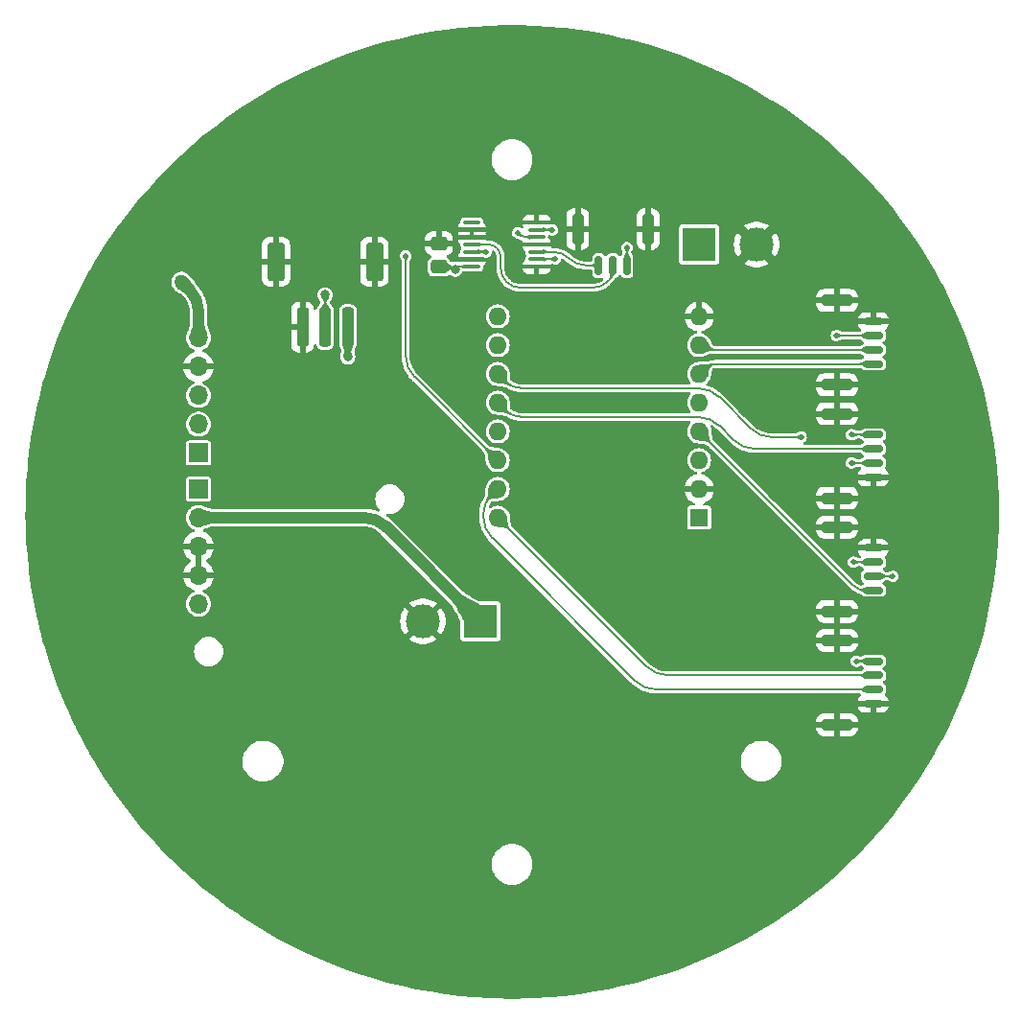
<source format=gbr>
%TF.GenerationSoftware,KiCad,Pcbnew,7.0.2*%
%TF.CreationDate,2023-06-22T15:29:01-04:00*%
%TF.ProjectId,protopico,70726f74-6f70-4696-936f-2e6b69636164,rev?*%
%TF.SameCoordinates,Original*%
%TF.FileFunction,Copper,L1,Top*%
%TF.FilePolarity,Positive*%
%FSLAX46Y46*%
G04 Gerber Fmt 4.6, Leading zero omitted, Abs format (unit mm)*
G04 Created by KiCad (PCBNEW 7.0.2) date 2023-06-22 15:29:01*
%MOMM*%
%LPD*%
G01*
G04 APERTURE LIST*
G04 Aperture macros list*
%AMRoundRect*
0 Rectangle with rounded corners*
0 $1 Rounding radius*
0 $2 $3 $4 $5 $6 $7 $8 $9 X,Y pos of 4 corners*
0 Add a 4 corners polygon primitive as box body*
4,1,4,$2,$3,$4,$5,$6,$7,$8,$9,$2,$3,0*
0 Add four circle primitives for the rounded corners*
1,1,$1+$1,$2,$3*
1,1,$1+$1,$4,$5*
1,1,$1+$1,$6,$7*
1,1,$1+$1,$8,$9*
0 Add four rect primitives between the rounded corners*
20,1,$1+$1,$2,$3,$4,$5,0*
20,1,$1+$1,$4,$5,$6,$7,0*
20,1,$1+$1,$6,$7,$8,$9,0*
20,1,$1+$1,$8,$9,$2,$3,0*%
G04 Aperture macros list end*
%TA.AperFunction,ComponentPad*%
%ADD10R,1.600000X1.600000*%
%TD*%
%TA.AperFunction,ComponentPad*%
%ADD11O,1.600000X1.600000*%
%TD*%
%TA.AperFunction,ComponentPad*%
%ADD12R,1.700000X1.700000*%
%TD*%
%TA.AperFunction,ComponentPad*%
%ADD13O,1.700000X1.700000*%
%TD*%
%TA.AperFunction,SMDPad,CuDef*%
%ADD14RoundRect,0.250000X0.250000X1.500000X-0.250000X1.500000X-0.250000X-1.500000X0.250000X-1.500000X0*%
%TD*%
%TA.AperFunction,SMDPad,CuDef*%
%ADD15RoundRect,0.250001X0.499999X1.449999X-0.499999X1.449999X-0.499999X-1.449999X0.499999X-1.449999X0*%
%TD*%
%TA.AperFunction,ComponentPad*%
%ADD16R,3.000000X3.000000*%
%TD*%
%TA.AperFunction,ComponentPad*%
%ADD17C,3.000000*%
%TD*%
%TA.AperFunction,SMDPad,CuDef*%
%ADD18RoundRect,0.150000X-0.700000X0.150000X-0.700000X-0.150000X0.700000X-0.150000X0.700000X0.150000X0*%
%TD*%
%TA.AperFunction,SMDPad,CuDef*%
%ADD19RoundRect,0.250000X-1.100000X0.250000X-1.100000X-0.250000X1.100000X-0.250000X1.100000X0.250000X0*%
%TD*%
%TA.AperFunction,SMDPad,CuDef*%
%ADD20RoundRect,0.250000X0.475000X-0.337500X0.475000X0.337500X-0.475000X0.337500X-0.475000X-0.337500X0*%
%TD*%
%TA.AperFunction,SMDPad,CuDef*%
%ADD21RoundRect,0.150000X0.150000X0.700000X-0.150000X0.700000X-0.150000X-0.700000X0.150000X-0.700000X0*%
%TD*%
%TA.AperFunction,SMDPad,CuDef*%
%ADD22RoundRect,0.250000X0.250000X1.100000X-0.250000X1.100000X-0.250000X-1.100000X0.250000X-1.100000X0*%
%TD*%
%TA.AperFunction,SMDPad,CuDef*%
%ADD23RoundRect,0.100000X0.637500X0.100000X-0.637500X0.100000X-0.637500X-0.100000X0.637500X-0.100000X0*%
%TD*%
%TA.AperFunction,ViaPad*%
%ADD24C,0.812800*%
%TD*%
%TA.AperFunction,ViaPad*%
%ADD25C,0.500000*%
%TD*%
%TA.AperFunction,ViaPad*%
%ADD26C,1.270000*%
%TD*%
%TA.AperFunction,Conductor*%
%ADD27C,1.016000*%
%TD*%
%TA.AperFunction,Conductor*%
%ADD28C,0.190500*%
%TD*%
%TA.AperFunction,Conductor*%
%ADD29C,0.177800*%
%TD*%
%TA.AperFunction,Conductor*%
%ADD30C,0.508000*%
%TD*%
G04 APERTURE END LIST*
D10*
%TO.P,U1,1,VBUS*%
%TO.N,VBUS*%
X166370000Y-100330000D03*
D11*
%TO.P,U1,2,GND*%
%TO.N,GND*%
X166370000Y-97790000D03*
%TO.P,U1,3,3V3*%
%TO.N,+3V3*%
X166370000Y-95250000D03*
%TO.P,U1,4,GP29*%
%TO.N,Fan Tach*%
X166370000Y-92710000D03*
%TO.P,U1,5,GP28*%
%TO.N,Fan PWM*%
X166370000Y-90170000D03*
%TO.P,U1,6,I2C_SCL1*%
%TO.N,SCL1*%
X166370000Y-87630000D03*
%TO.P,U1,7,I2C_SDA1*%
%TO.N,SDA1*%
X166370000Y-85090000D03*
%TO.P,U1,8,GND*%
%TO.N,GND*%
X166370000Y-82550000D03*
%TO.P,U1,9,SPI0_TX*%
%TO.N,Face TX_3.3*%
X148590000Y-82550000D03*
%TO.P,U1,10,SPI0_SCK*%
%TO.N,Face SCK_3.3*%
X148590000Y-85090000D03*
%TO.P,U1,11,UART1_RX*%
%TO.N,UART1 RX*%
X148590000Y-87630000D03*
%TO.P,U1,12,UART1_TX*%
%TO.N,UART1 TX*%
X148590000Y-90170000D03*
%TO.P,U1,13,GP3*%
%TO.N,Face CS_3.3*%
X148590000Y-92710000D03*
%TO.P,U1,14,GP2*%
%TO.N,Ring DIN*%
X148590000Y-95250000D03*
%TO.P,U1,15,UART0_RX*%
%TO.N,UART0 RX*%
X148590000Y-97790000D03*
%TO.P,U1,16,UART0_TX*%
%TO.N,UART0 TX*%
X148590000Y-100330000D03*
%TD*%
D12*
%TO.P,U3,1,PG*%
%TO.N,unconnected-(U3-PG-Pad1)*%
X122174000Y-94615000D03*
D13*
%TO.P,U3,2,~{SHDN}*%
%TO.N,unconnected-(U3-~{SHDN}-Pad2)*%
X122174000Y-92075000D03*
%TO.P,U3,3,VIN*%
%TO.N,VBUS*%
X122174000Y-89535000D03*
%TO.P,U3,4,GND*%
%TO.N,GND*%
X122174000Y-86995000D03*
%TO.P,U3,5,VOUT*%
%TO.N,VDD*%
X122174000Y-84455000D03*
%TD*%
D14*
%TO.P,J3,1,Pin_1*%
%TO.N,VBUS*%
X135350000Y-83495000D03*
%TO.P,J3,2,Pin_2*%
%TO.N,/Fin_IO*%
X133350000Y-83495000D03*
%TO.P,J3,3,Pin_3*%
%TO.N,GND*%
X131350000Y-83495000D03*
D15*
%TO.P,J3,MP,MountPin*%
X137700000Y-77745000D03*
X129000000Y-77745000D03*
%TD*%
D16*
%TO.P,J6,1,Pin_1*%
%TO.N,VBUS*%
X166370000Y-76200000D03*
D17*
%TO.P,J6,2,Pin_2*%
%TO.N,GND*%
X171450000Y-76200000D03*
%TD*%
D18*
%TO.P,J5,1,Pin_1*%
%TO.N,VBUS*%
X181750000Y-93000000D03*
%TO.P,J5,2,Pin_2*%
%TO.N,UART1 TX*%
X181750000Y-94250000D03*
%TO.P,J5,3,Pin_3*%
%TO.N,UART1 RX*%
X181750000Y-95500000D03*
%TO.P,J5,4,Pin_4*%
%TO.N,GND*%
X181750000Y-96750000D03*
D19*
%TO.P,J5,MP,MountPin*%
X178550000Y-91150000D03*
X178550000Y-98600000D03*
%TD*%
D16*
%TO.P,J1,1,Pin_1*%
%TO.N,Net-(J1-Pin_1)*%
X147066000Y-109474000D03*
D17*
%TO.P,J1,2,Pin_2*%
%TO.N,GND*%
X141986000Y-109474000D03*
%TD*%
D18*
%TO.P,J2,1,Pin_1*%
%TO.N,VBUS*%
X181750000Y-113000000D03*
%TO.P,J2,2,Pin_2*%
%TO.N,UART0 TX*%
X181750000Y-114250000D03*
%TO.P,J2,3,Pin_3*%
%TO.N,UART0 RX*%
X181750000Y-115500000D03*
%TO.P,J2,4,Pin_4*%
%TO.N,GND*%
X181750000Y-116750000D03*
D19*
%TO.P,J2,MP,MountPin*%
X178550000Y-111150000D03*
X178550000Y-118600000D03*
%TD*%
D20*
%TO.P,C1,1*%
%TO.N,VBUS*%
X143408400Y-78181200D03*
%TO.P,C1,2*%
%TO.N,GND*%
X143408400Y-76106200D03*
%TD*%
D18*
%TO.P,M1,1,Pin_1*%
%TO.N,GND*%
X181750000Y-103000000D03*
%TO.P,M1,2,Pin_2*%
%TO.N,VBUS*%
X181750000Y-104250000D03*
%TO.P,M1,3,Pin_3*%
%TO.N,Fan PWM*%
X181750000Y-105500000D03*
%TO.P,M1,4,Pin_4*%
%TO.N,Fan Tach*%
X181750000Y-106750000D03*
D19*
%TO.P,M1,MP,MountPin*%
%TO.N,GND*%
X178550000Y-101150000D03*
X178550000Y-108600000D03*
%TD*%
D18*
%TO.P,J4,1,Pin_1*%
%TO.N,GND*%
X181750000Y-83000000D03*
%TO.P,J4,2,Pin_2*%
%TO.N,/BoopVCC*%
X181750000Y-84250000D03*
%TO.P,J4,3,Pin_3*%
%TO.N,SDA1*%
X181750000Y-85500000D03*
%TO.P,J4,4,Pin_4*%
%TO.N,SCL1*%
X181750000Y-86750000D03*
D19*
%TO.P,J4,MP,MountPin*%
%TO.N,GND*%
X178550000Y-81150000D03*
X178550000Y-88600000D03*
%TD*%
D21*
%TO.P,J7,1,Pin_1*%
%TO.N,Face TX*%
X160000000Y-78050000D03*
%TO.P,J7,2,Pin_2*%
%TO.N,Face CS*%
X158750000Y-78050000D03*
%TO.P,J7,3,Pin_3*%
%TO.N,Face SCK*%
X157500000Y-78050000D03*
D22*
%TO.P,J7,MP,MountPin*%
%TO.N,GND*%
X161850000Y-74850000D03*
X155650000Y-74850000D03*
%TD*%
D12*
%TO.P,U2,1,EN*%
%TO.N,unconnected-(U2-EN-Pad1)*%
X122174000Y-97790000D03*
D13*
%TO.P,U2,2,VIN*%
%TO.N,Net-(J1-Pin_1)*%
X122174000Y-100330000D03*
%TO.P,U2,3,GND*%
%TO.N,GND*%
X122174000Y-102870000D03*
%TO.P,U2,4,GND*%
X122174000Y-105410000D03*
%TO.P,U2,5,VOUT*%
%TO.N,VBUS*%
X122174000Y-107950000D03*
%TD*%
D23*
%TO.P,U4,1*%
%TO.N,GND*%
X152029000Y-78150000D03*
%TO.P,U4,2*%
%TO.N,Face SCK_3.3*%
X152029000Y-77500000D03*
%TO.P,U4,3*%
%TO.N,Face SCK*%
X152029000Y-76850000D03*
%TO.P,U4,4*%
%TO.N,GND*%
X152029000Y-76200000D03*
%TO.P,U4,5*%
%TO.N,Face TX_3.3*%
X152029000Y-75550000D03*
%TO.P,U4,6*%
%TO.N,Face TX*%
X152029000Y-74900000D03*
%TO.P,U4,7,GND*%
%TO.N,GND*%
X152029000Y-74250000D03*
%TO.P,U4,8*%
%TO.N,unconnected-(U4-Pad8)*%
X146304000Y-74250000D03*
%TO.P,U4,9*%
%TO.N,GND*%
X146304000Y-74900000D03*
%TO.P,U4,10*%
X146304000Y-75550000D03*
%TO.P,U4,11*%
%TO.N,Face CS*%
X146304000Y-76200000D03*
%TO.P,U4,12*%
%TO.N,Face CS_3.3*%
X146304000Y-76850000D03*
%TO.P,U4,13*%
%TO.N,GND*%
X146304000Y-77500000D03*
%TO.P,U4,14,VCC*%
%TO.N,VBUS*%
X146304000Y-78150000D03*
%TD*%
D24*
%TO.N,GND*%
X164148634Y-65326186D03*
X176261953Y-73420047D03*
X184355814Y-85533366D03*
X187198000Y-99822000D03*
X184355814Y-114110634D03*
X176261953Y-126223953D03*
X164148634Y-134317814D03*
X149860000Y-137160000D03*
X135571366Y-134317814D03*
X123458047Y-126223953D03*
X115364186Y-114110634D03*
X112522000Y-99822000D03*
X115364186Y-85533366D03*
X123458047Y-73420047D03*
X135571366Y-65326186D03*
X149860000Y-62484000D03*
D25*
%TO.N,Face TX*%
X160000000Y-76474000D03*
X153416000Y-74930000D03*
%TO.N,VBUS*%
X180250000Y-113000000D03*
X180000000Y-104250000D03*
D24*
X144830800Y-78384400D03*
D25*
X179832000Y-93000000D03*
D24*
X135350000Y-86138000D03*
D26*
%TO.N,VDD*%
X120650000Y-79502000D03*
D25*
%TO.N,Ring DIN*%
X140462000Y-77216000D03*
%TO.N,Fan PWM*%
X183478000Y-105500000D03*
%TO.N,UART1 RX*%
X179832000Y-95504000D03*
X175387000Y-93218000D03*
%TO.N,/BoopVCC*%
X178500000Y-84250000D03*
D24*
%TO.N,/Fin_IO*%
X133350000Y-80645000D03*
D25*
%TO.N,Face TX_3.3*%
X150368000Y-75184000D03*
%TO.N,Face SCK_3.3*%
X153670000Y-77470000D03*
%TO.N,Face CS_3.3*%
X147574000Y-76850000D03*
%TD*%
D27*
%TO.N,Net-(J1-Pin_1)*%
X138718892Y-101126900D02*
G75*
G03*
X136795018Y-100330000I-1923892J-1923900D01*
G01*
%TO.N,VDD*%
X122173987Y-82103630D02*
G75*
G03*
X121412000Y-80264000I-2601587J30D01*
G01*
X120650000Y-79502000D02*
X121412000Y-80264000D01*
X122174000Y-82103630D02*
X122174000Y-84455000D01*
%TO.N,Net-(J1-Pin_1)*%
X138718896Y-101126896D02*
X147066000Y-109474000D01*
X136795018Y-100330000D02*
X122174000Y-100330000D01*
D28*
%TO.N,VBUS*%
X180250000Y-113000000D02*
X181750000Y-113000000D01*
D29*
%TO.N,Face SCK*%
X153471471Y-76850000D02*
X152029000Y-76850000D01*
X156368528Y-78050000D02*
X157500000Y-78050000D01*
X154920008Y-77449992D02*
G75*
G03*
X153471471Y-76850000I-1448508J-1448508D01*
G01*
X154919992Y-77450008D02*
G75*
G03*
X156368528Y-78050000I1448508J1448508D01*
G01*
%TO.N,Face CS*%
X150578420Y-80010000D02*
X157015579Y-80010000D01*
X158416245Y-79327754D02*
X158241999Y-79501999D01*
X158750000Y-78522000D02*
X158750000Y-78050000D01*
X148844000Y-78275579D02*
X148844000Y-77284012D01*
X147759987Y-76200000D02*
X146304000Y-76200000D01*
X157015579Y-80009990D02*
G75*
G03*
X158241999Y-79501999I21J1734390D01*
G01*
X149351994Y-79502006D02*
G75*
G03*
X150578420Y-80010000I1226406J1226406D01*
G01*
X158416244Y-79327753D02*
G75*
G03*
X158750000Y-78522000I-805744J805753D01*
G01*
X148843994Y-77284012D02*
G75*
G03*
X148526500Y-76517500I-1083994J12D01*
G01*
X148526504Y-76517496D02*
G75*
G03*
X147759987Y-76200000I-766504J-766504D01*
G01*
X148844009Y-78275579D02*
G75*
G03*
X149352000Y-79502000I1734391J-21D01*
G01*
%TO.N,Face TX*%
X153401000Y-74915000D02*
X153416000Y-74930000D01*
X153364786Y-74900000D02*
X152029000Y-74900000D01*
X160000000Y-76474000D02*
X160000000Y-78050000D01*
X153401004Y-74914996D02*
G75*
G03*
X153364786Y-74900000I-36204J-36204D01*
G01*
D30*
%TO.N,VBUS*%
X135350000Y-86138000D02*
X135350000Y-83495000D01*
D29*
X144830800Y-78384400D02*
X144932400Y-78282800D01*
X144830800Y-78384400D02*
X144729200Y-78282800D01*
D28*
X180000000Y-104250000D02*
X181750000Y-104250000D01*
D29*
X145177684Y-78181200D02*
X146250738Y-78181200D01*
X146288400Y-78165600D02*
X146304000Y-78150000D01*
D28*
X179832000Y-93000000D02*
X181750000Y-93000000D01*
D29*
X144483915Y-78181200D02*
X143408400Y-78181200D01*
X145177684Y-78181194D02*
G75*
G03*
X144932400Y-78282800I16J-346906D01*
G01*
X146250738Y-78181215D02*
G75*
G03*
X146288399Y-78165599I-38J53315D01*
G01*
X144729195Y-78282805D02*
G75*
G03*
X144483915Y-78181200I-245295J-245295D01*
G01*
D28*
%TO.N,Ring DIN*%
X140462000Y-85995018D02*
X140462000Y-77216000D01*
X141258896Y-87918896D02*
X148590000Y-95250000D01*
X140461995Y-85995018D02*
G75*
G03*
X141258896Y-87918896I2720805J18D01*
G01*
D29*
%TO.N,Fan Tach*%
X179936238Y-106276238D02*
X166370000Y-92710000D01*
X181080000Y-106750000D02*
X181750000Y-106750000D01*
X179936243Y-106276233D02*
G75*
G03*
X181080000Y-106750000I1143757J1143733D01*
G01*
%TO.N,Fan PWM*%
X183478000Y-105500000D02*
X181750000Y-105500000D01*
%TO.N,SDA1*%
X166780000Y-85500000D02*
X181750000Y-85500000D01*
%TO.N,SCL1*%
X167872253Y-86750000D02*
X181750000Y-86750000D01*
X166810000Y-87190000D02*
X166370000Y-87630000D01*
X167872253Y-86749952D02*
G75*
G03*
X166810000Y-87190000I47J-1502248D01*
G01*
%TO.N,UART0 RX*%
X162600981Y-115500000D02*
X181750000Y-115500000D01*
X160677103Y-114703103D02*
X148116896Y-102142896D01*
X147320000Y-100219018D02*
X147320000Y-99958025D01*
X147955000Y-98425000D02*
X148590000Y-97790000D01*
X147319995Y-100219018D02*
G75*
G03*
X148116896Y-102142896I2720805J18D01*
G01*
X147954992Y-98424992D02*
G75*
G03*
X147320000Y-99958025I1533008J-1533008D01*
G01*
X160677107Y-114703099D02*
G75*
G03*
X162600981Y-115500000I1923893J1923899D01*
G01*
%TO.N,UART0 TX*%
X163636981Y-114250000D02*
X181750000Y-114250000D01*
X161713103Y-113453103D02*
X148590000Y-100330000D01*
X161713107Y-113453099D02*
G75*
G03*
X163636981Y-114250000I1923893J1923899D01*
G01*
%TO.N,UART1 TX*%
X150758025Y-91440000D02*
X166259018Y-91440000D01*
X149225000Y-90805000D02*
X148590000Y-90170000D01*
X171322981Y-94250000D02*
X181750000Y-94250000D01*
X168182896Y-92236896D02*
X169399103Y-93453103D01*
X149224992Y-90805008D02*
G75*
G03*
X150758025Y-91440000I1533008J1533008D01*
G01*
X169399107Y-93453099D02*
G75*
G03*
X171322981Y-94250000I1923893J1923899D01*
G01*
X168182892Y-92236900D02*
G75*
G03*
X166259018Y-91440000I-1923892J-1923900D01*
G01*
%TO.N,UART1 RX*%
X166259018Y-88900000D02*
X150758025Y-88900000D01*
X179838828Y-95500000D02*
X181750000Y-95500000D01*
X179832000Y-95504000D02*
X179834000Y-95502000D01*
X172830981Y-93218000D02*
X175387000Y-93218000D01*
X149225000Y-88265000D02*
X148590000Y-87630000D01*
X170907103Y-92421103D02*
X168182896Y-89696896D01*
X170907107Y-92421099D02*
G75*
G03*
X172830981Y-93218000I1923893J1923899D01*
G01*
X149224992Y-88265008D02*
G75*
G03*
X150758025Y-88900000I1533008J1533008D01*
G01*
X179838828Y-95500012D02*
G75*
G03*
X179834000Y-95502000I-28J-6788D01*
G01*
X168182892Y-89696900D02*
G75*
G03*
X166259018Y-88900000I-1923892J-1923900D01*
G01*
D28*
%TO.N,/BoopVCC*%
X178500000Y-84250000D02*
X181750000Y-84250000D01*
%TO.N,/Fin_IO*%
X133350000Y-80645000D02*
X133350000Y-83495000D01*
D29*
%TO.N,Face TX_3.3*%
X150368000Y-75184000D02*
X150551000Y-75367000D01*
X150992801Y-75550000D02*
X152029000Y-75550000D01*
X150551000Y-75367000D02*
G75*
G03*
X150992801Y-75550000I441800J441800D01*
G01*
%TO.N,Face SCK_3.3*%
X153670000Y-77470000D02*
X153655000Y-77485000D01*
X153618786Y-77500000D02*
X152029000Y-77500000D01*
X153618786Y-77499994D02*
G75*
G03*
X153655000Y-77485000I14J51194D01*
G01*
%TO.N,Face CS_3.3*%
X147574000Y-76850000D02*
X146304000Y-76850000D01*
%TD*%
%TA.AperFunction,Conductor*%
%TO.N,GND*%
G36*
X122428000Y-104976325D02*
G01*
X122316315Y-104925320D01*
X122209763Y-104910000D01*
X122138237Y-104910000D01*
X122031685Y-104925320D01*
X121920000Y-104976325D01*
X121920000Y-103303674D01*
X122031685Y-103354680D01*
X122138237Y-103370000D01*
X122209763Y-103370000D01*
X122316315Y-103354680D01*
X122428000Y-103303674D01*
X122428000Y-104976325D01*
G37*
%TD.AperFunction*%
%TA.AperFunction,Conductor*%
G36*
X150517364Y-56847556D02*
G01*
X151823773Y-56887415D01*
X151827539Y-56887587D01*
X153132231Y-56967275D01*
X153136002Y-56967563D01*
X154270618Y-57071674D01*
X154437590Y-57086996D01*
X154441411Y-57087406D01*
X154586971Y-57105253D01*
X155738719Y-57246471D01*
X155742432Y-57246983D01*
X157034407Y-57445558D01*
X157038112Y-57446186D01*
X158323362Y-57684054D01*
X158327081Y-57684802D01*
X159604453Y-57961750D01*
X159608153Y-57962611D01*
X160578505Y-58204197D01*
X160876521Y-58278394D01*
X160880235Y-58279380D01*
X161419939Y-58431370D01*
X162138295Y-58633671D01*
X162141960Y-58634764D01*
X163388683Y-59027273D01*
X163392239Y-59028452D01*
X164626469Y-59458820D01*
X164630078Y-59460141D01*
X165850511Y-59927910D01*
X165854078Y-59929340D01*
X167059697Y-60434117D01*
X167063218Y-60435655D01*
X168252884Y-60976965D01*
X168256320Y-60978592D01*
X169124597Y-61406093D01*
X169428948Y-61555942D01*
X169432369Y-61557692D01*
X170586802Y-62170512D01*
X170590168Y-62172365D01*
X171725377Y-62820106D01*
X171728681Y-62822058D01*
X172654433Y-63388389D01*
X172843636Y-63504134D01*
X172846878Y-63506186D01*
X173940552Y-64221973D01*
X173943670Y-64224083D01*
X175014959Y-64972854D01*
X175018069Y-64975098D01*
X176066054Y-65756215D01*
X176069042Y-65758514D01*
X177092749Y-66571251D01*
X177095662Y-66573636D01*
X178094119Y-67417224D01*
X178096954Y-67419695D01*
X178524891Y-67804224D01*
X179069169Y-68293294D01*
X179071988Y-68295906D01*
X180017093Y-69198730D01*
X180019831Y-69201427D01*
X180936931Y-70132621D01*
X180939586Y-70135399D01*
X181827926Y-71094197D01*
X181830494Y-71097056D01*
X182689125Y-72082435D01*
X182691605Y-72085370D01*
X183519827Y-73096526D01*
X183522173Y-73099480D01*
X183921797Y-73618912D01*
X184319170Y-74135418D01*
X184321467Y-74138499D01*
X185086504Y-75198265D01*
X185088705Y-75201415D01*
X185459712Y-75749850D01*
X185808821Y-76265915D01*
X185821037Y-76283972D01*
X185823132Y-76287173D01*
X186156476Y-76813859D01*
X186522138Y-77391607D01*
X186524143Y-77394885D01*
X187189116Y-78520077D01*
X187191021Y-78523415D01*
X187821396Y-79668406D01*
X187823197Y-79671800D01*
X188091667Y-80196722D01*
X188403416Y-80806265D01*
X188418333Y-80835430D01*
X188420026Y-80838868D01*
X188575999Y-81168239D01*
X188979416Y-82020142D01*
X188981008Y-82023640D01*
X189504112Y-83221421D01*
X189505596Y-83224965D01*
X189991936Y-84438157D01*
X189993311Y-84441746D01*
X190442416Y-85669178D01*
X190443681Y-85672807D01*
X190855142Y-86913353D01*
X190856296Y-86917018D01*
X191229738Y-88169546D01*
X191230780Y-88173245D01*
X191565849Y-89436576D01*
X191566778Y-89440305D01*
X191863173Y-90713303D01*
X191863987Y-90717059D01*
X192121418Y-91998478D01*
X192122117Y-92002257D01*
X192340344Y-93290908D01*
X192340928Y-93294706D01*
X192519759Y-94589433D01*
X192520227Y-94593248D01*
X192659492Y-95892836D01*
X192659843Y-95896662D01*
X192759411Y-97199892D01*
X192759645Y-97203728D01*
X192819422Y-98509377D01*
X192819539Y-98513219D01*
X192839470Y-99820079D01*
X192839470Y-99823921D01*
X192819539Y-101130780D01*
X192819422Y-101134622D01*
X192759645Y-102440271D01*
X192759411Y-102444107D01*
X192659843Y-103747337D01*
X192659492Y-103751163D01*
X192520227Y-105050751D01*
X192519759Y-105054566D01*
X192340928Y-106349293D01*
X192340344Y-106353091D01*
X192122117Y-107641742D01*
X192121418Y-107645521D01*
X191863987Y-108926940D01*
X191863173Y-108930696D01*
X191566778Y-110203694D01*
X191565849Y-110207423D01*
X191230780Y-111470754D01*
X191229738Y-111474453D01*
X190856296Y-112726981D01*
X190855142Y-112730646D01*
X190443681Y-113971192D01*
X190442416Y-113974821D01*
X189993311Y-115202253D01*
X189991936Y-115205842D01*
X189505596Y-116419034D01*
X189504112Y-116422578D01*
X188981008Y-117620359D01*
X188979416Y-117623857D01*
X188420031Y-118805121D01*
X188418333Y-118808569D01*
X187823197Y-119972199D01*
X187821396Y-119975593D01*
X187191021Y-121120584D01*
X187189116Y-121123922D01*
X186524143Y-122249114D01*
X186522138Y-122252392D01*
X185823142Y-123356811D01*
X185821037Y-123360027D01*
X185088705Y-124442584D01*
X185086504Y-124445734D01*
X184321467Y-125505500D01*
X184319170Y-125508581D01*
X183522195Y-126544491D01*
X183519805Y-126547501D01*
X182691605Y-127558629D01*
X182689125Y-127561564D01*
X181830494Y-128546943D01*
X181827926Y-128549802D01*
X180939586Y-129508600D01*
X180936931Y-129511378D01*
X180019831Y-130442572D01*
X180017093Y-130445269D01*
X179071988Y-131348093D01*
X179069169Y-131350705D01*
X178096985Y-132224277D01*
X178094088Y-132226802D01*
X177095692Y-133070338D01*
X177092719Y-133072773D01*
X176069071Y-133885463D01*
X176066025Y-133887806D01*
X175018075Y-134668896D01*
X175014959Y-134671145D01*
X173943703Y-135419894D01*
X173940520Y-135422048D01*
X172846883Y-136137810D01*
X172843636Y-136139865D01*
X171728686Y-136821938D01*
X171725377Y-136823893D01*
X170590168Y-137471634D01*
X170586802Y-137473487D01*
X169432369Y-138086307D01*
X169428948Y-138088057D01*
X168256339Y-138665398D01*
X168252865Y-138667043D01*
X167063218Y-139208344D01*
X167059697Y-139209882D01*
X165854078Y-139714659D01*
X165850511Y-139716089D01*
X164630078Y-140183858D01*
X164626469Y-140185179D01*
X163392284Y-140615532D01*
X163388636Y-140616741D01*
X162141969Y-141009232D01*
X162138286Y-141010330D01*
X160880235Y-141364619D01*
X160876521Y-141365605D01*
X159608174Y-141681383D01*
X159604431Y-141682254D01*
X158327106Y-141959192D01*
X158323338Y-141959949D01*
X157038154Y-142197806D01*
X157034365Y-142198448D01*
X155742478Y-142397009D01*
X155738671Y-142397534D01*
X154441411Y-142556593D01*
X154437590Y-142557003D01*
X153136032Y-142676433D01*
X153132201Y-142676726D01*
X151827576Y-142756410D01*
X151823737Y-142756585D01*
X150627478Y-142793083D01*
X150517363Y-142796443D01*
X150513523Y-142796502D01*
X149206477Y-142796502D01*
X149202636Y-142796443D01*
X149084323Y-142792833D01*
X147896262Y-142756585D01*
X147892423Y-142756410D01*
X146587798Y-142676726D01*
X146583967Y-142676433D01*
X145282409Y-142557003D01*
X145278588Y-142556593D01*
X143981328Y-142397534D01*
X143977521Y-142397009D01*
X142685634Y-142198448D01*
X142681845Y-142197806D01*
X141396661Y-141959949D01*
X141392893Y-141959192D01*
X140115568Y-141682254D01*
X140111825Y-141681383D01*
X138843478Y-141365605D01*
X138839764Y-141364619D01*
X137581713Y-141010330D01*
X137578030Y-141009232D01*
X136331363Y-140616741D01*
X136327715Y-140615532D01*
X135093530Y-140185179D01*
X135089921Y-140183858D01*
X133869488Y-139716089D01*
X133865921Y-139714659D01*
X132660302Y-139209882D01*
X132656781Y-139208344D01*
X131467134Y-138667043D01*
X131463660Y-138665398D01*
X130291051Y-138088057D01*
X130287630Y-138086307D01*
X129133197Y-137473487D01*
X129129831Y-137471634D01*
X127994622Y-136823893D01*
X127991313Y-136821938D01*
X126876363Y-136139865D01*
X126873116Y-136137810D01*
X125940641Y-135527525D01*
X125779461Y-135422036D01*
X125776314Y-135419906D01*
X124705040Y-134671145D01*
X124701924Y-134668896D01*
X123770031Y-133974309D01*
X123653955Y-133887791D01*
X123650947Y-133885478D01*
X122627257Y-133072754D01*
X122624330Y-133070357D01*
X121625885Y-132226779D01*
X121623041Y-132224300D01*
X120924528Y-131596641D01*
X120650830Y-131350705D01*
X120648011Y-131348093D01*
X120358914Y-131071929D01*
X148059500Y-131071929D01*
X148099720Y-131338772D01*
X148099721Y-131338774D01*
X148179261Y-131596641D01*
X148296349Y-131839774D01*
X148448364Y-132062741D01*
X148555610Y-132178324D01*
X148631915Y-132260561D01*
X148842898Y-132428815D01*
X149076602Y-132563743D01*
X149327805Y-132662334D01*
X149590897Y-132722383D01*
X149792624Y-132737500D01*
X149925023Y-132737500D01*
X149927376Y-132737500D01*
X150129103Y-132722383D01*
X150392195Y-132662334D01*
X150643398Y-132563743D01*
X150877102Y-132428815D01*
X151088085Y-132260561D01*
X151271635Y-132062741D01*
X151423651Y-131839775D01*
X151540738Y-131596641D01*
X151620280Y-131338772D01*
X151660500Y-131071929D01*
X151660500Y-130802071D01*
X151620280Y-130535228D01*
X151540738Y-130277359D01*
X151423651Y-130034226D01*
X151375276Y-129963273D01*
X151271635Y-129811258D01*
X151172124Y-129704012D01*
X151088085Y-129613439D01*
X150877102Y-129445185D01*
X150643398Y-129310257D01*
X150517796Y-129260961D01*
X150392193Y-129211665D01*
X150129105Y-129151617D01*
X149929718Y-129136675D01*
X149929704Y-129136674D01*
X149927376Y-129136500D01*
X149925023Y-129136500D01*
X149794977Y-129136500D01*
X149792624Y-129136500D01*
X149790296Y-129136674D01*
X149790281Y-129136675D01*
X149590894Y-129151617D01*
X149327806Y-129211665D01*
X149076599Y-129310258D01*
X148842901Y-129445183D01*
X148842898Y-129445185D01*
X148631915Y-129613439D01*
X148631912Y-129613441D01*
X148631912Y-129613442D01*
X148448364Y-129811259D01*
X148296349Y-130034224D01*
X148179261Y-130277358D01*
X148110542Y-130500145D01*
X148099720Y-130535228D01*
X148059500Y-130802071D01*
X148059500Y-131071929D01*
X120358914Y-131071929D01*
X119702906Y-130445269D01*
X119700168Y-130442572D01*
X118783068Y-129511378D01*
X118780413Y-129508600D01*
X117892073Y-128549802D01*
X117889505Y-128546943D01*
X117030874Y-127561564D01*
X117028394Y-127558629D01*
X116200165Y-126547465D01*
X116197832Y-126544527D01*
X115400829Y-125508581D01*
X115398532Y-125505500D01*
X114633495Y-124445734D01*
X114631294Y-124442584D01*
X114529259Y-124291753D01*
X113898942Y-123359996D01*
X113896877Y-123356842D01*
X113197856Y-122252385D01*
X113195856Y-122249114D01*
X113024138Y-121958553D01*
X126057872Y-121958553D01*
X126075550Y-122075841D01*
X126098093Y-122225399D01*
X126098094Y-122225401D01*
X126177634Y-122483268D01*
X126294722Y-122726401D01*
X126446737Y-122949368D01*
X126553983Y-123064951D01*
X126630288Y-123147188D01*
X126841271Y-123315442D01*
X127074975Y-123450370D01*
X127326178Y-123548961D01*
X127589270Y-123609010D01*
X127790997Y-123624127D01*
X127923396Y-123624127D01*
X127925749Y-123624127D01*
X128127476Y-123609010D01*
X128390568Y-123548961D01*
X128641771Y-123450370D01*
X128875475Y-123315442D01*
X129086458Y-123147188D01*
X129270008Y-122949368D01*
X129422024Y-122726402D01*
X129539111Y-122483268D01*
X129618653Y-122225399D01*
X129658873Y-121958556D01*
X170061127Y-121958556D01*
X170101347Y-122225399D01*
X170101348Y-122225401D01*
X170180888Y-122483268D01*
X170297976Y-122726401D01*
X170449991Y-122949368D01*
X170557237Y-123064951D01*
X170633542Y-123147188D01*
X170844525Y-123315442D01*
X171078229Y-123450370D01*
X171329432Y-123548961D01*
X171592524Y-123609010D01*
X171794251Y-123624127D01*
X171926650Y-123624127D01*
X171929003Y-123624127D01*
X172130730Y-123609010D01*
X172393822Y-123548961D01*
X172645025Y-123450370D01*
X172878729Y-123315442D01*
X173089712Y-123147188D01*
X173273262Y-122949368D01*
X173425278Y-122726402D01*
X173542365Y-122483268D01*
X173621907Y-122225399D01*
X173662127Y-121958556D01*
X173662127Y-121688698D01*
X173621907Y-121421855D01*
X173542365Y-121163986D01*
X173528551Y-121135302D01*
X173485978Y-121046897D01*
X173425278Y-120920853D01*
X173376903Y-120849901D01*
X173273262Y-120697885D01*
X173173751Y-120590639D01*
X173089712Y-120500066D01*
X172878729Y-120331812D01*
X172645025Y-120196884D01*
X172519423Y-120147588D01*
X172393820Y-120098292D01*
X172130732Y-120038244D01*
X171931345Y-120023302D01*
X171931331Y-120023301D01*
X171929003Y-120023127D01*
X171926650Y-120023127D01*
X171796604Y-120023127D01*
X171794251Y-120023127D01*
X171791923Y-120023301D01*
X171791908Y-120023302D01*
X171592521Y-120038244D01*
X171329433Y-120098292D01*
X171078226Y-120196885D01*
X170844528Y-120331810D01*
X170844525Y-120331812D01*
X170633542Y-120500066D01*
X170633539Y-120500068D01*
X170633539Y-120500069D01*
X170449991Y-120697886D01*
X170297976Y-120920851D01*
X170180888Y-121163985D01*
X170105639Y-121407938D01*
X170101347Y-121421855D01*
X170061127Y-121688698D01*
X170061127Y-121958556D01*
X129658873Y-121958556D01*
X129658873Y-121688698D01*
X129618653Y-121421855D01*
X129539111Y-121163986D01*
X129525297Y-121135302D01*
X129482724Y-121046898D01*
X129422024Y-120920853D01*
X129373649Y-120849901D01*
X129270008Y-120697885D01*
X129170497Y-120590639D01*
X129086458Y-120500066D01*
X128875475Y-120331812D01*
X128641771Y-120196884D01*
X128516169Y-120147588D01*
X128390566Y-120098292D01*
X128127478Y-120038244D01*
X127928091Y-120023302D01*
X127928077Y-120023301D01*
X127925749Y-120023127D01*
X127923396Y-120023127D01*
X127793350Y-120023127D01*
X127790997Y-120023127D01*
X127788669Y-120023301D01*
X127788654Y-120023302D01*
X127589267Y-120038244D01*
X127326179Y-120098292D01*
X127074972Y-120196885D01*
X126841274Y-120331810D01*
X126841271Y-120331812D01*
X126630288Y-120500066D01*
X126630285Y-120500068D01*
X126630285Y-120500069D01*
X126446737Y-120697886D01*
X126294722Y-120920851D01*
X126177634Y-121163985D01*
X126102385Y-121407938D01*
X126098093Y-121421855D01*
X126080415Y-121539140D01*
X126057872Y-121688700D01*
X126057872Y-121958553D01*
X113024138Y-121958553D01*
X112706957Y-121421855D01*
X112530883Y-121123922D01*
X112528978Y-121120584D01*
X112187352Y-120500066D01*
X111898597Y-119975582D01*
X111896802Y-119972199D01*
X111324902Y-118854000D01*
X176692000Y-118854000D01*
X176692000Y-118897302D01*
X176692325Y-118903692D01*
X176702606Y-119004327D01*
X176758340Y-119172522D01*
X176851367Y-119323342D01*
X176976657Y-119448632D01*
X177127477Y-119541659D01*
X177295672Y-119597393D01*
X177396307Y-119607674D01*
X177402697Y-119608000D01*
X178296000Y-119608000D01*
X178296000Y-118854000D01*
X178804000Y-118854000D01*
X178804000Y-119608000D01*
X179697303Y-119608000D01*
X179703692Y-119607674D01*
X179804327Y-119597393D01*
X179972522Y-119541659D01*
X180123342Y-119448632D01*
X180248632Y-119323342D01*
X180341659Y-119172522D01*
X180397393Y-119004327D01*
X180407674Y-118903692D01*
X180408000Y-118897302D01*
X180408000Y-118854000D01*
X178804000Y-118854000D01*
X178296000Y-118854000D01*
X176692000Y-118854000D01*
X111324902Y-118854000D01*
X111301648Y-118808532D01*
X111299986Y-118805158D01*
X111082552Y-118346000D01*
X176692000Y-118346000D01*
X178296000Y-118346000D01*
X178296000Y-117592000D01*
X178804000Y-117592000D01*
X178804000Y-118346000D01*
X180408000Y-118346000D01*
X180408000Y-118302697D01*
X180407674Y-118296307D01*
X180397393Y-118195672D01*
X180341659Y-118027477D01*
X180248632Y-117876657D01*
X180123342Y-117751367D01*
X179972522Y-117658340D01*
X179804327Y-117602606D01*
X179703692Y-117592325D01*
X179697303Y-117592000D01*
X178804000Y-117592000D01*
X178296000Y-117592000D01*
X177402697Y-117592000D01*
X177396307Y-117592325D01*
X177295672Y-117602606D01*
X177127477Y-117658340D01*
X176976657Y-117751367D01*
X176851367Y-117876657D01*
X176758340Y-118027477D01*
X176702606Y-118195672D01*
X176692325Y-118296307D01*
X176692000Y-118302697D01*
X176692000Y-118346000D01*
X111082552Y-118346000D01*
X110740575Y-117623841D01*
X110738991Y-117620359D01*
X110711672Y-117557806D01*
X110469810Y-117004000D01*
X180395007Y-117004000D01*
X180441318Y-117163399D01*
X180525947Y-117306501D01*
X180643498Y-117424052D01*
X180786600Y-117508681D01*
X180946247Y-117555064D01*
X180981084Y-117557806D01*
X180986013Y-117557999D01*
X181496000Y-117557999D01*
X181496000Y-117004000D01*
X182004000Y-117004000D01*
X182004000Y-117557999D01*
X182513983Y-117557999D01*
X182518917Y-117557805D01*
X182553752Y-117555064D01*
X182713398Y-117508682D01*
X182856501Y-117424052D01*
X182974052Y-117306501D01*
X183058681Y-117163399D01*
X183104993Y-117004000D01*
X182004000Y-117004000D01*
X181496000Y-117004000D01*
X180395007Y-117004000D01*
X110469810Y-117004000D01*
X110215887Y-116422578D01*
X110214403Y-116419034D01*
X109728063Y-115205842D01*
X109726688Y-115202253D01*
X109277583Y-113974821D01*
X109276318Y-113971192D01*
X108864857Y-112730646D01*
X108863703Y-112726981D01*
X108862648Y-112723444D01*
X108688993Y-112141000D01*
X121765362Y-112141000D01*
X121785076Y-112366332D01*
X121843618Y-112584817D01*
X121939213Y-112789819D01*
X122068954Y-112975109D01*
X122228890Y-113135045D01*
X122228893Y-113135047D01*
X122228894Y-113135048D01*
X122414181Y-113264787D01*
X122619182Y-113360381D01*
X122837668Y-113418924D01*
X123063000Y-113438638D01*
X123288332Y-113418924D01*
X123506818Y-113360381D01*
X123711819Y-113264787D01*
X123897106Y-113135048D01*
X124057048Y-112975106D01*
X124186787Y-112789819D01*
X124282381Y-112584818D01*
X124340924Y-112366332D01*
X124360638Y-112141000D01*
X124340924Y-111915668D01*
X124282381Y-111697182D01*
X124186787Y-111492181D01*
X124057048Y-111306894D01*
X124057047Y-111306893D01*
X124057045Y-111306890D01*
X123897109Y-111146954D01*
X123711819Y-111017213D01*
X123506817Y-110921618D01*
X123288332Y-110863076D01*
X123063000Y-110843362D01*
X122837667Y-110863076D01*
X122619182Y-110921618D01*
X122414180Y-111017213D01*
X122228890Y-111146954D01*
X122068954Y-111306890D01*
X121939213Y-111492180D01*
X121843618Y-111697182D01*
X121785076Y-111915667D01*
X121765362Y-112141000D01*
X108688993Y-112141000D01*
X108490251Y-111474417D01*
X108489229Y-111470790D01*
X108154145Y-110207404D01*
X108153221Y-110203694D01*
X108138932Y-110142325D01*
X107984325Y-109478298D01*
X139973602Y-109478298D01*
X139991760Y-109743769D01*
X139992928Y-109752268D01*
X140047069Y-110012807D01*
X140049384Y-110021072D01*
X140138495Y-110271806D01*
X140141917Y-110279682D01*
X140264333Y-110515934D01*
X140268804Y-110523287D01*
X140396540Y-110704248D01*
X140396541Y-110704248D01*
X141299490Y-109801298D01*
X141323340Y-109856587D01*
X141429433Y-109999094D01*
X141565530Y-110113294D01*
X141658981Y-110160226D01*
X140756715Y-111062492D01*
X140756715Y-111062494D01*
X140821984Y-111115595D01*
X140828995Y-111120543D01*
X141056352Y-111258802D01*
X141063981Y-111262754D01*
X141308039Y-111368764D01*
X141316132Y-111371641D01*
X141572359Y-111443433D01*
X141580777Y-111445182D01*
X141844380Y-111481413D01*
X141852954Y-111482000D01*
X142119046Y-111482000D01*
X142127619Y-111481413D01*
X142391222Y-111445182D01*
X142399640Y-111443433D01*
X142655867Y-111371641D01*
X142663960Y-111368764D01*
X142908018Y-111262754D01*
X142915647Y-111258802D01*
X143143004Y-111120543D01*
X143150016Y-111115594D01*
X143215283Y-111062494D01*
X143215283Y-111062492D01*
X142315600Y-110162809D01*
X142329409Y-110157784D01*
X142477844Y-110060157D01*
X142599764Y-109930930D01*
X142673838Y-109802628D01*
X143575457Y-110704247D01*
X143703199Y-110523280D01*
X143707666Y-110515934D01*
X143830082Y-110279682D01*
X143833504Y-110271806D01*
X143922615Y-110021072D01*
X143924930Y-110012807D01*
X143979071Y-109752268D01*
X143980239Y-109743769D01*
X143998398Y-109478298D01*
X143998398Y-109469701D01*
X143980239Y-109204230D01*
X143979071Y-109195731D01*
X143924930Y-108935192D01*
X143922615Y-108926927D01*
X143833504Y-108676193D01*
X143830082Y-108668317D01*
X143707666Y-108432065D01*
X143703199Y-108424719D01*
X143575457Y-108243750D01*
X142672508Y-109146699D01*
X142648660Y-109091413D01*
X142542567Y-108948906D01*
X142406470Y-108834706D01*
X142313016Y-108787772D01*
X143215283Y-107885504D01*
X143150015Y-107832404D01*
X143143004Y-107827456D01*
X142915647Y-107689197D01*
X142908018Y-107685245D01*
X142663960Y-107579235D01*
X142655867Y-107576358D01*
X142399640Y-107504566D01*
X142391222Y-107502817D01*
X142127619Y-107466586D01*
X142119046Y-107466000D01*
X141852954Y-107466000D01*
X141844380Y-107466586D01*
X141580777Y-107502817D01*
X141572359Y-107504566D01*
X141316132Y-107576358D01*
X141308039Y-107579235D01*
X141063981Y-107685245D01*
X141056352Y-107689197D01*
X140828997Y-107827454D01*
X140821983Y-107832405D01*
X140756715Y-107885504D01*
X140756714Y-107885505D01*
X141656399Y-108785190D01*
X141642591Y-108790216D01*
X141494156Y-108887843D01*
X141372236Y-109017070D01*
X141298161Y-109145370D01*
X140396541Y-108243750D01*
X140268796Y-108424724D01*
X140264335Y-108432061D01*
X140141917Y-108668317D01*
X140138495Y-108676193D01*
X140049384Y-108926927D01*
X140047069Y-108935192D01*
X139992928Y-109195731D01*
X139991760Y-109204230D01*
X139973602Y-109469701D01*
X139973602Y-109478298D01*
X107984325Y-109478298D01*
X107856821Y-108930677D01*
X107856012Y-108926940D01*
X107598570Y-107645466D01*
X107597892Y-107641798D01*
X107379654Y-106353084D01*
X107379071Y-106349293D01*
X107376286Y-106329133D01*
X107284416Y-105664000D01*
X120837455Y-105664000D01*
X120885177Y-105852451D01*
X120975580Y-106058548D01*
X121098678Y-106246962D01*
X121251096Y-106412533D01*
X121428697Y-106550766D01*
X121626631Y-106657883D01*
X121737803Y-106696048D01*
X121795738Y-106737085D01*
X121822290Y-106802929D01*
X121809029Y-106872676D01*
X121760165Y-106924182D01*
X121742409Y-106932712D01*
X121679572Y-106957055D01*
X121505539Y-107064813D01*
X121450414Y-107115066D01*
X121355699Y-107201411D01*
X121354267Y-107202716D01*
X121230910Y-107366066D01*
X121139672Y-107549297D01*
X121083654Y-107746180D01*
X121064767Y-107949999D01*
X121083654Y-108153819D01*
X121139672Y-108350702D01*
X121230910Y-108533933D01*
X121291314Y-108613921D01*
X121354268Y-108697285D01*
X121505538Y-108835186D01*
X121621152Y-108906771D01*
X121653725Y-108926940D01*
X121679573Y-108942944D01*
X121870444Y-109016888D01*
X122071653Y-109054500D01*
X122276345Y-109054500D01*
X122276347Y-109054500D01*
X122477556Y-109016888D01*
X122668427Y-108942944D01*
X122842462Y-108835186D01*
X122993732Y-108697285D01*
X123117088Y-108533935D01*
X123208328Y-108350701D01*
X123264345Y-108153821D01*
X123283232Y-107950000D01*
X123264345Y-107746179D01*
X123208328Y-107549299D01*
X123139526Y-107411126D01*
X123117089Y-107366066D01*
X123076270Y-107312013D01*
X122993732Y-107202715D01*
X122842462Y-107064814D01*
X122780672Y-107026555D01*
X122668425Y-106957054D01*
X122605591Y-106932712D01*
X122549296Y-106889452D01*
X122525326Y-106822625D01*
X122541290Y-106753446D01*
X122592122Y-106703881D01*
X122610197Y-106696048D01*
X122721367Y-106657884D01*
X122919302Y-106550766D01*
X123096903Y-106412533D01*
X123249321Y-106246962D01*
X123372419Y-106058548D01*
X123462822Y-105852451D01*
X123510544Y-105664000D01*
X122605116Y-105664000D01*
X122633493Y-105619844D01*
X122674000Y-105481889D01*
X122674000Y-105338111D01*
X122633493Y-105200156D01*
X122605116Y-105156000D01*
X123510544Y-105156000D01*
X123510544Y-105155999D01*
X123462822Y-104967548D01*
X123372419Y-104761451D01*
X123249321Y-104573037D01*
X123096903Y-104407466D01*
X122919300Y-104269232D01*
X122885266Y-104250814D01*
X122834876Y-104200801D01*
X122819523Y-104131485D01*
X122844083Y-104064871D01*
X122885266Y-104029186D01*
X122919300Y-104010767D01*
X123096903Y-103872533D01*
X123249321Y-103706962D01*
X123372419Y-103518548D01*
X123462822Y-103312451D01*
X123510544Y-103124000D01*
X122605116Y-103124000D01*
X122633493Y-103079844D01*
X122674000Y-102941889D01*
X122674000Y-102798111D01*
X122633493Y-102660156D01*
X122605116Y-102616000D01*
X123510544Y-102616000D01*
X123510544Y-102615999D01*
X123462822Y-102427548D01*
X123372419Y-102221451D01*
X123249321Y-102033037D01*
X123096903Y-101867466D01*
X122919302Y-101729233D01*
X122721369Y-101622117D01*
X122616681Y-101586177D01*
X122558746Y-101545139D01*
X122532195Y-101479294D01*
X122545457Y-101409548D01*
X122594321Y-101358043D01*
X122609542Y-101350527D01*
X122728147Y-101301613D01*
X122772548Y-101283303D01*
X122856949Y-101249579D01*
X122915254Y-101226282D01*
X122918339Y-101225097D01*
X123030632Y-101183683D01*
X123036230Y-101181767D01*
X123127018Y-101153080D01*
X123135080Y-101150826D01*
X123213974Y-101131579D01*
X123223276Y-101129678D01*
X123303076Y-101116497D01*
X123311566Y-101115392D01*
X123405447Y-101106412D01*
X123411660Y-101105973D01*
X123530208Y-101100562D01*
X123533802Y-101100451D01*
X123680030Y-101098071D01*
X123683312Y-101098018D01*
X123683800Y-101098016D01*
X123863037Y-101097530D01*
X123875760Y-101094971D01*
X123900596Y-101092500D01*
X136790890Y-101092500D01*
X136799131Y-101092770D01*
X136818079Y-101094012D01*
X137042384Y-101108715D01*
X137058706Y-101110863D01*
X137280934Y-101155068D01*
X137293753Y-101157618D01*
X137309672Y-101161884D01*
X137370865Y-101182656D01*
X137536595Y-101238914D01*
X137551808Y-101245214D01*
X137766755Y-101351215D01*
X137781012Y-101359447D01*
X137980273Y-101492588D01*
X137993343Y-101502618D01*
X138176701Y-101663420D01*
X138182703Y-101669041D01*
X138220224Y-101706562D01*
X138250855Y-101737193D01*
X138250858Y-101737195D01*
X144277539Y-107763877D01*
X144289113Y-107780262D01*
X144290282Y-107779391D01*
X144297697Y-107789335D01*
X144297698Y-107789337D01*
X144298577Y-107790516D01*
X144395539Y-107920550D01*
X144397312Y-107922988D01*
X144498782Y-108066089D01*
X144500390Y-108068412D01*
X144602337Y-108219243D01*
X144603779Y-108221425D01*
X144656287Y-108302697D01*
X144705470Y-108378823D01*
X144809608Y-108547225D01*
X144913963Y-108723206D01*
X145018512Y-108906761D01*
X145123238Y-109097875D01*
X145228119Y-109296539D01*
X145297789Y-109433369D01*
X145311500Y-109490523D01*
X145311500Y-110999068D01*
X145326265Y-111073300D01*
X145382515Y-111157484D01*
X145438765Y-111195068D01*
X145466699Y-111213734D01*
X145540933Y-111228500D01*
X148591066Y-111228499D01*
X148591068Y-111228499D01*
X148640555Y-111218655D01*
X148665301Y-111213734D01*
X148749484Y-111157484D01*
X148805734Y-111073301D01*
X148820500Y-110999067D01*
X148820499Y-107948934D01*
X148820499Y-107948933D01*
X148820499Y-107948931D01*
X148805734Y-107874699D01*
X148749484Y-107790515D01*
X148665301Y-107734266D01*
X148665300Y-107734266D01*
X148591067Y-107719500D01*
X148591066Y-107719500D01*
X147069301Y-107719500D01*
X147020850Y-107709812D01*
X146910497Y-107663843D01*
X146906441Y-107662069D01*
X146742384Y-107586859D01*
X146738519Y-107585006D01*
X146651274Y-107541345D01*
X146573359Y-107502354D01*
X146569692Y-107500443D01*
X146404956Y-107411126D01*
X146401454Y-107409154D01*
X146235174Y-107312013D01*
X146231870Y-107310014D01*
X146065484Y-107205844D01*
X146062361Y-107203824D01*
X145895418Y-107092314D01*
X145892523Y-107090321D01*
X145725013Y-106971415D01*
X145722250Y-106969397D01*
X145593584Y-106872676D01*
X145554251Y-106843108D01*
X145551682Y-106841124D01*
X145420585Y-106737085D01*
X145380194Y-106705030D01*
X145360800Y-106690462D01*
X139226732Y-100556394D01*
X139226661Y-100556323D01*
X139226635Y-100556302D01*
X139226586Y-100556256D01*
X139139255Y-100468925D01*
X139137059Y-100466729D01*
X139014905Y-100366480D01*
X146976595Y-100366480D01*
X146976596Y-100369553D01*
X146976898Y-100372627D01*
X146976899Y-100372631D01*
X147005803Y-100666083D01*
X147005805Y-100666101D01*
X147006108Y-100669170D01*
X147006711Y-100672201D01*
X147006712Y-100672208D01*
X147064241Y-100961422D01*
X147064244Y-100961435D01*
X147064844Y-100964450D01*
X147065738Y-100967397D01*
X147065741Y-100967409D01*
X147151337Y-101249579D01*
X147151342Y-101249594D01*
X147152240Y-101252553D01*
X147153421Y-101255406D01*
X147153425Y-101255415D01*
X147255867Y-101502729D01*
X147267454Y-101530701D01*
X147409375Y-101796217D01*
X147411093Y-101798789D01*
X147411096Y-101798793D01*
X147567613Y-102033037D01*
X147576639Y-102046545D01*
X147578609Y-102048945D01*
X147720180Y-102221451D01*
X147767633Y-102279272D01*
X147769816Y-102281455D01*
X147838373Y-102350013D01*
X147838382Y-102350024D01*
X160386997Y-114898638D01*
X160387001Y-114898643D01*
X160395822Y-114907464D01*
X160395823Y-114907465D01*
X160426878Y-114938519D01*
X160434284Y-114945925D01*
X160463184Y-114974826D01*
X160463241Y-114974874D01*
X160540730Y-115052362D01*
X160773457Y-115243356D01*
X161023784Y-115410620D01*
X161289300Y-115552541D01*
X161567448Y-115667755D01*
X161855549Y-115755151D01*
X162150830Y-115813887D01*
X162450446Y-115843399D01*
X162556265Y-115843399D01*
X162556273Y-115843400D01*
X162600979Y-115843400D01*
X162655368Y-115843401D01*
X162655371Y-115843400D01*
X180540346Y-115843400D01*
X180560104Y-115846802D01*
X180560315Y-115845357D01*
X180572596Y-115847145D01*
X180572600Y-115847147D01*
X180586711Y-115849202D01*
X180651234Y-115878813D01*
X180689509Y-115938609D01*
X180689379Y-116009605D01*
X180654197Y-116064129D01*
X180654757Y-116064689D01*
X180652161Y-116067284D01*
X180650886Y-116069261D01*
X180648392Y-116071053D01*
X180525947Y-116193498D01*
X180441318Y-116336600D01*
X180395007Y-116496000D01*
X183104992Y-116496000D01*
X183058681Y-116336600D01*
X182974052Y-116193498D01*
X182856498Y-116075944D01*
X182828055Y-116059123D01*
X182779602Y-116007230D01*
X182766897Y-115937380D01*
X182779928Y-115893466D01*
X182781326Y-115890723D01*
X182839498Y-115776555D01*
X182854500Y-115681834D01*
X182854500Y-115318166D01*
X182839498Y-115223445D01*
X182781326Y-115109277D01*
X182781325Y-115109276D01*
X182781324Y-115109274D01*
X182690725Y-115018675D01*
X182631780Y-114988641D01*
X182629082Y-114987266D01*
X182577468Y-114938519D01*
X182560402Y-114869604D01*
X182583303Y-114802402D01*
X182629081Y-114762734D01*
X182690723Y-114731326D01*
X182781326Y-114640723D01*
X182839498Y-114526555D01*
X182854500Y-114431834D01*
X182854500Y-114068166D01*
X182839498Y-113973445D01*
X182781326Y-113859277D01*
X182781325Y-113859276D01*
X182781324Y-113859274D01*
X182690725Y-113768675D01*
X182688035Y-113767304D01*
X182629082Y-113737266D01*
X182577468Y-113688519D01*
X182560402Y-113619604D01*
X182583303Y-113552402D01*
X182629081Y-113512734D01*
X182690723Y-113481326D01*
X182781326Y-113390723D01*
X182839498Y-113276555D01*
X182854500Y-113181834D01*
X182854500Y-112818166D01*
X182839498Y-112723445D01*
X182781326Y-112609277D01*
X182781325Y-112609276D01*
X182781324Y-112609274D01*
X182690725Y-112518675D01*
X182576555Y-112460502D01*
X182481834Y-112445500D01*
X182481833Y-112445500D01*
X181018167Y-112445500D01*
X181018166Y-112445500D01*
X180970805Y-112453000D01*
X180923444Y-112460502D01*
X180809275Y-112518674D01*
X180775461Y-112552488D01*
X180757784Y-112567196D01*
X180736464Y-112581864D01*
X180730649Y-112585634D01*
X180714723Y-112595346D01*
X180646149Y-112613736D01*
X180589248Y-112598633D01*
X180562527Y-112584202D01*
X180562528Y-112584202D01*
X180562516Y-112584196D01*
X180561151Y-112583490D01*
X180558465Y-112582133D01*
X180515081Y-112560515D01*
X180509603Y-112557863D01*
X180508767Y-112557471D01*
X180503687Y-112555163D01*
X180485444Y-112547106D01*
X180471952Y-112541146D01*
X180463855Y-112536791D01*
X180457865Y-112534650D01*
X180456696Y-112534413D01*
X180446255Y-112531826D01*
X180322537Y-112495500D01*
X180322536Y-112495500D01*
X180177464Y-112495500D01*
X180177463Y-112495500D01*
X180038266Y-112536371D01*
X179916226Y-112614802D01*
X179821223Y-112724441D01*
X179760957Y-112856406D01*
X179740311Y-112999999D01*
X179760957Y-113143593D01*
X179760957Y-113143594D01*
X179760958Y-113143596D01*
X179792453Y-113212561D01*
X179821223Y-113275558D01*
X179916226Y-113385197D01*
X180038266Y-113463628D01*
X180038268Y-113463629D01*
X180119602Y-113487510D01*
X180177463Y-113504500D01*
X180322536Y-113504500D01*
X180322537Y-113504500D01*
X180464736Y-113462747D01*
X180471902Y-113458888D01*
X180503807Y-113444780D01*
X180509071Y-113442382D01*
X180509081Y-113442377D01*
X180509198Y-113442324D01*
X180510033Y-113441932D01*
X180514866Y-113439585D01*
X180515075Y-113439485D01*
X180515100Y-113439472D01*
X180515202Y-113439423D01*
X180562458Y-113415832D01*
X180563768Y-113415147D01*
X180566573Y-113413652D01*
X180566572Y-113413652D01*
X180589159Y-113401422D01*
X180658577Y-113386587D01*
X180714729Y-113404655D01*
X180730646Y-113414361D01*
X180736463Y-113418132D01*
X180757782Y-113432799D01*
X180775456Y-113447505D01*
X180809277Y-113481326D01*
X180830467Y-113492122D01*
X180847214Y-113502423D01*
X180845528Y-113501234D01*
X180847349Y-113502470D01*
X180849130Y-113503773D01*
X180851889Y-113505509D01*
X180853849Y-113506558D01*
X180853848Y-113506558D01*
X180870330Y-113515385D01*
X180920939Y-113565176D01*
X180936595Y-113634425D01*
X180912327Y-113701145D01*
X180868052Y-113738725D01*
X180835293Y-113755418D01*
X180809275Y-113768675D01*
X180767922Y-113810027D01*
X180751790Y-113823655D01*
X180733298Y-113836789D01*
X180727471Y-113840689D01*
X180707054Y-113853544D01*
X180700555Y-113857369D01*
X180692069Y-113862027D01*
X180682262Y-113867410D01*
X180675068Y-113871065D01*
X180658887Y-113878642D01*
X180650997Y-113882014D01*
X180636915Y-113887473D01*
X180628346Y-113890445D01*
X180616240Y-113894161D01*
X180607075Y-113896601D01*
X180596637Y-113898963D01*
X180587003Y-113900752D01*
X180562595Y-113904310D01*
X180562455Y-113903354D01*
X180541332Y-113906600D01*
X163640524Y-113906600D01*
X163633458Y-113906402D01*
X163377868Y-113892046D01*
X163363828Y-113890464D01*
X163114945Y-113848176D01*
X163101169Y-113845031D01*
X162858585Y-113775143D01*
X162845249Y-113770477D01*
X162612014Y-113673867D01*
X162599283Y-113667736D01*
X162378341Y-113545625D01*
X162366377Y-113538108D01*
X162160485Y-113392020D01*
X162149438Y-113383210D01*
X162028975Y-113275558D01*
X161958469Y-113212550D01*
X161953345Y-113207704D01*
X161908647Y-113163005D01*
X161908636Y-113162996D01*
X160149640Y-111404000D01*
X176692000Y-111404000D01*
X176692000Y-111447302D01*
X176692325Y-111453692D01*
X176702606Y-111554327D01*
X176758340Y-111722522D01*
X176851367Y-111873342D01*
X176976657Y-111998632D01*
X177127477Y-112091659D01*
X177295672Y-112147393D01*
X177396307Y-112157674D01*
X177402697Y-112158000D01*
X178296000Y-112158000D01*
X178296000Y-111404000D01*
X178804000Y-111404000D01*
X178804000Y-112158000D01*
X179697303Y-112158000D01*
X179703692Y-112157674D01*
X179804327Y-112147393D01*
X179972522Y-112091659D01*
X180123342Y-111998632D01*
X180248632Y-111873342D01*
X180341659Y-111722522D01*
X180397393Y-111554327D01*
X180407674Y-111453692D01*
X180408000Y-111447302D01*
X180408000Y-111404000D01*
X178804000Y-111404000D01*
X178296000Y-111404000D01*
X176692000Y-111404000D01*
X160149640Y-111404000D01*
X159641640Y-110896000D01*
X176692000Y-110896000D01*
X178296000Y-110896000D01*
X178296000Y-110142000D01*
X178804000Y-110142000D01*
X178804000Y-110896000D01*
X180408000Y-110896000D01*
X180408000Y-110852697D01*
X180407674Y-110846307D01*
X180397393Y-110745672D01*
X180341659Y-110577477D01*
X180248632Y-110426657D01*
X180123342Y-110301367D01*
X179972522Y-110208340D01*
X179804327Y-110152606D01*
X179703692Y-110142325D01*
X179697303Y-110142000D01*
X178804000Y-110142000D01*
X178296000Y-110142000D01*
X177402697Y-110142000D01*
X177396307Y-110142325D01*
X177295672Y-110152606D01*
X177127477Y-110208340D01*
X176976657Y-110301367D01*
X176851367Y-110426657D01*
X176758340Y-110577477D01*
X176702606Y-110745672D01*
X176692325Y-110846307D01*
X176692000Y-110852697D01*
X176692000Y-110896000D01*
X159641640Y-110896000D01*
X157599640Y-108854000D01*
X176692000Y-108854000D01*
X176692000Y-108897302D01*
X176692325Y-108903692D01*
X176702606Y-109004327D01*
X176758340Y-109172522D01*
X176851367Y-109323342D01*
X176976657Y-109448632D01*
X177127477Y-109541659D01*
X177295672Y-109597393D01*
X177396307Y-109607674D01*
X177402697Y-109608000D01*
X178296000Y-109608000D01*
X178296000Y-108854000D01*
X178804000Y-108854000D01*
X178804000Y-109608000D01*
X179697303Y-109608000D01*
X179703692Y-109607674D01*
X179804327Y-109597393D01*
X179972522Y-109541659D01*
X180123342Y-109448632D01*
X180248632Y-109323342D01*
X180341659Y-109172522D01*
X180397393Y-109004327D01*
X180407674Y-108903692D01*
X180408000Y-108897302D01*
X180408000Y-108854000D01*
X178804000Y-108854000D01*
X178296000Y-108854000D01*
X176692000Y-108854000D01*
X157599640Y-108854000D01*
X157091640Y-108346000D01*
X176692000Y-108346000D01*
X178296000Y-108346000D01*
X178296000Y-107592000D01*
X178804000Y-107592000D01*
X178804000Y-108346000D01*
X180408000Y-108346000D01*
X180408000Y-108302697D01*
X180407674Y-108296307D01*
X180397393Y-108195672D01*
X180341659Y-108027477D01*
X180248632Y-107876657D01*
X180123342Y-107751367D01*
X179972522Y-107658340D01*
X179804327Y-107602606D01*
X179703692Y-107592325D01*
X179697303Y-107592000D01*
X178804000Y-107592000D01*
X178296000Y-107592000D01*
X177402697Y-107592000D01*
X177396307Y-107592325D01*
X177295672Y-107602606D01*
X177127477Y-107658340D01*
X176976657Y-107751367D01*
X176851367Y-107876657D01*
X176758340Y-108027477D01*
X176702606Y-108195672D01*
X176692325Y-108296307D01*
X176692000Y-108302697D01*
X176692000Y-108346000D01*
X157091640Y-108346000D01*
X149992113Y-101246472D01*
X149972742Y-101221494D01*
X149970185Y-101217168D01*
X149865754Y-101100522D01*
X149855053Y-101086757D01*
X149800511Y-101005556D01*
X149790194Y-100986982D01*
X149762731Y-100925918D01*
X149755614Y-100905615D01*
X149740279Y-100845977D01*
X149737225Y-100829764D01*
X149727646Y-100750754D01*
X149726943Y-100742915D01*
X149720478Y-100631918D01*
X149711784Y-100502052D01*
X149711105Y-100493887D01*
X149711096Y-100493773D01*
X149711021Y-100493017D01*
X149710038Y-100484530D01*
X149710032Y-100484490D01*
X149710014Y-100484326D01*
X149691006Y-100340975D01*
X149690775Y-100339458D01*
X149688994Y-100328238D01*
X149688717Y-100326676D01*
X149688786Y-100327105D01*
X149688482Y-100325607D01*
X149686198Y-100314717D01*
X149685858Y-100313228D01*
X149648146Y-100152447D01*
X149647714Y-100150761D01*
X149644528Y-100138722D01*
X149644054Y-100137063D01*
X149644167Y-100137490D01*
X149643644Y-100135832D01*
X149639773Y-100123892D01*
X149639211Y-100122269D01*
X149577848Y-99948897D01*
X149575528Y-99942594D01*
X149575167Y-99941654D01*
X149573908Y-99938511D01*
X149572854Y-99935862D01*
X149572840Y-99935841D01*
X149569379Y-99925938D01*
X149568945Y-99924507D01*
X149471027Y-99741317D01*
X149339252Y-99580747D01*
X149178682Y-99448972D01*
X148995494Y-99351056D01*
X148995493Y-99351055D01*
X148995492Y-99351055D01*
X148796718Y-99290758D01*
X148796715Y-99290757D01*
X148796713Y-99290757D01*
X148590000Y-99270397D01*
X148383286Y-99290757D01*
X148383283Y-99290757D01*
X148383282Y-99290758D01*
X148184508Y-99351055D01*
X148184505Y-99351056D01*
X148001314Y-99448974D01*
X147977471Y-99468541D01*
X147912124Y-99496293D01*
X147842146Y-99484310D01*
X147789755Y-99436396D01*
X147771585Y-99367764D01*
X147778224Y-99330646D01*
X147799635Y-99267571D01*
X147805929Y-99252374D01*
X147872513Y-99117353D01*
X147884967Y-99100185D01*
X147883993Y-99099518D01*
X147891003Y-99089277D01*
X147891007Y-99089274D01*
X147959639Y-98989021D01*
X147976077Y-98969571D01*
X148009759Y-98937053D01*
X148035509Y-98917880D01*
X148049870Y-98909804D01*
X148079157Y-98897886D01*
X148102917Y-98891550D01*
X148125211Y-98887707D01*
X148185154Y-98882858D01*
X148195752Y-98882450D01*
X148298799Y-98882827D01*
X148427583Y-98883160D01*
X148436400Y-98883033D01*
X148437196Y-98883008D01*
X148446031Y-98882580D01*
X148446057Y-98882578D01*
X148446234Y-98882570D01*
X148586219Y-98873387D01*
X148588027Y-98873229D01*
X148601195Y-98871967D01*
X148603010Y-98871755D01*
X148602532Y-98871801D01*
X148604316Y-98871541D01*
X148617195Y-98869553D01*
X148618950Y-98869245D01*
X148770911Y-98841470D01*
X148773077Y-98841015D01*
X148788697Y-98837571D01*
X148790843Y-98837041D01*
X148790289Y-98837163D01*
X148792442Y-98836551D01*
X148807827Y-98832004D01*
X148809921Y-98831327D01*
X148966196Y-98779286D01*
X148974522Y-98776353D01*
X148974522Y-98776352D01*
X148974661Y-98776304D01*
X148975433Y-98776017D01*
X148982143Y-98773384D01*
X148991164Y-98770257D01*
X148995492Y-98768945D01*
X149178683Y-98671027D01*
X149339252Y-98539252D01*
X149471027Y-98378683D01*
X149568945Y-98195492D01*
X149629242Y-97996718D01*
X149649602Y-97790000D01*
X149629242Y-97583282D01*
X149614899Y-97536000D01*
X165083917Y-97536000D01*
X166058314Y-97536000D01*
X166042359Y-97551955D01*
X165984835Y-97664852D01*
X165965014Y-97790000D01*
X165984835Y-97915148D01*
X166042359Y-98028045D01*
X166058314Y-98044000D01*
X165083918Y-98044000D01*
X165136186Y-98239070D01*
X165232912Y-98446498D01*
X165364189Y-98633981D01*
X165526018Y-98795810D01*
X165713501Y-98927087D01*
X165920926Y-99023811D01*
X165935782Y-99027792D01*
X165996405Y-99064742D01*
X166027429Y-99128602D01*
X166019002Y-99199097D01*
X165973801Y-99253845D01*
X165906176Y-99275464D01*
X165903174Y-99275500D01*
X165544931Y-99275500D01*
X165470699Y-99290265D01*
X165386515Y-99346515D01*
X165330266Y-99430698D01*
X165315500Y-99504933D01*
X165315500Y-101155068D01*
X165330265Y-101229300D01*
X165386515Y-101313484D01*
X165437104Y-101347286D01*
X165470699Y-101369734D01*
X165544933Y-101384500D01*
X167195066Y-101384499D01*
X167195068Y-101384499D01*
X167244555Y-101374655D01*
X167269301Y-101369734D01*
X167353484Y-101313484D01*
X167409734Y-101229301D01*
X167424500Y-101155067D01*
X167424499Y-99504934D01*
X167424499Y-99504933D01*
X167424499Y-99504931D01*
X167409734Y-99430699D01*
X167353484Y-99346515D01*
X167269301Y-99290266D01*
X167269296Y-99290265D01*
X167195067Y-99275500D01*
X167195066Y-99275500D01*
X166836827Y-99275500D01*
X166768706Y-99255498D01*
X166722213Y-99201842D01*
X166712109Y-99131568D01*
X166741603Y-99066988D01*
X166801329Y-99028604D01*
X166804218Y-99027793D01*
X166819069Y-99023813D01*
X167026498Y-98927087D01*
X167213981Y-98795810D01*
X167375810Y-98633981D01*
X167507087Y-98446498D01*
X167603813Y-98239070D01*
X167656082Y-98044000D01*
X166681686Y-98044000D01*
X166697641Y-98028045D01*
X166755165Y-97915148D01*
X166774986Y-97790000D01*
X166755165Y-97664852D01*
X166697641Y-97551955D01*
X166681686Y-97536000D01*
X167656082Y-97536000D01*
X167603813Y-97340929D01*
X167507087Y-97133501D01*
X167375810Y-96946018D01*
X167213981Y-96784189D01*
X167026498Y-96652912D01*
X166819070Y-96556186D01*
X166649320Y-96510702D01*
X166588697Y-96473750D01*
X166557676Y-96409889D01*
X166566104Y-96339395D01*
X166611307Y-96284648D01*
X166645349Y-96268422D01*
X166775492Y-96228945D01*
X166958683Y-96131027D01*
X167119252Y-95999252D01*
X167251027Y-95838683D01*
X167348945Y-95655492D01*
X167409242Y-95456718D01*
X167429602Y-95250000D01*
X167409242Y-95043282D01*
X167348945Y-94844508D01*
X167251027Y-94661317D01*
X167249040Y-94658896D01*
X167119252Y-94500747D01*
X166958682Y-94368972D01*
X166775494Y-94271056D01*
X166775493Y-94271055D01*
X166775492Y-94271055D01*
X166576718Y-94210758D01*
X166576715Y-94210757D01*
X166576713Y-94210757D01*
X166370000Y-94190397D01*
X166163286Y-94210757D01*
X166163283Y-94210757D01*
X166163282Y-94210758D01*
X165964515Y-94271053D01*
X165964505Y-94271056D01*
X165781317Y-94368972D01*
X165620747Y-94500747D01*
X165488972Y-94661317D01*
X165391056Y-94844505D01*
X165391055Y-94844507D01*
X165391055Y-94844508D01*
X165331809Y-95039819D01*
X165330757Y-95043286D01*
X165310397Y-95250000D01*
X165330757Y-95456713D01*
X165330757Y-95456715D01*
X165330758Y-95456718D01*
X165390656Y-95654177D01*
X165391056Y-95655494D01*
X165488972Y-95838682D01*
X165620747Y-95999252D01*
X165781317Y-96131027D01*
X165898191Y-96193498D01*
X165964508Y-96228945D01*
X166094645Y-96268421D01*
X166154025Y-96307335D01*
X166182941Y-96372177D01*
X166172210Y-96442358D01*
X166125240Y-96495596D01*
X166090680Y-96510702D01*
X165920927Y-96556187D01*
X165713501Y-96652912D01*
X165526018Y-96784189D01*
X165364189Y-96946018D01*
X165232912Y-97133501D01*
X165136186Y-97340929D01*
X165083917Y-97536000D01*
X149614899Y-97536000D01*
X149568945Y-97384508D01*
X149471027Y-97201317D01*
X149415372Y-97133501D01*
X149339252Y-97040747D01*
X149178682Y-96908972D01*
X148995494Y-96811056D01*
X148995493Y-96811055D01*
X148995492Y-96811055D01*
X148796718Y-96750758D01*
X148796715Y-96750757D01*
X148796713Y-96750757D01*
X148589999Y-96730397D01*
X148383286Y-96750757D01*
X148383283Y-96750757D01*
X148383282Y-96750758D01*
X148273074Y-96784189D01*
X148184505Y-96811056D01*
X148001317Y-96908972D01*
X147840747Y-97040747D01*
X147708972Y-97201317D01*
X147611054Y-97384509D01*
X147610361Y-97386794D01*
X147606665Y-97395087D01*
X147607004Y-97395210D01*
X147541397Y-97576106D01*
X147540894Y-97577581D01*
X147537280Y-97588408D01*
X147536801Y-97589933D01*
X147536937Y-97589525D01*
X147536500Y-97591048D01*
X147533442Y-97602009D01*
X147533049Y-97603522D01*
X147494535Y-97755682D01*
X147494175Y-97757227D01*
X147491646Y-97768439D01*
X147491325Y-97769992D01*
X147491414Y-97769598D01*
X147491132Y-97771162D01*
X147489157Y-97782578D01*
X147488911Y-97784173D01*
X147469401Y-97916200D01*
X147469235Y-97917456D01*
X147468080Y-97926570D01*
X147467939Y-97927829D01*
X147467984Y-97927468D01*
X147467865Y-97928774D01*
X147467065Y-97938158D01*
X147466974Y-97939460D01*
X147458972Y-98062803D01*
X147458903Y-98064164D01*
X147458749Y-98068597D01*
X147455761Y-98177190D01*
X147455651Y-98180022D01*
X147451030Y-98272239D01*
X147450116Y-98282332D01*
X147439688Y-98361775D01*
X147436938Y-98376174D01*
X147415832Y-98459903D01*
X147411136Y-98474646D01*
X147370593Y-98579234D01*
X147364977Y-98591675D01*
X147294256Y-98728118D01*
X147289101Y-98737134D01*
X147288385Y-98738273D01*
X147288371Y-98738297D01*
X147286496Y-98741283D01*
X147284965Y-98744460D01*
X147284960Y-98744471D01*
X147165638Y-98992250D01*
X147164108Y-98995428D01*
X147162947Y-98998744D01*
X147162944Y-98998753D01*
X147072112Y-99258341D01*
X147072109Y-99258351D01*
X147070945Y-99261678D01*
X147070162Y-99265108D01*
X147070157Y-99265126D01*
X147008966Y-99533232D01*
X147008962Y-99533250D01*
X147008179Y-99536685D01*
X147007784Y-99540188D01*
X147007782Y-99540202D01*
X146976994Y-99813476D01*
X146976993Y-99813491D01*
X146976599Y-99816990D01*
X146976599Y-99820525D01*
X146976599Y-99820526D01*
X146976600Y-99927984D01*
X146976600Y-100149116D01*
X146976599Y-100149126D01*
X146976599Y-100166825D01*
X146976595Y-100166838D01*
X146976595Y-100366461D01*
X146976595Y-100366480D01*
X139014905Y-100366480D01*
X138872501Y-100249612D01*
X138810733Y-100208340D01*
X138782186Y-100189265D01*
X138736658Y-100134788D01*
X138727810Y-100064345D01*
X138758452Y-100000301D01*
X138818854Y-99962989D01*
X138863163Y-99958979D01*
X139065000Y-99976638D01*
X139290332Y-99956924D01*
X139508818Y-99898381D01*
X139713819Y-99802787D01*
X139899106Y-99673048D01*
X140059048Y-99513106D01*
X140188787Y-99327819D01*
X140284381Y-99122818D01*
X140342924Y-98904332D01*
X140362638Y-98679000D01*
X140342924Y-98453668D01*
X140284381Y-98235182D01*
X140188787Y-98030181D01*
X140059048Y-97844894D01*
X140059047Y-97844893D01*
X140059045Y-97844890D01*
X139899109Y-97684954D01*
X139713819Y-97555213D01*
X139508817Y-97459618D01*
X139290332Y-97401076D01*
X139065000Y-97381362D01*
X138839667Y-97401076D01*
X138621182Y-97459618D01*
X138416180Y-97555213D01*
X138230890Y-97684954D01*
X138070954Y-97844890D01*
X137941213Y-98030180D01*
X137845618Y-98235182D01*
X137787076Y-98453667D01*
X137767362Y-98679000D01*
X137787076Y-98904332D01*
X137845618Y-99122817D01*
X137941213Y-99327819D01*
X138070954Y-99513109D01*
X138128192Y-99570347D01*
X138162218Y-99632659D01*
X138157153Y-99703474D01*
X138114606Y-99760310D01*
X138048086Y-99785121D01*
X137990879Y-99775851D01*
X137972782Y-99768355D01*
X137972775Y-99768352D01*
X137969913Y-99767167D01*
X137966954Y-99766269D01*
X137966939Y-99766264D01*
X137645366Y-99668715D01*
X137645354Y-99668712D01*
X137642407Y-99667818D01*
X137639392Y-99667218D01*
X137639379Y-99667215D01*
X137309778Y-99601652D01*
X137309771Y-99601651D01*
X137306740Y-99601048D01*
X137246584Y-99595122D01*
X136969224Y-99567804D01*
X136969218Y-99567803D01*
X136966145Y-99567501D01*
X136963071Y-99567500D01*
X136963052Y-99567500D01*
X136884143Y-99567500D01*
X136884141Y-99567500D01*
X123900559Y-99567500D01*
X123875645Y-99565012D01*
X123871655Y-99564207D01*
X123863036Y-99562468D01*
X123686791Y-99562014D01*
X123533811Y-99559544D01*
X123530109Y-99559430D01*
X123411687Y-99554025D01*
X123405433Y-99553583D01*
X123311577Y-99544604D01*
X123303043Y-99543493D01*
X123223295Y-99530321D01*
X123213966Y-99528415D01*
X123135106Y-99509177D01*
X123127011Y-99506913D01*
X123092633Y-99496051D01*
X123036248Y-99478235D01*
X123030612Y-99476306D01*
X122918318Y-99434891D01*
X122915178Y-99433686D01*
X122907698Y-99430698D01*
X122775177Y-99377763D01*
X122643184Y-99323342D01*
X122608982Y-99309240D01*
X122594519Y-99306378D01*
X122573465Y-99300267D01*
X122477556Y-99263112D01*
X122420037Y-99252360D01*
X122276347Y-99225500D01*
X122276345Y-99225500D01*
X122071655Y-99225500D01*
X122071653Y-99225500D01*
X121927963Y-99252360D01*
X121870444Y-99263112D01*
X121679571Y-99337056D01*
X121505539Y-99444813D01*
X121479511Y-99468541D01*
X121396524Y-99544194D01*
X121354267Y-99582716D01*
X121230910Y-99746066D01*
X121139672Y-99929297D01*
X121083654Y-100126180D01*
X121064767Y-100330000D01*
X121083654Y-100533819D01*
X121139672Y-100730702D01*
X121230910Y-100913933D01*
X121286074Y-100986982D01*
X121354268Y-101077285D01*
X121505538Y-101215186D01*
X121556067Y-101246472D01*
X121671342Y-101317848D01*
X121679573Y-101322944D01*
X121742407Y-101347286D01*
X121798703Y-101390546D01*
X121822673Y-101457373D01*
X121806709Y-101526552D01*
X121755878Y-101576118D01*
X121737804Y-101583951D01*
X121626630Y-101622117D01*
X121428697Y-101729233D01*
X121251096Y-101867466D01*
X121098678Y-102033037D01*
X120975580Y-102221451D01*
X120885177Y-102427548D01*
X120837455Y-102615999D01*
X120837456Y-102616000D01*
X121742884Y-102616000D01*
X121714507Y-102660156D01*
X121674000Y-102798111D01*
X121674000Y-102941889D01*
X121714507Y-103079844D01*
X121742884Y-103124000D01*
X120837455Y-103124000D01*
X120885177Y-103312451D01*
X120975580Y-103518548D01*
X121098678Y-103706962D01*
X121251096Y-103872533D01*
X121428697Y-104010766D01*
X121462734Y-104029186D01*
X121513124Y-104079200D01*
X121528476Y-104148517D01*
X121503915Y-104215130D01*
X121462734Y-104250814D01*
X121428697Y-104269233D01*
X121251096Y-104407466D01*
X121098678Y-104573037D01*
X120975580Y-104761451D01*
X120885177Y-104967548D01*
X120837455Y-105155999D01*
X120837456Y-105156000D01*
X121742884Y-105156000D01*
X121714507Y-105200156D01*
X121674000Y-105338111D01*
X121674000Y-105481889D01*
X121714507Y-105619844D01*
X121742884Y-105664000D01*
X120837455Y-105664000D01*
X107284416Y-105664000D01*
X107213931Y-105153688D01*
X107200240Y-105054566D01*
X107199772Y-105050751D01*
X107168039Y-104754622D01*
X107060504Y-103751133D01*
X107060156Y-103747337D01*
X107057342Y-103710502D01*
X106960585Y-102444066D01*
X106960356Y-102440312D01*
X106900575Y-101134586D01*
X106900461Y-101130817D01*
X106880529Y-99823901D01*
X106880529Y-99820079D01*
X106881658Y-99746065D01*
X106898145Y-98665068D01*
X121069500Y-98665068D01*
X121084265Y-98739300D01*
X121140515Y-98823484D01*
X121186186Y-98854000D01*
X121224699Y-98879734D01*
X121298933Y-98894500D01*
X123049066Y-98894499D01*
X123049068Y-98894499D01*
X123109042Y-98882570D01*
X123123301Y-98879734D01*
X123207484Y-98823484D01*
X123263734Y-98739301D01*
X123278500Y-98665067D01*
X123278499Y-96914934D01*
X123278499Y-96914933D01*
X123278499Y-96914931D01*
X123263734Y-96840699D01*
X123207484Y-96756515D01*
X123123301Y-96700266D01*
X123123296Y-96700265D01*
X123049067Y-96685500D01*
X123049066Y-96685500D01*
X121298931Y-96685500D01*
X121224699Y-96700265D01*
X121140515Y-96756515D01*
X121084266Y-96840698D01*
X121069500Y-96914933D01*
X121069500Y-98665068D01*
X106898145Y-98665068D01*
X106900461Y-98513180D01*
X106900575Y-98509415D01*
X106960356Y-97203683D01*
X106960585Y-97199937D01*
X107060159Y-95896626D01*
X107060503Y-95892872D01*
X107103668Y-95490068D01*
X121069500Y-95490068D01*
X121084265Y-95564300D01*
X121140515Y-95648484D01*
X121190424Y-95681832D01*
X121224699Y-95704734D01*
X121298933Y-95719500D01*
X123049066Y-95719499D01*
X123049068Y-95719499D01*
X123098556Y-95709655D01*
X123123301Y-95704734D01*
X123207484Y-95648484D01*
X123263734Y-95564301D01*
X123278500Y-95490067D01*
X123278499Y-93739934D01*
X123278499Y-93739933D01*
X123278499Y-93739931D01*
X123263734Y-93665699D01*
X123207484Y-93581515D01*
X123123301Y-93525266D01*
X123110059Y-93522632D01*
X123049067Y-93510500D01*
X123049066Y-93510500D01*
X121298931Y-93510500D01*
X121224699Y-93525265D01*
X121140515Y-93581515D01*
X121084266Y-93665698D01*
X121069500Y-93739933D01*
X121069500Y-95490068D01*
X107103668Y-95490068D01*
X107199772Y-94593243D01*
X107200240Y-94589433D01*
X107201658Y-94579164D01*
X107379073Y-93294689D01*
X107379655Y-93290908D01*
X107585564Y-92075000D01*
X121064767Y-92075000D01*
X121083654Y-92278819D01*
X121139672Y-92475702D01*
X121230910Y-92658933D01*
X121290979Y-92738477D01*
X121354268Y-92822285D01*
X121505538Y-92960186D01*
X121679573Y-93067944D01*
X121870444Y-93141888D01*
X122071653Y-93179500D01*
X122276345Y-93179500D01*
X122276347Y-93179500D01*
X122477556Y-93141888D01*
X122668427Y-93067944D01*
X122842462Y-92960186D01*
X122993732Y-92822285D01*
X123117088Y-92658935D01*
X123208328Y-92475701D01*
X123264345Y-92278821D01*
X123283232Y-92075000D01*
X123264345Y-91871179D01*
X123208328Y-91674299D01*
X123169286Y-91595892D01*
X123117089Y-91491066D01*
X123084040Y-91447302D01*
X122993732Y-91327715D01*
X122842462Y-91189814D01*
X122765111Y-91141920D01*
X122668428Y-91082056D01*
X122549654Y-91036043D01*
X122477556Y-91008112D01*
X122276347Y-90970500D01*
X122276345Y-90970500D01*
X122071655Y-90970500D01*
X122071653Y-90970500D01*
X121870444Y-91008112D01*
X121679571Y-91082056D01*
X121505539Y-91189813D01*
X121505537Y-91189814D01*
X121505538Y-91189814D01*
X121359377Y-91323058D01*
X121354267Y-91327716D01*
X121230910Y-91491066D01*
X121139672Y-91674297D01*
X121083654Y-91871180D01*
X121064767Y-92075000D01*
X107585564Y-92075000D01*
X107597894Y-92002189D01*
X107598568Y-91998545D01*
X107856018Y-90717027D01*
X107856818Y-90713336D01*
X108153229Y-89440270D01*
X108154141Y-89436611D01*
X108489233Y-88173192D01*
X108490246Y-88169599D01*
X108863708Y-86917000D01*
X108864857Y-86913353D01*
X108875672Y-86880748D01*
X109276318Y-85672804D01*
X109277583Y-85669178D01*
X109726695Y-84441725D01*
X109728063Y-84438157D01*
X109728404Y-84437308D01*
X110214408Y-83224951D01*
X110215887Y-83221421D01*
X110217680Y-83217316D01*
X110739008Y-82023600D01*
X110740564Y-82020183D01*
X111299998Y-80838815D01*
X111301634Y-80835493D01*
X111896822Y-79671761D01*
X111898582Y-79668444D01*
X111990218Y-79502000D01*
X119755600Y-79502000D01*
X119775145Y-79687957D01*
X119832924Y-79865785D01*
X119926413Y-80027713D01*
X120016652Y-80127933D01*
X120025364Y-80138753D01*
X120032602Y-80148833D01*
X120046770Y-80162078D01*
X120053088Y-80168513D01*
X120057911Y-80172491D01*
X120140069Y-80249293D01*
X120147257Y-80255766D01*
X120147920Y-80256341D01*
X120155429Y-80262609D01*
X120257637Y-80344711D01*
X120265553Y-80350822D01*
X120266250Y-80351339D01*
X120274149Y-80356973D01*
X120363678Y-80418330D01*
X120365722Y-80419731D01*
X120372388Y-80424152D01*
X120373421Y-80424814D01*
X120379851Y-80428786D01*
X120467220Y-80481069D01*
X120470635Y-80483021D01*
X120546643Y-80525794D01*
X120548871Y-80527078D01*
X120613348Y-80565122D01*
X120620243Y-80569498D01*
X120669761Y-80603222D01*
X120687931Y-80618269D01*
X120869909Y-80800247D01*
X120875546Y-80806265D01*
X121026002Y-80977828D01*
X121036035Y-80990904D01*
X121160511Y-81177197D01*
X121168752Y-81191470D01*
X121267844Y-81392411D01*
X121274151Y-81407638D01*
X121346170Y-81619804D01*
X121350436Y-81635724D01*
X121394145Y-81855469D01*
X121396296Y-81871811D01*
X121411229Y-82099698D01*
X121411499Y-82107937D01*
X121411499Y-82199270D01*
X121411500Y-82199277D01*
X121411500Y-82728440D01*
X121409012Y-82753356D01*
X121406468Y-82765962D01*
X121406014Y-82942208D01*
X121403544Y-83095186D01*
X121403430Y-83098888D01*
X121398025Y-83217310D01*
X121397583Y-83223564D01*
X121388604Y-83317421D01*
X121387493Y-83325954D01*
X121374323Y-83405695D01*
X121372417Y-83415027D01*
X121353176Y-83493895D01*
X121350911Y-83501993D01*
X121322239Y-83592736D01*
X121320311Y-83598372D01*
X121278885Y-83710698D01*
X121277678Y-83713839D01*
X121221763Y-83853821D01*
X121149188Y-84029843D01*
X121143402Y-84046806D01*
X121142200Y-84049221D01*
X121139672Y-84054298D01*
X121083654Y-84251181D01*
X121064767Y-84454999D01*
X121083654Y-84658819D01*
X121139672Y-84855702D01*
X121230910Y-85038933D01*
X121279548Y-85103340D01*
X121354268Y-85202285D01*
X121505538Y-85340186D01*
X121679573Y-85447944D01*
X121707962Y-85458942D01*
X121742407Y-85472286D01*
X121798703Y-85515546D01*
X121822673Y-85582373D01*
X121806709Y-85651552D01*
X121755878Y-85701118D01*
X121737804Y-85708951D01*
X121626630Y-85747117D01*
X121428697Y-85854233D01*
X121251096Y-85992466D01*
X121098678Y-86158037D01*
X120975580Y-86346451D01*
X120885177Y-86552548D01*
X120837455Y-86740999D01*
X120837456Y-86741000D01*
X121742884Y-86741000D01*
X121714507Y-86785156D01*
X121674000Y-86923111D01*
X121674000Y-87066889D01*
X121714507Y-87204844D01*
X121742884Y-87249000D01*
X120837455Y-87249000D01*
X120885177Y-87437451D01*
X120975580Y-87643548D01*
X121098678Y-87831962D01*
X121251096Y-87997533D01*
X121428697Y-88135766D01*
X121626631Y-88242883D01*
X121737803Y-88281048D01*
X121795738Y-88322085D01*
X121822290Y-88387929D01*
X121809029Y-88457676D01*
X121760165Y-88509182D01*
X121742409Y-88517712D01*
X121679572Y-88542055D01*
X121505539Y-88649813D01*
X121505537Y-88649814D01*
X121505538Y-88649814D01*
X121359377Y-88783058D01*
X121354267Y-88787716D01*
X121230910Y-88951066D01*
X121139672Y-89134297D01*
X121083654Y-89331180D01*
X121064767Y-89534999D01*
X121083654Y-89738819D01*
X121139672Y-89935702D01*
X121230910Y-90118933D01*
X121256339Y-90152606D01*
X121354268Y-90282285D01*
X121505538Y-90420186D01*
X121679573Y-90527944D01*
X121870444Y-90601888D01*
X122071653Y-90639500D01*
X122276345Y-90639500D01*
X122276347Y-90639500D01*
X122477556Y-90601888D01*
X122668427Y-90527944D01*
X122842462Y-90420186D01*
X122993732Y-90282285D01*
X123117088Y-90118935D01*
X123208328Y-89935701D01*
X123264345Y-89738821D01*
X123283232Y-89535000D01*
X123264345Y-89331179D01*
X123208328Y-89134299D01*
X123169286Y-89055892D01*
X123117089Y-88951066D01*
X123076488Y-88897302D01*
X122993732Y-88787715D01*
X122842462Y-88649814D01*
X122777566Y-88609632D01*
X122668425Y-88542054D01*
X122605591Y-88517712D01*
X122549296Y-88474452D01*
X122525326Y-88407625D01*
X122541290Y-88338446D01*
X122592122Y-88288881D01*
X122610197Y-88281048D01*
X122721367Y-88242884D01*
X122919302Y-88135766D01*
X123096903Y-87997533D01*
X123249321Y-87831962D01*
X123372419Y-87643548D01*
X123462822Y-87437451D01*
X123510544Y-87249000D01*
X122605116Y-87249000D01*
X122633493Y-87204844D01*
X122674000Y-87066889D01*
X122674000Y-86923111D01*
X122633493Y-86785156D01*
X122605116Y-86741000D01*
X123510544Y-86741000D01*
X123510544Y-86740999D01*
X123462822Y-86552548D01*
X123372419Y-86346451D01*
X123249321Y-86158037D01*
X123096903Y-85992466D01*
X122919302Y-85854233D01*
X122721368Y-85747116D01*
X122610196Y-85708951D01*
X122552261Y-85667914D01*
X122525709Y-85602069D01*
X122538970Y-85532322D01*
X122587835Y-85480817D01*
X122605586Y-85472288D01*
X122668427Y-85447944D01*
X122842462Y-85340186D01*
X122993732Y-85202285D01*
X123117088Y-85038935D01*
X123208328Y-84855701D01*
X123264345Y-84658821D01*
X123283232Y-84455000D01*
X123264345Y-84251179D01*
X123212274Y-84068167D01*
X123208329Y-84054302D01*
X123208327Y-84054298D01*
X123204604Y-84046820D01*
X123198865Y-84029974D01*
X123186752Y-84000604D01*
X123127303Y-83856453D01*
X123084369Y-83749000D01*
X130342000Y-83749000D01*
X130342000Y-85042302D01*
X130342325Y-85048692D01*
X130352606Y-85149327D01*
X130408340Y-85317522D01*
X130501367Y-85468342D01*
X130626657Y-85593632D01*
X130777477Y-85686659D01*
X130945672Y-85742393D01*
X131046307Y-85752674D01*
X131052697Y-85753000D01*
X131096000Y-85753000D01*
X131604000Y-85753000D01*
X131647303Y-85753000D01*
X131653692Y-85752674D01*
X131754327Y-85742393D01*
X131922522Y-85686659D01*
X132073342Y-85593632D01*
X132198632Y-85468342D01*
X132291659Y-85317522D01*
X132347393Y-85149327D01*
X132351687Y-85107296D01*
X132378509Y-85041561D01*
X132436612Y-85000761D01*
X132507549Y-84997852D01*
X132568798Y-85033755D01*
X132600913Y-85097073D01*
X132601747Y-85102771D01*
X132652658Y-85239268D01*
X132739595Y-85355404D01*
X132855731Y-85442341D01*
X132855732Y-85442341D01*
X132855733Y-85442342D01*
X132991658Y-85493040D01*
X133037076Y-85497923D01*
X133048377Y-85499138D01*
X133051745Y-85499500D01*
X133648254Y-85499499D01*
X133708342Y-85493040D01*
X133844267Y-85442342D01*
X133960404Y-85355404D01*
X134047342Y-85239267D01*
X134098040Y-85103342D01*
X134104500Y-85043255D01*
X134104500Y-85039901D01*
X134595500Y-85039901D01*
X134595501Y-85043254D01*
X134595860Y-85046596D01*
X134595861Y-85046610D01*
X134601959Y-85103340D01*
X134624351Y-85163375D01*
X134628278Y-85175843D01*
X134635590Y-85204102D01*
X134654204Y-85244145D01*
X134655607Y-85247272D01*
X134674373Y-85290694D01*
X134675546Y-85293503D01*
X134695009Y-85341703D01*
X134695963Y-85344136D01*
X134703956Y-85365179D01*
X134715420Y-85395357D01*
X134729892Y-85435821D01*
X134732223Y-85442341D01*
X134736629Y-85454659D01*
X134758044Y-85518037D01*
X134774524Y-85569499D01*
X134776234Y-85640462D01*
X134772640Y-85651739D01*
X134754078Y-85701739D01*
X134751967Y-85707641D01*
X134751945Y-85707703D01*
X134751921Y-85707772D01*
X134751586Y-85708744D01*
X134749563Y-85714915D01*
X134729119Y-85779912D01*
X134728756Y-85781137D01*
X134726114Y-85790207D01*
X134725765Y-85791476D01*
X134725860Y-85791149D01*
X134725535Y-85792440D01*
X134723195Y-85801947D01*
X134722887Y-85803288D01*
X134706348Y-85877105D01*
X134706042Y-85878596D01*
X134703915Y-85889331D01*
X134703645Y-85890827D01*
X134703730Y-85890393D01*
X134703503Y-85891844D01*
X134701932Y-85902356D01*
X134701738Y-85903814D01*
X134690482Y-85992858D01*
X134690334Y-85994194D01*
X134689326Y-86003879D01*
X134689208Y-86005211D01*
X134689244Y-86004863D01*
X134689151Y-86006269D01*
X134688536Y-86016541D01*
X134688473Y-86017993D01*
X134684609Y-86120895D01*
X134684578Y-86122301D01*
X134684513Y-86129515D01*
X134684056Y-86136438D01*
X134703591Y-86297324D01*
X134760503Y-86447390D01*
X134851675Y-86579476D01*
X134971807Y-86685904D01*
X134971809Y-86685905D01*
X135113920Y-86760491D01*
X135269752Y-86798900D01*
X135430246Y-86798900D01*
X135430248Y-86798900D01*
X135586080Y-86760491D01*
X135728191Y-86685905D01*
X135848324Y-86579477D01*
X135939496Y-86447391D01*
X135996408Y-86297325D01*
X136015754Y-86138000D01*
X136015753Y-86137998D01*
X136016300Y-86133501D01*
X136016396Y-86128391D01*
X136015722Y-86128417D01*
X136013348Y-86066079D01*
X136011463Y-86016558D01*
X136011462Y-86016541D01*
X136011387Y-86015176D01*
X136010762Y-86004965D01*
X136010652Y-86003551D01*
X136010677Y-86003941D01*
X136010542Y-86002573D01*
X136009514Y-85992835D01*
X136009354Y-85991520D01*
X135998068Y-85902368D01*
X135997854Y-85900887D01*
X135996265Y-85890379D01*
X135996024Y-85888948D01*
X135996075Y-85889289D01*
X135995788Y-85887804D01*
X135993646Y-85877090D01*
X135993322Y-85875603D01*
X135976804Y-85801956D01*
X135976497Y-85800684D01*
X135974186Y-85791329D01*
X135973848Y-85790046D01*
X135973930Y-85790377D01*
X135973557Y-85789071D01*
X135970873Y-85779894D01*
X135970488Y-85778647D01*
X135950380Y-85714750D01*
X135948308Y-85708438D01*
X135947979Y-85707479D01*
X135945920Y-85701738D01*
X135945916Y-85701726D01*
X135945871Y-85701600D01*
X135940322Y-85686659D01*
X135927353Y-85651729D01*
X135922403Y-85580924D01*
X135925405Y-85569752D01*
X135940673Y-85521940D01*
X135961884Y-85458942D01*
X135982446Y-85401189D01*
X136003496Y-85345569D01*
X136004086Y-85344011D01*
X136005056Y-85341534D01*
X136024475Y-85293444D01*
X136025620Y-85290705D01*
X136044398Y-85247255D01*
X136045789Y-85244154D01*
X136064410Y-85204098D01*
X136071720Y-85175841D01*
X136075635Y-85163409D01*
X136098040Y-85103342D01*
X136104500Y-85043255D01*
X136104499Y-81946746D01*
X136098040Y-81886658D01*
X136047342Y-81750733D01*
X136026224Y-81722522D01*
X135960404Y-81634595D01*
X135844268Y-81547658D01*
X135708339Y-81496959D01*
X135651603Y-81490859D01*
X135651585Y-81490858D01*
X135648255Y-81490500D01*
X135644887Y-81490500D01*
X135055116Y-81490500D01*
X135055097Y-81490500D01*
X135051746Y-81490501D01*
X135048404Y-81490860D01*
X135048389Y-81490861D01*
X134991661Y-81496959D01*
X134855731Y-81547658D01*
X134739595Y-81634595D01*
X134652658Y-81750731D01*
X134601959Y-81886660D01*
X134595859Y-81943396D01*
X134595857Y-81943415D01*
X134595500Y-81946745D01*
X134595500Y-81950111D01*
X134595500Y-81950112D01*
X134595500Y-85039883D01*
X134595500Y-85039901D01*
X134104500Y-85039901D01*
X134104499Y-81946746D01*
X134098040Y-81886658D01*
X134076912Y-81830013D01*
X134071019Y-81808622D01*
X134070755Y-81807177D01*
X134065552Y-81794039D01*
X134057543Y-81778085D01*
X134047342Y-81750733D01*
X134026224Y-81722522D01*
X133960404Y-81634595D01*
X133939589Y-81619014D01*
X133910810Y-81588857D01*
X133896177Y-81567276D01*
X133893204Y-81562679D01*
X133862852Y-81513432D01*
X133860432Y-81509332D01*
X133828853Y-81453459D01*
X133826848Y-81449767D01*
X133793712Y-81386215D01*
X133792036Y-81382880D01*
X133783938Y-81366153D01*
X133773038Y-81343639D01*
X133761358Y-81273612D01*
X133784253Y-81215036D01*
X133812847Y-81175389D01*
X133817803Y-81168520D01*
X133818631Y-81167330D01*
X133821251Y-81163437D01*
X133854025Y-81113908D01*
X133859997Y-81104884D01*
X133864822Y-81097311D01*
X133865253Y-81096608D01*
X133869975Y-81088586D01*
X133869981Y-81088574D01*
X133870087Y-81088396D01*
X133910131Y-81017484D01*
X133910744Y-81016359D01*
X133915169Y-81008120D01*
X133915753Y-81006992D01*
X133915604Y-81007270D01*
X133916182Y-81006099D01*
X133920204Y-80997814D01*
X133920741Y-80996662D01*
X133958089Y-80915626D01*
X133958691Y-80914261D01*
X133960051Y-80911069D01*
X133960060Y-80911019D01*
X133960062Y-80911017D01*
X133962679Y-80898013D01*
X133968383Y-80878217D01*
X133996408Y-80804325D01*
X134015754Y-80645000D01*
X133996408Y-80485675D01*
X133939496Y-80335609D01*
X133848324Y-80203523D01*
X133840647Y-80196722D01*
X133728192Y-80097095D01*
X133657135Y-80059801D01*
X133586080Y-80022509D01*
X133430248Y-79984100D01*
X133430246Y-79984100D01*
X133269754Y-79984100D01*
X133269752Y-79984100D01*
X133113919Y-80022508D01*
X133113920Y-80022509D01*
X132971807Y-80097095D01*
X132851675Y-80203523D01*
X132760503Y-80335609D01*
X132703591Y-80485675D01*
X132684246Y-80644999D01*
X132703591Y-80804324D01*
X132735007Y-80887160D01*
X132739698Y-80902360D01*
X132744018Y-80920313D01*
X132779793Y-80997811D01*
X132780345Y-80998960D01*
X132784346Y-81007174D01*
X132785200Y-81008852D01*
X132785381Y-81009154D01*
X132789878Y-81017506D01*
X132790520Y-81018656D01*
X132829914Y-81088396D01*
X132830029Y-81088599D01*
X132834743Y-81096607D01*
X132835158Y-81097284D01*
X132839991Y-81104870D01*
X132840108Y-81105054D01*
X132878836Y-81163573D01*
X132881998Y-81168239D01*
X132885357Y-81172993D01*
X132909745Y-81206735D01*
X132915686Y-81214957D01*
X132939362Y-81281885D01*
X132926958Y-81343642D01*
X132907969Y-81382865D01*
X132906285Y-81386215D01*
X132873332Y-81449416D01*
X132871325Y-81453114D01*
X132839764Y-81509009D01*
X132837309Y-81513167D01*
X132806793Y-81562679D01*
X132803817Y-81567281D01*
X132789186Y-81588859D01*
X132760411Y-81619013D01*
X132739597Y-81634595D01*
X132652656Y-81750735D01*
X132649293Y-81759751D01*
X132645155Y-81768118D01*
X132641656Y-81779569D01*
X132639212Y-81786778D01*
X132596430Y-81901485D01*
X132595027Y-81900961D01*
X132575139Y-81948968D01*
X132516818Y-81989456D01*
X132445867Y-81991985D01*
X132384811Y-81955754D01*
X132353036Y-81892265D01*
X132351687Y-81882706D01*
X132347393Y-81840671D01*
X132291659Y-81672477D01*
X132198632Y-81521657D01*
X132073342Y-81396367D01*
X131922522Y-81303340D01*
X131754327Y-81247606D01*
X131653692Y-81237325D01*
X131647303Y-81237000D01*
X131604000Y-81237000D01*
X131604000Y-85753000D01*
X131096000Y-85753000D01*
X131096000Y-83749000D01*
X130342000Y-83749000D01*
X123084369Y-83749000D01*
X123070304Y-83713800D01*
X123069103Y-83710674D01*
X123060404Y-83687087D01*
X123027677Y-83598348D01*
X123025760Y-83592745D01*
X122997081Y-83501978D01*
X122994827Y-83493921D01*
X122975579Y-83415023D01*
X122973677Y-83405715D01*
X122960497Y-83325916D01*
X122959395Y-83317459D01*
X122952081Y-83241000D01*
X130342000Y-83241000D01*
X131096000Y-83241000D01*
X131096000Y-81237000D01*
X131052697Y-81237000D01*
X131046307Y-81237325D01*
X130945672Y-81247606D01*
X130777477Y-81303340D01*
X130626657Y-81396367D01*
X130501367Y-81521657D01*
X130408340Y-81672477D01*
X130352606Y-81840672D01*
X130342325Y-81941307D01*
X130342000Y-81947697D01*
X130342000Y-83241000D01*
X122952081Y-83241000D01*
X122950409Y-83223515D01*
X122949972Y-83217316D01*
X122949972Y-83217310D01*
X122944562Y-83098791D01*
X122944451Y-83095186D01*
X122942018Y-82945690D01*
X122941531Y-82765965D01*
X122938972Y-82753236D01*
X122936500Y-82728401D01*
X122936500Y-82059430D01*
X122936500Y-82059218D01*
X122936491Y-82059147D01*
X122936487Y-82059001D01*
X122936489Y-81938369D01*
X122904094Y-81609422D01*
X122839611Y-81285234D01*
X122743663Y-80968927D01*
X122617173Y-80663548D01*
X122461360Y-80372038D01*
X122277723Y-80097205D01*
X122128482Y-79915354D01*
X122113416Y-79892232D01*
X122108524Y-79882548D01*
X122010660Y-79757581D01*
X121926178Y-79645422D01*
X121907074Y-79619196D01*
X121855820Y-79548833D01*
X121793067Y-79461292D01*
X121733622Y-79379471D01*
X121733620Y-79379468D01*
X121731584Y-79376758D01*
X121670175Y-79296054D01*
X121669281Y-79294921D01*
X121667141Y-79292253D01*
X121597760Y-79207062D01*
X121596718Y-79205832D01*
X121594525Y-79203292D01*
X121512772Y-79109880D01*
X121511849Y-79108860D01*
X121509417Y-79106213D01*
X121408593Y-78998117D01*
X121406296Y-78995748D01*
X121292516Y-78879685D01*
X121290984Y-78878135D01*
X121289415Y-78877083D01*
X121265946Y-78856740D01*
X121248469Y-78837330D01*
X121097201Y-78727428D01*
X121097200Y-78727427D01*
X120926385Y-78651375D01*
X120743490Y-78612500D01*
X120743488Y-78612500D01*
X120556512Y-78612500D01*
X120556510Y-78612500D01*
X120447813Y-78635604D01*
X120373614Y-78651375D01*
X120202798Y-78727428D01*
X120051530Y-78837330D01*
X119926413Y-78976286D01*
X119832924Y-79138214D01*
X119775145Y-79316042D01*
X119755600Y-79502000D01*
X111990218Y-79502000D01*
X112528988Y-78523396D01*
X112530883Y-78520077D01*
X112567073Y-78458841D01*
X112838833Y-77999000D01*
X127742001Y-77999000D01*
X127742001Y-79242299D01*
X127742326Y-79248691D01*
X127752606Y-79349322D01*
X127808344Y-79517529D01*
X127901365Y-79668339D01*
X128026660Y-79793634D01*
X128177470Y-79886655D01*
X128345676Y-79942393D01*
X128446308Y-79952674D01*
X128452698Y-79952999D01*
X128746000Y-79952999D01*
X128746000Y-77999000D01*
X129254000Y-77999000D01*
X129254000Y-79952999D01*
X129547299Y-79952999D01*
X129553691Y-79952673D01*
X129654322Y-79942393D01*
X129822529Y-79886655D01*
X129973339Y-79793634D01*
X130098634Y-79668339D01*
X130191655Y-79517529D01*
X130247393Y-79349323D01*
X130257674Y-79248691D01*
X130258000Y-79242301D01*
X130258000Y-77999000D01*
X136442001Y-77999000D01*
X136442001Y-79242298D01*
X136442326Y-79248691D01*
X136452606Y-79349322D01*
X136508344Y-79517529D01*
X136601365Y-79668339D01*
X136726660Y-79793634D01*
X136877470Y-79886655D01*
X137045676Y-79942393D01*
X137146308Y-79952674D01*
X137152698Y-79952999D01*
X137446000Y-79952999D01*
X137446000Y-77999000D01*
X137954000Y-77999000D01*
X137954000Y-79952999D01*
X138247299Y-79952999D01*
X138253691Y-79952673D01*
X138354322Y-79942393D01*
X138522529Y-79886655D01*
X138673339Y-79793634D01*
X138798634Y-79668339D01*
X138891655Y-79517529D01*
X138947393Y-79349323D01*
X138957674Y-79248691D01*
X138958000Y-79242301D01*
X138958000Y-77999000D01*
X137954000Y-77999000D01*
X137446000Y-77999000D01*
X136442001Y-77999000D01*
X130258000Y-77999000D01*
X129254000Y-77999000D01*
X128746000Y-77999000D01*
X127742001Y-77999000D01*
X112838833Y-77999000D01*
X113139054Y-77491000D01*
X127742000Y-77491000D01*
X128746000Y-77491000D01*
X128745999Y-75537000D01*
X129254000Y-75537000D01*
X129254000Y-77491000D01*
X130257999Y-77491000D01*
X136442000Y-77491000D01*
X137446000Y-77491000D01*
X137446000Y-75537000D01*
X137954000Y-75537000D01*
X137954000Y-77491000D01*
X138957999Y-77491000D01*
X138957999Y-77215999D01*
X139952311Y-77215999D01*
X139972957Y-77359593D01*
X139972957Y-77359594D01*
X139972958Y-77359596D01*
X139987816Y-77392133D01*
X139996162Y-77416968D01*
X139998524Y-77427532D01*
X140017224Y-77469820D01*
X140019872Y-77475621D01*
X140020289Y-77476505D01*
X140022575Y-77481201D01*
X140046025Y-77528187D01*
X140046697Y-77529474D01*
X140048352Y-77532586D01*
X140064082Y-77561635D01*
X140069169Y-77571028D01*
X140083827Y-77597550D01*
X140085628Y-77600930D01*
X140090894Y-77611186D01*
X140104190Y-77656289D01*
X140105564Y-77670134D01*
X140106131Y-77679085D01*
X140107035Y-77711789D01*
X140109292Y-77722023D01*
X140112250Y-77749161D01*
X140112250Y-85924110D01*
X140112249Y-85924120D01*
X140112249Y-85942825D01*
X140112245Y-85942838D01*
X140112245Y-86142773D01*
X140112245Y-86142792D01*
X140112246Y-86145865D01*
X140112548Y-86148938D01*
X140112549Y-86148944D01*
X140133078Y-86357369D01*
X140141818Y-86446102D01*
X140142421Y-86449136D01*
X140142422Y-86449139D01*
X140200074Y-86738967D01*
X140200077Y-86738979D01*
X140200677Y-86741995D01*
X140201571Y-86744942D01*
X140201574Y-86744954D01*
X140284169Y-87017229D01*
X140288254Y-87030694D01*
X140289430Y-87033534D01*
X140289434Y-87033544D01*
X140402520Y-87306557D01*
X140402524Y-87306565D01*
X140403706Y-87309419D01*
X140405167Y-87312152D01*
X140494712Y-87479680D01*
X140545922Y-87575486D01*
X140547641Y-87578058D01*
X140547643Y-87578062D01*
X140611806Y-87674088D01*
X140713532Y-87826332D01*
X140735953Y-87853652D01*
X140902951Y-88057141D01*
X140902956Y-88057147D01*
X140904922Y-88059542D01*
X140907113Y-88061733D01*
X141011585Y-88166206D01*
X141065212Y-88219834D01*
X141065216Y-88219837D01*
X147183518Y-94338139D01*
X147202840Y-94363033D01*
X147205464Y-94367465D01*
X147309999Y-94484050D01*
X147320590Y-94497625D01*
X147364943Y-94563282D01*
X147375672Y-94579164D01*
X147385928Y-94597467D01*
X147413908Y-94658896D01*
X147421067Y-94678959D01*
X147436825Y-94738643D01*
X147439974Y-94754761D01*
X147450066Y-94833359D01*
X147450827Y-94841234D01*
X147457988Y-94951420D01*
X147467396Y-95080813D01*
X147468107Y-95088817D01*
X147468127Y-95089042D01*
X147468201Y-95089748D01*
X147469187Y-95097905D01*
X147469209Y-95098089D01*
X147488787Y-95241024D01*
X147489021Y-95242528D01*
X147490811Y-95253525D01*
X147491084Y-95255036D01*
X147491014Y-95254610D01*
X147491320Y-95256099D01*
X147493594Y-95266778D01*
X147493930Y-95268234D01*
X147531987Y-95428635D01*
X147532410Y-95430272D01*
X147535559Y-95442079D01*
X147536027Y-95443708D01*
X147535909Y-95443267D01*
X147536428Y-95444906D01*
X147540266Y-95456697D01*
X147540822Y-95458299D01*
X147602223Y-95631334D01*
X147604547Y-95637633D01*
X147604898Y-95638543D01*
X147606221Y-95641845D01*
X147607136Y-95644141D01*
X147607151Y-95644164D01*
X147607165Y-95644198D01*
X147610656Y-95654177D01*
X147611055Y-95655492D01*
X147708972Y-95838682D01*
X147840747Y-95999252D01*
X148001316Y-96131027D01*
X148001317Y-96131027D01*
X148184508Y-96228945D01*
X148383282Y-96289242D01*
X148590000Y-96309602D01*
X148796718Y-96289242D01*
X148995492Y-96228945D01*
X149178683Y-96131027D01*
X149339252Y-95999252D01*
X149471027Y-95838683D01*
X149568945Y-95655492D01*
X149629242Y-95456718D01*
X149649602Y-95250000D01*
X149629242Y-95043282D01*
X149568945Y-94844508D01*
X149471027Y-94661317D01*
X149469040Y-94658896D01*
X149339252Y-94500747D01*
X149178682Y-94368972D01*
X148995488Y-94271053D01*
X148991157Y-94269739D01*
X148983072Y-94266169D01*
X148983004Y-94266363D01*
X148796697Y-94200266D01*
X148795052Y-94199719D01*
X148783267Y-94195909D01*
X148781632Y-94195415D01*
X148782079Y-94195559D01*
X148780455Y-94195116D01*
X148768635Y-94191987D01*
X148766998Y-94191587D01*
X148606778Y-94153594D01*
X148605288Y-94153268D01*
X148594610Y-94151014D01*
X148593136Y-94150729D01*
X148593525Y-94150811D01*
X148591999Y-94150554D01*
X148581010Y-94148785D01*
X148579489Y-94148567D01*
X148437905Y-94129187D01*
X148429963Y-94128224D01*
X148429922Y-94128220D01*
X148429862Y-94128213D01*
X148429159Y-94128139D01*
X148420985Y-94127411D01*
X148420616Y-94127378D01*
X148292454Y-94118071D01*
X148289412Y-94117850D01*
X148181231Y-94110826D01*
X148173357Y-94110066D01*
X148094761Y-94099974D01*
X148078643Y-94096825D01*
X148018959Y-94081067D01*
X147998896Y-94073908D01*
X147937467Y-94045928D01*
X147919165Y-94035672D01*
X147859076Y-93995081D01*
X147837625Y-93980590D01*
X147824049Y-93969998D01*
X147707470Y-93865468D01*
X147707467Y-93865466D01*
X147701325Y-93861716D01*
X147677896Y-93843275D01*
X146544621Y-92710000D01*
X147530397Y-92710000D01*
X147550757Y-92916713D01*
X147550757Y-92916715D01*
X147550758Y-92916718D01*
X147598592Y-93074406D01*
X147611056Y-93115494D01*
X147708972Y-93298682D01*
X147840747Y-93459252D01*
X147989728Y-93581516D01*
X148001317Y-93591027D01*
X148184508Y-93688945D01*
X148383282Y-93749242D01*
X148590000Y-93769602D01*
X148796718Y-93749242D01*
X148995492Y-93688945D01*
X149178683Y-93591027D01*
X149339252Y-93459252D01*
X149471027Y-93298683D01*
X149568945Y-93115492D01*
X149629242Y-92916718D01*
X149649602Y-92710000D01*
X149649428Y-92708238D01*
X149645064Y-92663924D01*
X149629242Y-92503282D01*
X149568945Y-92304508D01*
X149471027Y-92121317D01*
X149471025Y-92121314D01*
X149339252Y-91960747D01*
X149178682Y-91828972D01*
X148995494Y-91731056D01*
X148995493Y-91731055D01*
X148995492Y-91731055D01*
X148796718Y-91670758D01*
X148796715Y-91670757D01*
X148796713Y-91670757D01*
X148589999Y-91650397D01*
X148383286Y-91670757D01*
X148383283Y-91670757D01*
X148383282Y-91670758D01*
X148291456Y-91698613D01*
X148184505Y-91731056D01*
X148001317Y-91828972D01*
X147840747Y-91960747D01*
X147708972Y-92121317D01*
X147611056Y-92304505D01*
X147611055Y-92304507D01*
X147611055Y-92304508D01*
X147551066Y-92502269D01*
X147550757Y-92503286D01*
X147530397Y-92710000D01*
X146544621Y-92710000D01*
X144004621Y-90170000D01*
X147530397Y-90170000D01*
X147550757Y-90376713D01*
X147550757Y-90376715D01*
X147550758Y-90376718D01*
X147611055Y-90575492D01*
X147611056Y-90575494D01*
X147708972Y-90758682D01*
X147840747Y-90919252D01*
X148001317Y-91051027D01*
X148184508Y-91148945D01*
X148186772Y-91149632D01*
X148195072Y-91153332D01*
X148195197Y-91152989D01*
X148206864Y-91157220D01*
X148206867Y-91157222D01*
X148344193Y-91207026D01*
X148376109Y-91218601D01*
X148377561Y-91219096D01*
X148388408Y-91222717D01*
X148389932Y-91223195D01*
X148389525Y-91223060D01*
X148391053Y-91223499D01*
X148402008Y-91226554D01*
X148403525Y-91226948D01*
X148555681Y-91265462D01*
X148557234Y-91265824D01*
X148568523Y-91268369D01*
X148570072Y-91268688D01*
X148569684Y-91268601D01*
X148571253Y-91268884D01*
X148582580Y-91270841D01*
X148584157Y-91271084D01*
X148716175Y-91290593D01*
X148717463Y-91290764D01*
X148726637Y-91291924D01*
X148727896Y-91292065D01*
X148727585Y-91292025D01*
X148728860Y-91292141D01*
X148738183Y-91292935D01*
X148739479Y-91293025D01*
X148862803Y-91301025D01*
X148864169Y-91301094D01*
X148868596Y-91301248D01*
X148942471Y-91303280D01*
X148977255Y-91304237D01*
X148979978Y-91304343D01*
X149072248Y-91308966D01*
X149082319Y-91309878D01*
X149161777Y-91320308D01*
X149176173Y-91323057D01*
X149259905Y-91344164D01*
X149274644Y-91348859D01*
X149379245Y-91389407D01*
X149391665Y-91395014D01*
X149528096Y-91465728D01*
X149537139Y-91470900D01*
X149541283Y-91473504D01*
X149544468Y-91475037D01*
X149544472Y-91475040D01*
X149577749Y-91491065D01*
X149795428Y-91595892D01*
X150061678Y-91689055D01*
X150065125Y-91689841D01*
X150065126Y-91689842D01*
X150245699Y-91731055D01*
X150336685Y-91751821D01*
X150616990Y-91783401D01*
X150758029Y-91783400D01*
X165499889Y-91783400D01*
X165568010Y-91803402D01*
X165614503Y-91857058D01*
X165624607Y-91927332D01*
X165597288Y-91989333D01*
X165488974Y-92121314D01*
X165391056Y-92304505D01*
X165391055Y-92304507D01*
X165391055Y-92304508D01*
X165331066Y-92502269D01*
X165330757Y-92503286D01*
X165310397Y-92709999D01*
X165330757Y-92916713D01*
X165330757Y-92916715D01*
X165330758Y-92916718D01*
X165378592Y-93074406D01*
X165391056Y-93115494D01*
X165488972Y-93298682D01*
X165620747Y-93459252D01*
X165769728Y-93581516D01*
X165781317Y-93591027D01*
X165964508Y-93688945D01*
X165969074Y-93690330D01*
X165977134Y-93693885D01*
X165977197Y-93693708D01*
X166163892Y-93759773D01*
X166165559Y-93760325D01*
X166177490Y-93764167D01*
X166179144Y-93764664D01*
X166178722Y-93764528D01*
X166180377Y-93764976D01*
X166192447Y-93768146D01*
X166194112Y-93768548D01*
X166354717Y-93806198D01*
X166356227Y-93806523D01*
X166367105Y-93808786D01*
X166368623Y-93809074D01*
X166368238Y-93808994D01*
X166369771Y-93809245D01*
X166380990Y-93811008D01*
X166382554Y-93811225D01*
X166524530Y-93830037D01*
X166524530Y-93830038D01*
X166533017Y-93831021D01*
X166533773Y-93831096D01*
X166541728Y-93831756D01*
X166542263Y-93831802D01*
X166674199Y-93840621D01*
X166686014Y-93841308D01*
X166782952Y-93846946D01*
X166790741Y-93847645D01*
X166869770Y-93857225D01*
X166885978Y-93860278D01*
X166945616Y-93875613D01*
X166965906Y-93882725D01*
X167026987Y-93910195D01*
X167045548Y-93920507D01*
X167126748Y-93975048D01*
X167140532Y-93985764D01*
X167257168Y-94090185D01*
X167263230Y-94093882D01*
X167286717Y-94112358D01*
X179722811Y-106548452D01*
X179722868Y-106548499D01*
X179784301Y-106609933D01*
X179787561Y-106612434D01*
X179787565Y-106612438D01*
X179889246Y-106690462D01*
X179988232Y-106766418D01*
X180210845Y-106894946D01*
X180448329Y-106993316D01*
X180505362Y-107008598D01*
X180523597Y-107015419D01*
X180525843Y-107016011D01*
X180525845Y-107016012D01*
X180534795Y-107018371D01*
X180544486Y-107021348D01*
X180551919Y-107023963D01*
X180560838Y-107027489D01*
X180568877Y-107031026D01*
X180570723Y-107031838D01*
X180578813Y-107035748D01*
X180591239Y-107042310D01*
X180598500Y-107046457D01*
X180613463Y-107055677D01*
X180619916Y-107059932D01*
X180637267Y-107072152D01*
X180642970Y-107076415D01*
X180662525Y-107091911D01*
X180667543Y-107096104D01*
X180689075Y-107115066D01*
X180693473Y-107119128D01*
X180716810Y-107141736D01*
X180720662Y-107145634D01*
X180744077Y-107170381D01*
X180744088Y-107170391D01*
X180745834Y-107172237D01*
X180777140Y-107200359D01*
X180778840Y-107201653D01*
X180787339Y-107209389D01*
X180809274Y-107231324D01*
X180809276Y-107231325D01*
X180809277Y-107231326D01*
X180923445Y-107289498D01*
X181018166Y-107304500D01*
X182481833Y-107304500D01*
X182481834Y-107304500D01*
X182576555Y-107289498D01*
X182690723Y-107231326D01*
X182781326Y-107140723D01*
X182839498Y-107026555D01*
X182854500Y-106931834D01*
X182854500Y-106568166D01*
X182839498Y-106473445D01*
X182781326Y-106359277D01*
X182781325Y-106359276D01*
X182781324Y-106359274D01*
X182690723Y-106268673D01*
X182629082Y-106237265D01*
X182577467Y-106188517D01*
X182560402Y-106119602D01*
X182583303Y-106052400D01*
X182629082Y-106012733D01*
X182690723Y-105981326D01*
X182732085Y-105939962D01*
X182748205Y-105926343D01*
X182766725Y-105913189D01*
X182772481Y-105909337D01*
X182792983Y-105896429D01*
X182799409Y-105892647D01*
X182817772Y-105882567D01*
X182824910Y-105878941D01*
X182841115Y-105871352D01*
X182849000Y-105867983D01*
X182863095Y-105862519D01*
X182871622Y-105859562D01*
X182883768Y-105855833D01*
X182892893Y-105853403D01*
X182903386Y-105851028D01*
X182912984Y-105849246D01*
X182927399Y-105847147D01*
X182927402Y-105847145D01*
X182933197Y-105846302D01*
X182979677Y-105848212D01*
X182981032Y-105848524D01*
X182981464Y-105848624D01*
X183013167Y-105849586D01*
X183022915Y-105850263D01*
X183031479Y-105851194D01*
X183078304Y-105865900D01*
X183087460Y-105870906D01*
X183090228Y-105872465D01*
X183121082Y-105890359D01*
X183157553Y-105910849D01*
X183160769Y-105912611D01*
X183162255Y-105913426D01*
X183162275Y-105913436D01*
X183162349Y-105913477D01*
X183167520Y-105916182D01*
X183210553Y-105938117D01*
X183216573Y-105941090D01*
X183217519Y-105941542D01*
X183223481Y-105944285D01*
X183238482Y-105950961D01*
X183256032Y-105958776D01*
X183264369Y-105963279D01*
X183269945Y-105965277D01*
X183270903Y-105965471D01*
X183281370Y-105968062D01*
X183405464Y-106004500D01*
X183405465Y-106004500D01*
X183550536Y-106004500D01*
X183550537Y-106004500D01*
X183620401Y-105983986D01*
X183689732Y-105963629D01*
X183811775Y-105885196D01*
X183906777Y-105775558D01*
X183967042Y-105643596D01*
X183987688Y-105500000D01*
X183967042Y-105356404D01*
X183906777Y-105224442D01*
X183811775Y-105114804D01*
X183811774Y-105114803D01*
X183811773Y-105114802D01*
X183689733Y-105036371D01*
X183550537Y-104995500D01*
X183550536Y-104995500D01*
X183405464Y-104995500D01*
X183405463Y-104995500D01*
X183263511Y-105037180D01*
X183256131Y-105041164D01*
X183237866Y-105049304D01*
X183223326Y-105055784D01*
X183218499Y-105058009D01*
X183217142Y-105058636D01*
X183216212Y-105059080D01*
X183210430Y-105061942D01*
X183162573Y-105086400D01*
X183161337Y-105087057D01*
X183157414Y-105089225D01*
X183117823Y-105111501D01*
X183107656Y-105117407D01*
X183090156Y-105127572D01*
X183087349Y-105129154D01*
X183078288Y-105134106D01*
X183031487Y-105148802D01*
X183022946Y-105149731D01*
X183013150Y-105150412D01*
X182981458Y-105151375D01*
X182978690Y-105151992D01*
X182933141Y-105153688D01*
X182915557Y-105151126D01*
X182913011Y-105150755D01*
X182903365Y-105148964D01*
X182892915Y-105146599D01*
X182883751Y-105144159D01*
X182871649Y-105140444D01*
X182863082Y-105137473D01*
X182849000Y-105132014D01*
X182841110Y-105128642D01*
X182824929Y-105121065D01*
X182817747Y-105117417D01*
X182799434Y-105107364D01*
X182792959Y-105103553D01*
X182772507Y-105090676D01*
X182766700Y-105086790D01*
X182766131Y-105086386D01*
X182748206Y-105073654D01*
X182732079Y-105060030D01*
X182690723Y-105018674D01*
X182690722Y-105018673D01*
X182669276Y-105007745D01*
X182654695Y-104999029D01*
X182654430Y-104998845D01*
X182652592Y-104997468D01*
X182649694Y-104995613D01*
X182629069Y-104984464D01*
X182578656Y-104934473D01*
X182563272Y-104865164D01*
X182587803Y-104798539D01*
X182631786Y-104761356D01*
X182690723Y-104731326D01*
X182781326Y-104640723D01*
X182839498Y-104526555D01*
X182854500Y-104431834D01*
X182854500Y-104068166D01*
X182839498Y-103973445D01*
X182839497Y-103973443D01*
X182839497Y-103973442D01*
X182779928Y-103856532D01*
X182766823Y-103786756D01*
X182793523Y-103720971D01*
X182828056Y-103690874D01*
X182856502Y-103674051D01*
X182974052Y-103556501D01*
X183058681Y-103413399D01*
X183104993Y-103254000D01*
X180395007Y-103254000D01*
X180441318Y-103413399D01*
X180525947Y-103556501D01*
X180651146Y-103681700D01*
X180685172Y-103744012D01*
X180680107Y-103814827D01*
X180637560Y-103871663D01*
X180579580Y-103895570D01*
X180578000Y-103895791D01*
X180573991Y-103896355D01*
X180573989Y-103896355D01*
X180563899Y-103897773D01*
X180563789Y-103896996D01*
X180542337Y-103900250D01*
X180532853Y-103900250D01*
X180504874Y-103897104D01*
X180495786Y-103895034D01*
X180472745Y-103894397D01*
X180463086Y-103894130D01*
X180454134Y-103893564D01*
X180441687Y-103892328D01*
X180440289Y-103892190D01*
X180395185Y-103878894D01*
X180386320Y-103874342D01*
X180385321Y-103873829D01*
X180382022Y-103872072D01*
X180353100Y-103856114D01*
X180341890Y-103850060D01*
X180312527Y-103834202D01*
X180312501Y-103834188D01*
X180311151Y-103833490D01*
X180308465Y-103832133D01*
X180265081Y-103810515D01*
X180259603Y-103807863D01*
X180258767Y-103807471D01*
X180253687Y-103805163D01*
X180235444Y-103797106D01*
X180221952Y-103791146D01*
X180213855Y-103786791D01*
X180207865Y-103784650D01*
X180206696Y-103784413D01*
X180196255Y-103781826D01*
X180072537Y-103745500D01*
X180072536Y-103745500D01*
X179927464Y-103745500D01*
X179927463Y-103745500D01*
X179788266Y-103786371D01*
X179666226Y-103864802D01*
X179571223Y-103974441D01*
X179510957Y-104106406D01*
X179490311Y-104249999D01*
X179510957Y-104393593D01*
X179510957Y-104393594D01*
X179510958Y-104393596D01*
X179571223Y-104525558D01*
X179656680Y-104624181D01*
X179666226Y-104635197D01*
X179788266Y-104713628D01*
X179788268Y-104713629D01*
X179869602Y-104737510D01*
X179927463Y-104754500D01*
X180072536Y-104754500D01*
X180072537Y-104754500D01*
X180214736Y-104712747D01*
X180221902Y-104708888D01*
X180253807Y-104694780D01*
X180259071Y-104692382D01*
X180259081Y-104692377D01*
X180259198Y-104692324D01*
X180260033Y-104691932D01*
X180264866Y-104689585D01*
X180265075Y-104689485D01*
X180265100Y-104689472D01*
X180265202Y-104689423D01*
X180312458Y-104665832D01*
X180313768Y-104665147D01*
X180316573Y-104663652D01*
X180355037Y-104642826D01*
X180368831Y-104635196D01*
X180381320Y-104628287D01*
X180384651Y-104626511D01*
X180395189Y-104621101D01*
X180440296Y-104607807D01*
X180445823Y-104607258D01*
X180454126Y-104606435D01*
X180463092Y-104605867D01*
X180495783Y-104604965D01*
X180506020Y-104602707D01*
X180533159Y-104599750D01*
X180541479Y-104599750D01*
X180561525Y-104603148D01*
X180561698Y-104601918D01*
X180588702Y-104605708D01*
X180598102Y-104607392D01*
X180609292Y-104609839D01*
X180618209Y-104612135D01*
X180630931Y-104615911D01*
X180639306Y-104618722D01*
X180653859Y-104624181D01*
X180661623Y-104627393D01*
X180673977Y-104632993D01*
X180678099Y-104634862D01*
X180685215Y-104638362D01*
X180703706Y-104648191D01*
X180710165Y-104651872D01*
X180730646Y-104664361D01*
X180736463Y-104668132D01*
X180757782Y-104682799D01*
X180775456Y-104697505D01*
X180809277Y-104731326D01*
X180830467Y-104742122D01*
X180847214Y-104752423D01*
X180845528Y-104751234D01*
X180847349Y-104752470D01*
X180849130Y-104753773D01*
X180851889Y-104755509D01*
X180853849Y-104756558D01*
X180853848Y-104756558D01*
X180870330Y-104765385D01*
X180920939Y-104815176D01*
X180936595Y-104884425D01*
X180912327Y-104951145D01*
X180868051Y-104988726D01*
X180809276Y-105018673D01*
X180718675Y-105109274D01*
X180660502Y-105223444D01*
X180645500Y-105318167D01*
X180645500Y-105681832D01*
X180660502Y-105776555D01*
X180718675Y-105890725D01*
X180809274Y-105981324D01*
X180809276Y-105981325D01*
X180809277Y-105981326D01*
X180870915Y-106012732D01*
X180922530Y-106061480D01*
X180939596Y-106130395D01*
X180916695Y-106197597D01*
X180870918Y-106237264D01*
X180844921Y-106250511D01*
X180840511Y-106252651D01*
X180830151Y-106257431D01*
X180824291Y-106261023D01*
X180809276Y-106268674D01*
X180805263Y-106272687D01*
X180778336Y-106293185D01*
X180767763Y-106299182D01*
X180760799Y-106302849D01*
X180747400Y-106309379D01*
X180739739Y-106312802D01*
X180728443Y-106317404D01*
X180720119Y-106320458D01*
X180713493Y-106322628D01*
X180642531Y-106324821D01*
X180626060Y-106319295D01*
X180510725Y-106271522D01*
X180493108Y-106262545D01*
X180339546Y-106168441D01*
X180323558Y-106156825D01*
X180182759Y-106036569D01*
X180175495Y-106029854D01*
X180129640Y-105983996D01*
X180129627Y-105983986D01*
X176891641Y-102746000D01*
X180395007Y-102746000D01*
X181496000Y-102746000D01*
X181496000Y-102192000D01*
X182004000Y-102192000D01*
X182004000Y-102746000D01*
X183104992Y-102746000D01*
X183058681Y-102586600D01*
X182974052Y-102443498D01*
X182856501Y-102325947D01*
X182713399Y-102241318D01*
X182553752Y-102194935D01*
X182518915Y-102192193D01*
X182513986Y-102192000D01*
X182004000Y-102192000D01*
X181496000Y-102192000D01*
X180986016Y-102192000D01*
X180981082Y-102192194D01*
X180946247Y-102194935D01*
X180786601Y-102241317D01*
X180643498Y-102325947D01*
X180525947Y-102443498D01*
X180441318Y-102586600D01*
X180395007Y-102746000D01*
X176891641Y-102746000D01*
X175549641Y-101404000D01*
X176692000Y-101404000D01*
X176692000Y-101447302D01*
X176692325Y-101453692D01*
X176702606Y-101554327D01*
X176758340Y-101722522D01*
X176851367Y-101873342D01*
X176976657Y-101998632D01*
X177127477Y-102091659D01*
X177295672Y-102147393D01*
X177396307Y-102157674D01*
X177402697Y-102158000D01*
X178296000Y-102158000D01*
X178296000Y-101404000D01*
X178804000Y-101404000D01*
X178804000Y-102158000D01*
X179697303Y-102158000D01*
X179703692Y-102157674D01*
X179804327Y-102147393D01*
X179972522Y-102091659D01*
X180123342Y-101998632D01*
X180248632Y-101873342D01*
X180341659Y-101722522D01*
X180397393Y-101554327D01*
X180407674Y-101453692D01*
X180408000Y-101447302D01*
X180408000Y-101404000D01*
X178804000Y-101404000D01*
X178296000Y-101404000D01*
X176692000Y-101404000D01*
X175549641Y-101404000D01*
X175041641Y-100896000D01*
X176692000Y-100896000D01*
X178296000Y-100896000D01*
X178296000Y-100142000D01*
X178804000Y-100142000D01*
X178804000Y-100896000D01*
X180408000Y-100896000D01*
X180408000Y-100852697D01*
X180407674Y-100846307D01*
X180397393Y-100745672D01*
X180341659Y-100577477D01*
X180248632Y-100426657D01*
X180123342Y-100301367D01*
X179972522Y-100208340D01*
X179804327Y-100152606D01*
X179703692Y-100142325D01*
X179697303Y-100142000D01*
X178804000Y-100142000D01*
X178296000Y-100142000D01*
X177402697Y-100142000D01*
X177396307Y-100142325D01*
X177295672Y-100152606D01*
X177127477Y-100208340D01*
X176976657Y-100301367D01*
X176851367Y-100426657D01*
X176758340Y-100577477D01*
X176702606Y-100745672D01*
X176692325Y-100846307D01*
X176692000Y-100852697D01*
X176692000Y-100896000D01*
X175041641Y-100896000D01*
X172999641Y-98854000D01*
X176692000Y-98854000D01*
X176692000Y-98897302D01*
X176692325Y-98903692D01*
X176702606Y-99004327D01*
X176758340Y-99172522D01*
X176851367Y-99323342D01*
X176976657Y-99448632D01*
X177127477Y-99541659D01*
X177295672Y-99597393D01*
X177396307Y-99607674D01*
X177402697Y-99608000D01*
X178296000Y-99608000D01*
X178296000Y-98854000D01*
X178804000Y-98854000D01*
X178804000Y-99608000D01*
X179697303Y-99608000D01*
X179703692Y-99607674D01*
X179804327Y-99597393D01*
X179972522Y-99541659D01*
X180123342Y-99448632D01*
X180248632Y-99323342D01*
X180341659Y-99172522D01*
X180397393Y-99004327D01*
X180407674Y-98903692D01*
X180408000Y-98897302D01*
X180408000Y-98854000D01*
X178804000Y-98854000D01*
X178296000Y-98854000D01*
X176692000Y-98854000D01*
X172999641Y-98854000D01*
X172491641Y-98346000D01*
X176692000Y-98346000D01*
X178296000Y-98346000D01*
X178296000Y-97592000D01*
X178804000Y-97592000D01*
X178804000Y-98346000D01*
X180408000Y-98346000D01*
X180408000Y-98302697D01*
X180407674Y-98296307D01*
X180397393Y-98195672D01*
X180341659Y-98027477D01*
X180248632Y-97876657D01*
X180123342Y-97751367D01*
X179972522Y-97658340D01*
X179804327Y-97602606D01*
X179703692Y-97592325D01*
X179697303Y-97592000D01*
X178804000Y-97592000D01*
X178296000Y-97592000D01*
X177402697Y-97592000D01*
X177396307Y-97592325D01*
X177295672Y-97602606D01*
X177127477Y-97658340D01*
X176976657Y-97751367D01*
X176851367Y-97876657D01*
X176758340Y-98027477D01*
X176702606Y-98195672D01*
X176692325Y-98296307D01*
X176692000Y-98302697D01*
X176692000Y-98346000D01*
X172491641Y-98346000D01*
X171149641Y-97004000D01*
X180395007Y-97004000D01*
X180441318Y-97163399D01*
X180525947Y-97306501D01*
X180643498Y-97424052D01*
X180786600Y-97508681D01*
X180946247Y-97555064D01*
X180981084Y-97557806D01*
X180986013Y-97557999D01*
X181496000Y-97557999D01*
X181496000Y-97004000D01*
X182004000Y-97004000D01*
X182004000Y-97557999D01*
X182513983Y-97557999D01*
X182518917Y-97557805D01*
X182553752Y-97555064D01*
X182713398Y-97508682D01*
X182856501Y-97424052D01*
X182974052Y-97306501D01*
X183058681Y-97163399D01*
X183104993Y-97004000D01*
X182004000Y-97004000D01*
X181496000Y-97004000D01*
X180395007Y-97004000D01*
X171149641Y-97004000D01*
X167772113Y-93626472D01*
X167752742Y-93601494D01*
X167750185Y-93597168D01*
X167645754Y-93480522D01*
X167635053Y-93466757D01*
X167583983Y-93390725D01*
X167580511Y-93385556D01*
X167570194Y-93366982D01*
X167542731Y-93305918D01*
X167535614Y-93285615D01*
X167520279Y-93225977D01*
X167517225Y-93209764D01*
X167516975Y-93207705D01*
X167507645Y-93130752D01*
X167506943Y-93122915D01*
X167504117Y-93074404D01*
X167500478Y-93011919D01*
X167499680Y-93000000D01*
X167491784Y-92882052D01*
X167491464Y-92878212D01*
X167491096Y-92873773D01*
X167491021Y-92873017D01*
X167490038Y-92864530D01*
X167490032Y-92864490D01*
X167490014Y-92864326D01*
X167471006Y-92720975D01*
X167470775Y-92719458D01*
X167468994Y-92708238D01*
X167468717Y-92706676D01*
X167468786Y-92707105D01*
X167468482Y-92705607D01*
X167466198Y-92694717D01*
X167465858Y-92693228D01*
X167428146Y-92532447D01*
X167427714Y-92530761D01*
X167424528Y-92518722D01*
X167424054Y-92517063D01*
X167424167Y-92517490D01*
X167423644Y-92515832D01*
X167419773Y-92503892D01*
X167419211Y-92502269D01*
X167357848Y-92328897D01*
X167355528Y-92322594D01*
X167355167Y-92321654D01*
X167353908Y-92318511D01*
X167352854Y-92315862D01*
X167352840Y-92315841D01*
X167349380Y-92305940D01*
X167347323Y-92299157D01*
X167346695Y-92228163D01*
X167384549Y-92168100D01*
X167448866Y-92138037D01*
X167519227Y-92147519D01*
X167540804Y-92159825D01*
X167735535Y-92297994D01*
X167746541Y-92306772D01*
X167901779Y-92445500D01*
X167937525Y-92477445D01*
X167942660Y-92482301D01*
X169108997Y-93648638D01*
X169109001Y-93648643D01*
X169117822Y-93657464D01*
X169117823Y-93657465D01*
X169141027Y-93680668D01*
X169156284Y-93695925D01*
X169185183Y-93724825D01*
X169185240Y-93724873D01*
X169223036Y-93762668D01*
X169262730Y-93802362D01*
X169495457Y-93993356D01*
X169745784Y-94160620D01*
X170011300Y-94302541D01*
X170289448Y-94417755D01*
X170577549Y-94505151D01*
X170872830Y-94563887D01*
X171172446Y-94593399D01*
X171278265Y-94593399D01*
X171278273Y-94593400D01*
X171322979Y-94593400D01*
X171377368Y-94593401D01*
X171377371Y-94593400D01*
X180540346Y-94593400D01*
X180560106Y-94596802D01*
X180560317Y-94595358D01*
X180586988Y-94599243D01*
X180596628Y-94601032D01*
X180607087Y-94603399D01*
X180616235Y-94605835D01*
X180628367Y-94609559D01*
X180636915Y-94612524D01*
X180650997Y-94617983D01*
X180658887Y-94621355D01*
X180667193Y-94625244D01*
X180675074Y-94628935D01*
X180682238Y-94632573D01*
X180700573Y-94642638D01*
X180707028Y-94646438D01*
X180727499Y-94659326D01*
X180733288Y-94663201D01*
X180751792Y-94676344D01*
X180767917Y-94689966D01*
X180809277Y-94731326D01*
X180830711Y-94742247D01*
X180845318Y-94750980D01*
X180845520Y-94751120D01*
X180847373Y-94752509D01*
X180850270Y-94754364D01*
X180852313Y-94755468D01*
X180852319Y-94755472D01*
X180870933Y-94765535D01*
X180921346Y-94815525D01*
X180936729Y-94884835D01*
X180912198Y-94951459D01*
X180868217Y-94988641D01*
X180809277Y-95018674D01*
X180809275Y-95018675D01*
X180809276Y-95018675D01*
X180767922Y-95060027D01*
X180751790Y-95073655D01*
X180733298Y-95086789D01*
X180727471Y-95090689D01*
X180707054Y-95103544D01*
X180700555Y-95107369D01*
X180693152Y-95111433D01*
X180682262Y-95117410D01*
X180675068Y-95121065D01*
X180658887Y-95128642D01*
X180650997Y-95132014D01*
X180636915Y-95137473D01*
X180628346Y-95140445D01*
X180616240Y-95144161D01*
X180607075Y-95146601D01*
X180596637Y-95148963D01*
X180587003Y-95150752D01*
X180562595Y-95154310D01*
X180562455Y-95153354D01*
X180541332Y-95156600D01*
X180364342Y-95156600D01*
X180336223Y-95153422D01*
X180327303Y-95151380D01*
X180322045Y-95151228D01*
X180295127Y-95150454D01*
X180285824Y-95149841D01*
X180279614Y-95149200D01*
X180274403Y-95148663D01*
X180228578Y-95134789D01*
X180219186Y-95129838D01*
X180216095Y-95128153D01*
X180186418Y-95111433D01*
X180160943Y-95097460D01*
X180145895Y-95089207D01*
X180145878Y-95089198D01*
X180144436Y-95088442D01*
X180141252Y-95086813D01*
X180115097Y-95073655D01*
X180097934Y-95065021D01*
X180092052Y-95062154D01*
X180092038Y-95062147D01*
X180091910Y-95062085D01*
X180091055Y-95061682D01*
X180085934Y-95059348D01*
X180069156Y-95051907D01*
X180053878Y-95045130D01*
X180045677Y-95040710D01*
X180040184Y-95038727D01*
X180038841Y-95038455D01*
X180028396Y-95035867D01*
X179904538Y-94999500D01*
X179904536Y-94999500D01*
X179759464Y-94999500D01*
X179759463Y-94999500D01*
X179620266Y-95040371D01*
X179498226Y-95118802D01*
X179403223Y-95228441D01*
X179342957Y-95360406D01*
X179322311Y-95503999D01*
X179342957Y-95647593D01*
X179342957Y-95647594D01*
X179342958Y-95647596D01*
X179403223Y-95779558D01*
X179468428Y-95854809D01*
X179498226Y-95889197D01*
X179620266Y-95967628D01*
X179620268Y-95967629D01*
X179701602Y-95991510D01*
X179759463Y-96008500D01*
X179904536Y-96008500D01*
X179904538Y-96008500D01*
X180046362Y-95966857D01*
X180053944Y-95962752D01*
X180087140Y-95947882D01*
X180093942Y-95944717D01*
X180094986Y-95944213D01*
X180101073Y-95941158D01*
X180144256Y-95918804D01*
X180149750Y-95915878D01*
X180150523Y-95915453D01*
X180155015Y-95912923D01*
X180187037Y-95894443D01*
X180195289Y-95889681D01*
X180223416Y-95872790D01*
X180225761Y-95871420D01*
X180234199Y-95866617D01*
X180282107Y-95850948D01*
X180287022Y-95850383D01*
X180297316Y-95849625D01*
X180328244Y-95848629D01*
X180333038Y-95847554D01*
X180337955Y-95846452D01*
X180365518Y-95843400D01*
X180540346Y-95843400D01*
X180560104Y-95846802D01*
X180560315Y-95845357D01*
X180572596Y-95847145D01*
X180572600Y-95847147D01*
X180586711Y-95849202D01*
X180651234Y-95878813D01*
X180689509Y-95938609D01*
X180689379Y-96009605D01*
X180654197Y-96064129D01*
X180654757Y-96064689D01*
X180652161Y-96067284D01*
X180650886Y-96069261D01*
X180648392Y-96071053D01*
X180525947Y-96193498D01*
X180441318Y-96336600D01*
X180395007Y-96496000D01*
X183104992Y-96496000D01*
X183058681Y-96336600D01*
X182974052Y-96193498D01*
X182856498Y-96075944D01*
X182828055Y-96059123D01*
X182779602Y-96007230D01*
X182766897Y-95937380D01*
X182779928Y-95893466D01*
X182781857Y-95889681D01*
X182839498Y-95776555D01*
X182854500Y-95681834D01*
X182854500Y-95318166D01*
X182839498Y-95223445D01*
X182781326Y-95109277D01*
X182781325Y-95109276D01*
X182781324Y-95109274D01*
X182690725Y-95018675D01*
X182631780Y-94988641D01*
X182629082Y-94987266D01*
X182577468Y-94938519D01*
X182560402Y-94869604D01*
X182583303Y-94802402D01*
X182629081Y-94762734D01*
X182690723Y-94731326D01*
X182781326Y-94640723D01*
X182839498Y-94526555D01*
X182854500Y-94431834D01*
X182854500Y-94068166D01*
X182839498Y-93973445D01*
X182781326Y-93859277D01*
X182781325Y-93859276D01*
X182781324Y-93859274D01*
X182690725Y-93768675D01*
X182673254Y-93759773D01*
X182629082Y-93737266D01*
X182577468Y-93688519D01*
X182560402Y-93619604D01*
X182583303Y-93552402D01*
X182629081Y-93512734D01*
X182690723Y-93481326D01*
X182781326Y-93390723D01*
X182839498Y-93276555D01*
X182854500Y-93181834D01*
X182854500Y-92818166D01*
X182839498Y-92723445D01*
X182781326Y-92609277D01*
X182781325Y-92609276D01*
X182781324Y-92609274D01*
X182690725Y-92518675D01*
X182576555Y-92460502D01*
X182576554Y-92460502D01*
X182481834Y-92445500D01*
X182481833Y-92445500D01*
X181018167Y-92445500D01*
X181018166Y-92445500D01*
X180970805Y-92453000D01*
X180923444Y-92460502D01*
X180809275Y-92518674D01*
X180775461Y-92552488D01*
X180757784Y-92567196D01*
X180736464Y-92581864D01*
X180730646Y-92585636D01*
X180710165Y-92598125D01*
X180703706Y-92601806D01*
X180685215Y-92611635D01*
X180678099Y-92615135D01*
X180661630Y-92622601D01*
X180653859Y-92625816D01*
X180639306Y-92631275D01*
X180630907Y-92634093D01*
X180618223Y-92637858D01*
X180609291Y-92640157D01*
X180598112Y-92642602D01*
X180588715Y-92644287D01*
X180563895Y-92647773D01*
X180563786Y-92646997D01*
X180542337Y-92650250D01*
X180364853Y-92650250D01*
X180336874Y-92647104D01*
X180327786Y-92645034D01*
X180300736Y-92644287D01*
X180295086Y-92644130D01*
X180286134Y-92643564D01*
X180273687Y-92642328D01*
X180272289Y-92642190D01*
X180227185Y-92628894D01*
X180226046Y-92628309D01*
X180217321Y-92623829D01*
X180214022Y-92622072D01*
X180185100Y-92606114D01*
X180170307Y-92598125D01*
X180144527Y-92584202D01*
X180144501Y-92584188D01*
X180143151Y-92583490D01*
X180140465Y-92582133D01*
X180097081Y-92560515D01*
X180091603Y-92557863D01*
X180090767Y-92557471D01*
X180085687Y-92555163D01*
X180067444Y-92547106D01*
X180053952Y-92541146D01*
X180045855Y-92536791D01*
X180039865Y-92534650D01*
X180038696Y-92534413D01*
X180028255Y-92531826D01*
X179904537Y-92495500D01*
X179904536Y-92495500D01*
X179759464Y-92495500D01*
X179759463Y-92495500D01*
X179620266Y-92536371D01*
X179498226Y-92614802D01*
X179403223Y-92724441D01*
X179342957Y-92856406D01*
X179322311Y-93000000D01*
X179342957Y-93143593D01*
X179342957Y-93143594D01*
X179342958Y-93143596D01*
X179403223Y-93275558D01*
X179488680Y-93374181D01*
X179498226Y-93385197D01*
X179620266Y-93463628D01*
X179620268Y-93463629D01*
X179701602Y-93487510D01*
X179759463Y-93504500D01*
X179904536Y-93504500D01*
X179904537Y-93504500D01*
X180046736Y-93462747D01*
X180053902Y-93458888D01*
X180085807Y-93444780D01*
X180091071Y-93442382D01*
X180091081Y-93442377D01*
X180091198Y-93442324D01*
X180092033Y-93441932D01*
X180096866Y-93439585D01*
X180097075Y-93439485D01*
X180097100Y-93439472D01*
X180097202Y-93439423D01*
X180144458Y-93415832D01*
X180145768Y-93415147D01*
X180148573Y-93413652D01*
X180187037Y-93392826D01*
X180195928Y-93387907D01*
X180213320Y-93378287D01*
X180216651Y-93376511D01*
X180227189Y-93371101D01*
X180272296Y-93357807D01*
X180277823Y-93357258D01*
X180286126Y-93356435D01*
X180295092Y-93355867D01*
X180327783Y-93354965D01*
X180338020Y-93352707D01*
X180365159Y-93349750D01*
X180541479Y-93349750D01*
X180561525Y-93353148D01*
X180561698Y-93351918D01*
X180588702Y-93355708D01*
X180598102Y-93357392D01*
X180609292Y-93359839D01*
X180618209Y-93362135D01*
X180630931Y-93365911D01*
X180639306Y-93368722D01*
X180653859Y-93374181D01*
X180661623Y-93377393D01*
X180673977Y-93382993D01*
X180678099Y-93384862D01*
X180685215Y-93388362D01*
X180703706Y-93398191D01*
X180710165Y-93401872D01*
X180730646Y-93414361D01*
X180736463Y-93418132D01*
X180757782Y-93432799D01*
X180775456Y-93447505D01*
X180809277Y-93481326D01*
X180830467Y-93492122D01*
X180847214Y-93502423D01*
X180845528Y-93501234D01*
X180847349Y-93502470D01*
X180849130Y-93503773D01*
X180851889Y-93505509D01*
X180853849Y-93506558D01*
X180853848Y-93506558D01*
X180870330Y-93515385D01*
X180920939Y-93565176D01*
X180936595Y-93634425D01*
X180912327Y-93701145D01*
X180868052Y-93738725D01*
X180812454Y-93767054D01*
X180809275Y-93768675D01*
X180767922Y-93810027D01*
X180751790Y-93823655D01*
X180733298Y-93836789D01*
X180727471Y-93840689D01*
X180707054Y-93853544D01*
X180700555Y-93857369D01*
X180695254Y-93860279D01*
X180682262Y-93867410D01*
X180675068Y-93871065D01*
X180658887Y-93878642D01*
X180650997Y-93882014D01*
X180636915Y-93887473D01*
X180628346Y-93890445D01*
X180616240Y-93894161D01*
X180607075Y-93896601D01*
X180596637Y-93898963D01*
X180587003Y-93900752D01*
X180562595Y-93904310D01*
X180562455Y-93903354D01*
X180541332Y-93906600D01*
X175677787Y-93906600D01*
X175609666Y-93886598D01*
X175563173Y-93832942D01*
X175553069Y-93762668D01*
X175582563Y-93698088D01*
X175609665Y-93674603D01*
X175650059Y-93648643D01*
X175720775Y-93603196D01*
X175815777Y-93493558D01*
X175876042Y-93361596D01*
X175896688Y-93218000D01*
X175896684Y-93217975D01*
X175883837Y-93128620D01*
X175876042Y-93074404D01*
X175815777Y-92942442D01*
X175720775Y-92832804D01*
X175720774Y-92832803D01*
X175720773Y-92832802D01*
X175598733Y-92754371D01*
X175459537Y-92713500D01*
X175459536Y-92713500D01*
X175314464Y-92713500D01*
X175314463Y-92713500D01*
X175172511Y-92755180D01*
X175165131Y-92759164D01*
X175146866Y-92767304D01*
X175132326Y-92773784D01*
X175127499Y-92776009D01*
X175126142Y-92776636D01*
X175125212Y-92777080D01*
X175119430Y-92779942D01*
X175071573Y-92804400D01*
X175070337Y-92805057D01*
X175066414Y-92807225D01*
X175026823Y-92829501D01*
X175010781Y-92838819D01*
X174999156Y-92845572D01*
X174996349Y-92847154D01*
X174987288Y-92852106D01*
X174940487Y-92866802D01*
X174931946Y-92867731D01*
X174922150Y-92868412D01*
X174890461Y-92869375D01*
X174880537Y-92871586D01*
X174853143Y-92874600D01*
X172834524Y-92874600D01*
X172827458Y-92874402D01*
X172571868Y-92860046D01*
X172557828Y-92858464D01*
X172308945Y-92816176D01*
X172295169Y-92813031D01*
X172052585Y-92743143D01*
X172039249Y-92738477D01*
X171806014Y-92641867D01*
X171793283Y-92635736D01*
X171572341Y-92513625D01*
X171560377Y-92506108D01*
X171354485Y-92360020D01*
X171343438Y-92351210D01*
X171205748Y-92228163D01*
X171152469Y-92180550D01*
X171147346Y-92175705D01*
X170375641Y-91404000D01*
X176692000Y-91404000D01*
X176692000Y-91447302D01*
X176692325Y-91453692D01*
X176702606Y-91554327D01*
X176758340Y-91722522D01*
X176851367Y-91873342D01*
X176976657Y-91998632D01*
X177127477Y-92091659D01*
X177295672Y-92147393D01*
X177396307Y-92157674D01*
X177402697Y-92158000D01*
X178296000Y-92158000D01*
X178296000Y-91404000D01*
X178804000Y-91404000D01*
X178804000Y-92158000D01*
X179697303Y-92158000D01*
X179703692Y-92157674D01*
X179804327Y-92147393D01*
X179972522Y-92091659D01*
X180123342Y-91998632D01*
X180248632Y-91873342D01*
X180341659Y-91722522D01*
X180397393Y-91554327D01*
X180407674Y-91453692D01*
X180408000Y-91447302D01*
X180408000Y-91404000D01*
X178804000Y-91404000D01*
X178296000Y-91404000D01*
X176692000Y-91404000D01*
X170375641Y-91404000D01*
X169867641Y-90896000D01*
X176692000Y-90896000D01*
X178296000Y-90896000D01*
X178296000Y-90142000D01*
X178804000Y-90142000D01*
X178804000Y-90896000D01*
X180408000Y-90896000D01*
X180408000Y-90852697D01*
X180407674Y-90846307D01*
X180397393Y-90745672D01*
X180341659Y-90577477D01*
X180248632Y-90426657D01*
X180123342Y-90301367D01*
X179972522Y-90208340D01*
X179804327Y-90152606D01*
X179703692Y-90142325D01*
X179697303Y-90142000D01*
X178804000Y-90142000D01*
X178296000Y-90142000D01*
X177402697Y-90142000D01*
X177396307Y-90142325D01*
X177295672Y-90152606D01*
X177127477Y-90208340D01*
X176976657Y-90301367D01*
X176851367Y-90426657D01*
X176758340Y-90577477D01*
X176702606Y-90745672D01*
X176692325Y-90846307D01*
X176692000Y-90852697D01*
X176692000Y-90896000D01*
X169867641Y-90896000D01*
X168397133Y-89425491D01*
X168397072Y-89425439D01*
X168321452Y-89349820D01*
X168319269Y-89347637D01*
X168289665Y-89323342D01*
X168154259Y-89212217D01*
X168086542Y-89156643D01*
X168047801Y-89130757D01*
X167838791Y-88991101D01*
X167838787Y-88991099D01*
X167836215Y-88989380D01*
X167582938Y-88854000D01*
X176692000Y-88854000D01*
X176692000Y-88897302D01*
X176692325Y-88903692D01*
X176702606Y-89004327D01*
X176758340Y-89172522D01*
X176851367Y-89323342D01*
X176976657Y-89448632D01*
X177127477Y-89541659D01*
X177295672Y-89597393D01*
X177396307Y-89607674D01*
X177402697Y-89608000D01*
X178296000Y-89608000D01*
X178296000Y-88854000D01*
X178804000Y-88854000D01*
X178804000Y-89608000D01*
X179697303Y-89608000D01*
X179703692Y-89607674D01*
X179804327Y-89597393D01*
X179972522Y-89541659D01*
X180123342Y-89448632D01*
X180248632Y-89323342D01*
X180341659Y-89172522D01*
X180397393Y-89004327D01*
X180407674Y-88903692D01*
X180408000Y-88897302D01*
X180408000Y-88854000D01*
X178804000Y-88854000D01*
X178296000Y-88854000D01*
X176692000Y-88854000D01*
X167582938Y-88854000D01*
X167570699Y-88847458D01*
X167567845Y-88846276D01*
X167567837Y-88846272D01*
X167295401Y-88733425D01*
X167295391Y-88733421D01*
X167292551Y-88732245D01*
X167289599Y-88731349D01*
X167289592Y-88731347D01*
X167077556Y-88667026D01*
X167018175Y-88628111D01*
X166989259Y-88563269D01*
X166999990Y-88493088D01*
X167034200Y-88449052D01*
X167119250Y-88379254D01*
X167142711Y-88350667D01*
X167146541Y-88346000D01*
X176692000Y-88346000D01*
X178296000Y-88346000D01*
X178296000Y-87592000D01*
X178804000Y-87592000D01*
X178804000Y-88346000D01*
X180408000Y-88346000D01*
X180408000Y-88302697D01*
X180407674Y-88296307D01*
X180397393Y-88195672D01*
X180341659Y-88027477D01*
X180248632Y-87876657D01*
X180123342Y-87751367D01*
X179972522Y-87658340D01*
X179804327Y-87602606D01*
X179703692Y-87592325D01*
X179697303Y-87592000D01*
X178804000Y-87592000D01*
X178296000Y-87592000D01*
X177402697Y-87592000D01*
X177396307Y-87592325D01*
X177295672Y-87602606D01*
X177127477Y-87658340D01*
X176976657Y-87751367D01*
X176851367Y-87876657D01*
X176758340Y-88027477D01*
X176702606Y-88195672D01*
X176692325Y-88296307D01*
X176692000Y-88302697D01*
X176692000Y-88346000D01*
X167146541Y-88346000D01*
X167251027Y-88218683D01*
X167348945Y-88035492D01*
X167351096Y-88028397D01*
X167354475Y-88020654D01*
X167354459Y-88020649D01*
X167362422Y-87997533D01*
X167411430Y-87855255D01*
X167411947Y-87853652D01*
X167415609Y-87841977D01*
X167416086Y-87840349D01*
X167415953Y-87840772D01*
X167416386Y-87839133D01*
X167419410Y-87827306D01*
X167419789Y-87825692D01*
X167454790Y-87672365D01*
X167456649Y-87663511D01*
X167456649Y-87663508D01*
X167456668Y-87663420D01*
X167456827Y-87662590D01*
X167458459Y-87653126D01*
X167481115Y-87505331D01*
X167481118Y-87505313D01*
X167481611Y-87501647D01*
X167494364Y-87402229D01*
X167497633Y-87376751D01*
X167498323Y-87372085D01*
X167513277Y-87282753D01*
X167516722Y-87267826D01*
X167520985Y-87253416D01*
X167528449Y-87228178D01*
X167566951Y-87168529D01*
X167593063Y-87151150D01*
X167611997Y-87141713D01*
X167638387Y-87132062D01*
X167743635Y-87106435D01*
X167743635Y-87106434D01*
X167751746Y-87104460D01*
X167771657Y-87101273D01*
X167858761Y-87094415D01*
X167866714Y-87093789D01*
X167876603Y-87093400D01*
X180540346Y-87093400D01*
X180560106Y-87096802D01*
X180560317Y-87095358D01*
X180586988Y-87099243D01*
X180596628Y-87101032D01*
X180607087Y-87103399D01*
X180616235Y-87105835D01*
X180628367Y-87109559D01*
X180636915Y-87112524D01*
X180650997Y-87117983D01*
X180658887Y-87121355D01*
X180667193Y-87125244D01*
X180675074Y-87128935D01*
X180682238Y-87132573D01*
X180700573Y-87142638D01*
X180707028Y-87146438D01*
X180727499Y-87159326D01*
X180733288Y-87163201D01*
X180751792Y-87176344D01*
X180767917Y-87189966D01*
X180809277Y-87231326D01*
X180830711Y-87242247D01*
X180845318Y-87250980D01*
X180845520Y-87251120D01*
X180847373Y-87252509D01*
X180850270Y-87254364D01*
X180852301Y-87255462D01*
X180852318Y-87255472D01*
X180886810Y-87274119D01*
X180909260Y-87282270D01*
X180923445Y-87289498D01*
X181018166Y-87304500D01*
X182481833Y-87304500D01*
X182481834Y-87304500D01*
X182576555Y-87289498D01*
X182690723Y-87231326D01*
X182781326Y-87140723D01*
X182839498Y-87026555D01*
X182854500Y-86931834D01*
X182854500Y-86568166D01*
X182839498Y-86473445D01*
X182781326Y-86359277D01*
X182781325Y-86359276D01*
X182781324Y-86359274D01*
X182690725Y-86268675D01*
X182674655Y-86260487D01*
X182629082Y-86237266D01*
X182577468Y-86188519D01*
X182560402Y-86119604D01*
X182583303Y-86052402D01*
X182629081Y-86012734D01*
X182690723Y-85981326D01*
X182781326Y-85890723D01*
X182839498Y-85776555D01*
X182854500Y-85681834D01*
X182854500Y-85318166D01*
X182839498Y-85223445D01*
X182781326Y-85109277D01*
X182781325Y-85109276D01*
X182781324Y-85109274D01*
X182690725Y-85018675D01*
X182668306Y-85007252D01*
X182629082Y-84987266D01*
X182577468Y-84938519D01*
X182560402Y-84869604D01*
X182583303Y-84802402D01*
X182629081Y-84762734D01*
X182690723Y-84731326D01*
X182781326Y-84640723D01*
X182839498Y-84526555D01*
X182854500Y-84431834D01*
X182854500Y-84068166D01*
X182839498Y-83973445D01*
X182839497Y-83973443D01*
X182839497Y-83973442D01*
X182779928Y-83856532D01*
X182766823Y-83786756D01*
X182793523Y-83720971D01*
X182828056Y-83690874D01*
X182856502Y-83674051D01*
X182974052Y-83556501D01*
X183058681Y-83413399D01*
X183104993Y-83254000D01*
X180395007Y-83254000D01*
X180441318Y-83413399D01*
X180525947Y-83556501D01*
X180651146Y-83681700D01*
X180685172Y-83744012D01*
X180680107Y-83814827D01*
X180637560Y-83871663D01*
X180579580Y-83895570D01*
X180578000Y-83895791D01*
X180573991Y-83896355D01*
X180573989Y-83896355D01*
X180563899Y-83897773D01*
X180563789Y-83896996D01*
X180542337Y-83900250D01*
X179032853Y-83900250D01*
X179004874Y-83897104D01*
X178995786Y-83895034D01*
X178972745Y-83894397D01*
X178963086Y-83894130D01*
X178954134Y-83893564D01*
X178941687Y-83892328D01*
X178940289Y-83892190D01*
X178895185Y-83878894D01*
X178886320Y-83874342D01*
X178885321Y-83873829D01*
X178882022Y-83872072D01*
X178853100Y-83856114D01*
X178841890Y-83850060D01*
X178812527Y-83834202D01*
X178812501Y-83834188D01*
X178811151Y-83833490D01*
X178808465Y-83832133D01*
X178765081Y-83810515D01*
X178759603Y-83807863D01*
X178758767Y-83807471D01*
X178753687Y-83805163D01*
X178735444Y-83797106D01*
X178721952Y-83791146D01*
X178713855Y-83786791D01*
X178707865Y-83784650D01*
X178706696Y-83784413D01*
X178696255Y-83781826D01*
X178572537Y-83745500D01*
X178572536Y-83745500D01*
X178427464Y-83745500D01*
X178427463Y-83745500D01*
X178288266Y-83786371D01*
X178166226Y-83864802D01*
X178071223Y-83974441D01*
X178010957Y-84106406D01*
X177990311Y-84249999D01*
X178010957Y-84393593D01*
X178010957Y-84393594D01*
X178010958Y-84393596D01*
X178071223Y-84525558D01*
X178156680Y-84624181D01*
X178166226Y-84635197D01*
X178288266Y-84713628D01*
X178288268Y-84713629D01*
X178369602Y-84737510D01*
X178427463Y-84754500D01*
X178572536Y-84754500D01*
X178572537Y-84754500D01*
X178714736Y-84712747D01*
X178721902Y-84708888D01*
X178753807Y-84694780D01*
X178759071Y-84692382D01*
X178759081Y-84692377D01*
X178759198Y-84692324D01*
X178760033Y-84691932D01*
X178764866Y-84689585D01*
X178765075Y-84689485D01*
X178765100Y-84689472D01*
X178765202Y-84689423D01*
X178812458Y-84665832D01*
X178813768Y-84665147D01*
X178816573Y-84663652D01*
X178855037Y-84642826D01*
X178868831Y-84635196D01*
X178881320Y-84628287D01*
X178884651Y-84626511D01*
X178895189Y-84621101D01*
X178940296Y-84607807D01*
X178945823Y-84607258D01*
X178954126Y-84606435D01*
X178963092Y-84605867D01*
X178995783Y-84604965D01*
X179006020Y-84602707D01*
X179033159Y-84599750D01*
X180541479Y-84599750D01*
X180561525Y-84603148D01*
X180561698Y-84601918D01*
X180588702Y-84605708D01*
X180598102Y-84607392D01*
X180609292Y-84609839D01*
X180618209Y-84612135D01*
X180630931Y-84615911D01*
X180639306Y-84618722D01*
X180653859Y-84624181D01*
X180661623Y-84627393D01*
X180673977Y-84632993D01*
X180678099Y-84634862D01*
X180685215Y-84638362D01*
X180703706Y-84648191D01*
X180710159Y-84651868D01*
X180730646Y-84664361D01*
X180736463Y-84668132D01*
X180757782Y-84682799D01*
X180775456Y-84697505D01*
X180809277Y-84731326D01*
X180830467Y-84742122D01*
X180847214Y-84752423D01*
X180845528Y-84751234D01*
X180847349Y-84752470D01*
X180849130Y-84753773D01*
X180851889Y-84755509D01*
X180853849Y-84756558D01*
X180853848Y-84756558D01*
X180870330Y-84765385D01*
X180920939Y-84815176D01*
X180936595Y-84884425D01*
X180912327Y-84951145D01*
X180868052Y-84988725D01*
X180812454Y-85017054D01*
X180809275Y-85018675D01*
X180767922Y-85060027D01*
X180751790Y-85073655D01*
X180733298Y-85086789D01*
X180727474Y-85090686D01*
X180712992Y-85099805D01*
X180707054Y-85103544D01*
X180700555Y-85107369D01*
X180692069Y-85112027D01*
X180682262Y-85117410D01*
X180675068Y-85121065D01*
X180658887Y-85128642D01*
X180650997Y-85132014D01*
X180636915Y-85137473D01*
X180628346Y-85140445D01*
X180616240Y-85144161D01*
X180607075Y-85146601D01*
X180596637Y-85148963D01*
X180587003Y-85150752D01*
X180562595Y-85154310D01*
X180562455Y-85153354D01*
X180541332Y-85156600D01*
X167884065Y-85156600D01*
X167850158Y-85151952D01*
X167848633Y-85151526D01*
X167848632Y-85151525D01*
X167848629Y-85151525D01*
X167731616Y-85142602D01*
X167706415Y-85138071D01*
X167666124Y-85126499D01*
X167635855Y-85113304D01*
X167627856Y-85108482D01*
X167601833Y-85087645D01*
X167590670Y-85075969D01*
X167575454Y-85056561D01*
X167569115Y-85046603D01*
X167547464Y-85012593D01*
X167541216Y-85001596D01*
X167534736Y-84988726D01*
X167498690Y-84917131D01*
X167482913Y-84884425D01*
X167442575Y-84800804D01*
X167439791Y-84795204D01*
X167439355Y-84794353D01*
X167436496Y-84788953D01*
X167373498Y-84673106D01*
X167369085Y-84664990D01*
X167369081Y-84664983D01*
X167368341Y-84663679D01*
X167362851Y-84654155D01*
X167362062Y-84652838D01*
X167362268Y-84653196D01*
X167361474Y-84651942D01*
X167355582Y-84642768D01*
X167354739Y-84641504D01*
X167268162Y-84513318D01*
X167267024Y-84511716D01*
X167258649Y-84500140D01*
X167257458Y-84498570D01*
X167257755Y-84498980D01*
X167256508Y-84497438D01*
X167247442Y-84486431D01*
X167246155Y-84484938D01*
X167139141Y-84362754D01*
X167133506Y-84356528D01*
X167133488Y-84356509D01*
X167133418Y-84356432D01*
X167132896Y-84355874D01*
X167128127Y-84350939D01*
X167121575Y-84343578D01*
X167119253Y-84340749D01*
X166958683Y-84208972D01*
X166844439Y-84147908D01*
X166775492Y-84111055D01*
X166775489Y-84111054D01*
X166645355Y-84071578D01*
X166585974Y-84032663D01*
X166557058Y-83967822D01*
X166567789Y-83897641D01*
X166614759Y-83844402D01*
X166649320Y-83829297D01*
X166819071Y-83783813D01*
X167026498Y-83687087D01*
X167213981Y-83555810D01*
X167375810Y-83393981D01*
X167507087Y-83206498D01*
X167603813Y-82999070D01*
X167656082Y-82804000D01*
X166681686Y-82804000D01*
X166697641Y-82788045D01*
X166719064Y-82746000D01*
X180395007Y-82746000D01*
X181496000Y-82746000D01*
X181496000Y-82192000D01*
X182004000Y-82192000D01*
X182004000Y-82746000D01*
X183104992Y-82746000D01*
X183058681Y-82586600D01*
X182974052Y-82443498D01*
X182856501Y-82325947D01*
X182713399Y-82241318D01*
X182553752Y-82194935D01*
X182518915Y-82192193D01*
X182513986Y-82192000D01*
X182004000Y-82192000D01*
X181496000Y-82192000D01*
X180986016Y-82192000D01*
X180981082Y-82192194D01*
X180946247Y-82194935D01*
X180786601Y-82241317D01*
X180643498Y-82325947D01*
X180525947Y-82443498D01*
X180441318Y-82586600D01*
X180395007Y-82746000D01*
X166719064Y-82746000D01*
X166755165Y-82675148D01*
X166774986Y-82550000D01*
X166755165Y-82424852D01*
X166697641Y-82311955D01*
X166681686Y-82296000D01*
X167656082Y-82296000D01*
X167603813Y-82100929D01*
X167507087Y-81893501D01*
X167375810Y-81706018D01*
X167213981Y-81544189D01*
X167026499Y-81412912D01*
X167007387Y-81404000D01*
X176692000Y-81404000D01*
X176692000Y-81447297D01*
X176692325Y-81453692D01*
X176702606Y-81554327D01*
X176758340Y-81722522D01*
X176851367Y-81873342D01*
X176976657Y-81998632D01*
X177127477Y-82091659D01*
X177295672Y-82147393D01*
X177396307Y-82157674D01*
X177402697Y-82158000D01*
X178296000Y-82158000D01*
X178296000Y-81404000D01*
X178804000Y-81404000D01*
X178804000Y-82158000D01*
X179697303Y-82158000D01*
X179703692Y-82157674D01*
X179804327Y-82147393D01*
X179972522Y-82091659D01*
X180123342Y-81998632D01*
X180248632Y-81873342D01*
X180341659Y-81722522D01*
X180397393Y-81554327D01*
X180407674Y-81453692D01*
X180408000Y-81447297D01*
X180408000Y-81404000D01*
X178804000Y-81404000D01*
X178296000Y-81404000D01*
X176692000Y-81404000D01*
X167007387Y-81404000D01*
X166819067Y-81316185D01*
X166624001Y-81263916D01*
X166624000Y-81263917D01*
X166624000Y-82238314D01*
X166608045Y-82222359D01*
X166495148Y-82164835D01*
X166401481Y-82150000D01*
X166338519Y-82150000D01*
X166244852Y-82164835D01*
X166131955Y-82222359D01*
X166116000Y-82238314D01*
X166116000Y-81263917D01*
X166115998Y-81263916D01*
X165920932Y-81316185D01*
X165713500Y-81412912D01*
X165526018Y-81544189D01*
X165364189Y-81706018D01*
X165232912Y-81893501D01*
X165136186Y-82100929D01*
X165083917Y-82296000D01*
X166058314Y-82296000D01*
X166042359Y-82311955D01*
X165984835Y-82424852D01*
X165965014Y-82550000D01*
X165984835Y-82675148D01*
X166042359Y-82788045D01*
X166058314Y-82804000D01*
X165083918Y-82804000D01*
X165136186Y-82999070D01*
X165232912Y-83206498D01*
X165364189Y-83393981D01*
X165526018Y-83555810D01*
X165713501Y-83687087D01*
X165920928Y-83783813D01*
X166090679Y-83829297D01*
X166151302Y-83866249D01*
X166182323Y-83930109D01*
X166173895Y-84000604D01*
X166128692Y-84055351D01*
X166094644Y-84071578D01*
X165964510Y-84111054D01*
X165781317Y-84208972D01*
X165620747Y-84340747D01*
X165488972Y-84501317D01*
X165391056Y-84684505D01*
X165391055Y-84684507D01*
X165391055Y-84684508D01*
X165357438Y-84795331D01*
X165330757Y-84883286D01*
X165310397Y-85089999D01*
X165330757Y-85296713D01*
X165330757Y-85296715D01*
X165330758Y-85296718D01*
X165391055Y-85495492D01*
X165391056Y-85495494D01*
X165488972Y-85678682D01*
X165620747Y-85839252D01*
X165746968Y-85942838D01*
X165781317Y-85971027D01*
X165964508Y-86068945D01*
X166163282Y-86129242D01*
X166370000Y-86149602D01*
X166576718Y-86129242D01*
X166775492Y-86068945D01*
X166775498Y-86068941D01*
X166777175Y-86068433D01*
X166782158Y-86066079D01*
X166810164Y-86054500D01*
X166923058Y-86007823D01*
X167043598Y-85959239D01*
X167046347Y-85958171D01*
X167140172Y-85923007D01*
X167145506Y-85921145D01*
X167219720Y-85897095D01*
X167227634Y-85894814D01*
X167275919Y-85882590D01*
X167290525Y-85878892D01*
X167299815Y-85876910D01*
X167351096Y-85867983D01*
X167362855Y-85865936D01*
X167371536Y-85864733D01*
X167446837Y-85856970D01*
X167453298Y-85856473D01*
X167550415Y-85851528D01*
X167554344Y-85851390D01*
X167678535Y-85848985D01*
X167828993Y-85848440D01*
X167838882Y-85846444D01*
X167841644Y-85845888D01*
X167866559Y-85843400D01*
X180540346Y-85843400D01*
X180560106Y-85846802D01*
X180560317Y-85845358D01*
X180586988Y-85849243D01*
X180596628Y-85851032D01*
X180607087Y-85853399D01*
X180616235Y-85855835D01*
X180628367Y-85859559D01*
X180636915Y-85862524D01*
X180650997Y-85867983D01*
X180658887Y-85871355D01*
X180667193Y-85875244D01*
X180675074Y-85878935D01*
X180682238Y-85882573D01*
X180700573Y-85892638D01*
X180707028Y-85896438D01*
X180727499Y-85909326D01*
X180733288Y-85913201D01*
X180751792Y-85926344D01*
X180767917Y-85939966D01*
X180809277Y-85981326D01*
X180830711Y-85992247D01*
X180845318Y-86000980D01*
X180845520Y-86001120D01*
X180847373Y-86002509D01*
X180850270Y-86004364D01*
X180852313Y-86005468D01*
X180852319Y-86005472D01*
X180870933Y-86015535D01*
X180921346Y-86065525D01*
X180936729Y-86134835D01*
X180912198Y-86201459D01*
X180868217Y-86238641D01*
X180809277Y-86268674D01*
X180809275Y-86268675D01*
X180809276Y-86268675D01*
X180767922Y-86310027D01*
X180751790Y-86323655D01*
X180733298Y-86336789D01*
X180727471Y-86340689D01*
X180707054Y-86353544D01*
X180700555Y-86357369D01*
X180692069Y-86362027D01*
X180682262Y-86367410D01*
X180675068Y-86371065D01*
X180658887Y-86378642D01*
X180650997Y-86382014D01*
X180636915Y-86387473D01*
X180628346Y-86390445D01*
X180616240Y-86394161D01*
X180607075Y-86396601D01*
X180596637Y-86398963D01*
X180587003Y-86400752D01*
X180562595Y-86404310D01*
X180562455Y-86403354D01*
X180541332Y-86406600D01*
X167947086Y-86406600D01*
X167947068Y-86406597D01*
X167924477Y-86406597D01*
X167924316Y-86406550D01*
X167755390Y-86406555D01*
X167755376Y-86406555D01*
X167751270Y-86406556D01*
X167747197Y-86407092D01*
X167747186Y-86407093D01*
X167639145Y-86421320D01*
X167618709Y-86422335D01*
X167610741Y-86422082D01*
X167526773Y-86436045D01*
X167522568Y-86436672D01*
X167515483Y-86437605D01*
X167515474Y-86437606D01*
X167511395Y-86438144D01*
X167507470Y-86439195D01*
X167503768Y-86439871D01*
X167458558Y-86447390D01*
X167443585Y-86449880D01*
X167313315Y-86473445D01*
X167297007Y-86476395D01*
X167176196Y-86499387D01*
X167074524Y-86518654D01*
X166982139Y-86534603D01*
X166978355Y-86535197D01*
X166893553Y-86547180D01*
X166888667Y-86547773D01*
X166796559Y-86557136D01*
X166791802Y-86557529D01*
X166683533Y-86564405D01*
X166679564Y-86564594D01*
X166543480Y-86568935D01*
X166540567Y-86568994D01*
X166377589Y-86570422D01*
X166372194Y-86570181D01*
X166163286Y-86590757D01*
X166163283Y-86590757D01*
X166163282Y-86590758D01*
X165964508Y-86651055D01*
X165964505Y-86651056D01*
X165781317Y-86748972D01*
X165620747Y-86880747D01*
X165488972Y-87041317D01*
X165391056Y-87224505D01*
X165391055Y-87224507D01*
X165391055Y-87224508D01*
X165334764Y-87410078D01*
X165330757Y-87423286D01*
X165310397Y-87630000D01*
X165330757Y-87836713D01*
X165330757Y-87836715D01*
X165330758Y-87836718D01*
X165391055Y-88035492D01*
X165391056Y-88035494D01*
X165488974Y-88218685D01*
X165597288Y-88350667D01*
X165625042Y-88416014D01*
X165613060Y-88485992D01*
X165565147Y-88538384D01*
X165499889Y-88556600D01*
X150832859Y-88556600D01*
X150832853Y-88556599D01*
X150762138Y-88556599D01*
X150753899Y-88556329D01*
X150528101Y-88541533D01*
X150511760Y-88539382D01*
X150293871Y-88496043D01*
X150277950Y-88491777D01*
X150067587Y-88420369D01*
X150052360Y-88414062D01*
X149917359Y-88347488D01*
X149900180Y-88335030D01*
X149899515Y-88336003D01*
X149789036Y-88260367D01*
X149769568Y-88243914D01*
X149737056Y-88210239D01*
X149717879Y-88184486D01*
X149709803Y-88170125D01*
X149697885Y-88140835D01*
X149691551Y-88117084D01*
X149687707Y-88094783D01*
X149682858Y-88034844D01*
X149682450Y-88024234D01*
X149682464Y-88020654D01*
X149682827Y-87921200D01*
X149683160Y-87792414D01*
X149683033Y-87783597D01*
X149683008Y-87782801D01*
X149682580Y-87773966D01*
X149682578Y-87773939D01*
X149682570Y-87773763D01*
X149673387Y-87633778D01*
X149673229Y-87631970D01*
X149671967Y-87618802D01*
X149671755Y-87616987D01*
X149671801Y-87617465D01*
X149671541Y-87615687D01*
X149669553Y-87602801D01*
X149669244Y-87601040D01*
X149641470Y-87449087D01*
X149641014Y-87446914D01*
X149637571Y-87431302D01*
X149637042Y-87429163D01*
X149637163Y-87429710D01*
X149636551Y-87427557D01*
X149632004Y-87412172D01*
X149631327Y-87410078D01*
X149579286Y-87253803D01*
X149576351Y-87245471D01*
X149576349Y-87245467D01*
X149576304Y-87245338D01*
X149576017Y-87244566D01*
X149573389Y-87237868D01*
X149570259Y-87228841D01*
X149568945Y-87224508D01*
X149539023Y-87168529D01*
X149471027Y-87041317D01*
X149339252Y-86880747D01*
X149178682Y-86748972D01*
X148995494Y-86651056D01*
X148995493Y-86651055D01*
X148995492Y-86651055D01*
X148796718Y-86590758D01*
X148796715Y-86590757D01*
X148796713Y-86590757D01*
X148590000Y-86570397D01*
X148383286Y-86590757D01*
X148383283Y-86590757D01*
X148383282Y-86590758D01*
X148184508Y-86651055D01*
X148184505Y-86651056D01*
X148001317Y-86748972D01*
X147840747Y-86880747D01*
X147708972Y-87041317D01*
X147611056Y-87224505D01*
X147611055Y-87224507D01*
X147611055Y-87224508D01*
X147554764Y-87410078D01*
X147550757Y-87423286D01*
X147530397Y-87629999D01*
X147550757Y-87836713D01*
X147550757Y-87836715D01*
X147550758Y-87836718D01*
X147611055Y-88035492D01*
X147611056Y-88035494D01*
X147708972Y-88218682D01*
X147840747Y-88379252D01*
X148001317Y-88511027D01*
X148184508Y-88608945D01*
X148186772Y-88609632D01*
X148195072Y-88613332D01*
X148195197Y-88612989D01*
X148206864Y-88617220D01*
X148206867Y-88617222D01*
X148344193Y-88667026D01*
X148376109Y-88678601D01*
X148377561Y-88679096D01*
X148388408Y-88682717D01*
X148389932Y-88683195D01*
X148389525Y-88683060D01*
X148391053Y-88683499D01*
X148402008Y-88686554D01*
X148403525Y-88686948D01*
X148555681Y-88725462D01*
X148557234Y-88725824D01*
X148568523Y-88728369D01*
X148570072Y-88728688D01*
X148569684Y-88728601D01*
X148571253Y-88728884D01*
X148582580Y-88730841D01*
X148584157Y-88731084D01*
X148716175Y-88750593D01*
X148717463Y-88750764D01*
X148726637Y-88751924D01*
X148727896Y-88752065D01*
X148727585Y-88752025D01*
X148728860Y-88752141D01*
X148738183Y-88752935D01*
X148739479Y-88753025D01*
X148862803Y-88761025D01*
X148864169Y-88761094D01*
X148868596Y-88761248D01*
X148942471Y-88763280D01*
X148977255Y-88764237D01*
X148979978Y-88764343D01*
X149072248Y-88768966D01*
X149082319Y-88769878D01*
X149161777Y-88780308D01*
X149176173Y-88783057D01*
X149259905Y-88804164D01*
X149274644Y-88808859D01*
X149379245Y-88849407D01*
X149391665Y-88855014D01*
X149528096Y-88925728D01*
X149537139Y-88930900D01*
X149541283Y-88933504D01*
X149544468Y-88935037D01*
X149544472Y-88935040D01*
X149577749Y-88951065D01*
X149795428Y-89055892D01*
X150061678Y-89149055D01*
X150065125Y-89149841D01*
X150065126Y-89149842D01*
X150245699Y-89191055D01*
X150336685Y-89211821D01*
X150616990Y-89243401D01*
X150758029Y-89243400D01*
X165499889Y-89243400D01*
X165568010Y-89263402D01*
X165614503Y-89317058D01*
X165624607Y-89387332D01*
X165597288Y-89449333D01*
X165488974Y-89581314D01*
X165391056Y-89764505D01*
X165391055Y-89764507D01*
X165391055Y-89764508D01*
X165330759Y-89963281D01*
X165330757Y-89963286D01*
X165310397Y-90170000D01*
X165330757Y-90376713D01*
X165330757Y-90376715D01*
X165330758Y-90376718D01*
X165391055Y-90575492D01*
X165391056Y-90575494D01*
X165488974Y-90758685D01*
X165597288Y-90890667D01*
X165625042Y-90956014D01*
X165613060Y-91025992D01*
X165565147Y-91078384D01*
X165499889Y-91096600D01*
X150832859Y-91096600D01*
X150832853Y-91096599D01*
X150762138Y-91096599D01*
X150753899Y-91096329D01*
X150528101Y-91081533D01*
X150511760Y-91079382D01*
X150293871Y-91036043D01*
X150277950Y-91031777D01*
X150067587Y-90960369D01*
X150052360Y-90954062D01*
X149917359Y-90887488D01*
X149900180Y-90875030D01*
X149899515Y-90876003D01*
X149789036Y-90800367D01*
X149769568Y-90783914D01*
X149737056Y-90750239D01*
X149717879Y-90724486D01*
X149709803Y-90710125D01*
X149697885Y-90680835D01*
X149691551Y-90657084D01*
X149687707Y-90634783D01*
X149682858Y-90574844D01*
X149682450Y-90564234D01*
X149682827Y-90461199D01*
X149683160Y-90332414D01*
X149683034Y-90323673D01*
X149683033Y-90323597D01*
X149683008Y-90322801D01*
X149682580Y-90313966D01*
X149682578Y-90313939D01*
X149682570Y-90313763D01*
X149673387Y-90173778D01*
X149673229Y-90171970D01*
X149671967Y-90158802D01*
X149671755Y-90156987D01*
X149671801Y-90157465D01*
X149671541Y-90155687D01*
X149669553Y-90142801D01*
X149669244Y-90141040D01*
X149641470Y-89989087D01*
X149641014Y-89986914D01*
X149637571Y-89971302D01*
X149637042Y-89969163D01*
X149637163Y-89969710D01*
X149636551Y-89967557D01*
X149632004Y-89952172D01*
X149631327Y-89950078D01*
X149579286Y-89793803D01*
X149576351Y-89785471D01*
X149576349Y-89785467D01*
X149576304Y-89785338D01*
X149576017Y-89784566D01*
X149573389Y-89777868D01*
X149570259Y-89768841D01*
X149568945Y-89764508D01*
X149567643Y-89762073D01*
X149471027Y-89581317D01*
X149339252Y-89420747D01*
X149178682Y-89288972D01*
X148995494Y-89191056D01*
X148995493Y-89191055D01*
X148995492Y-89191055D01*
X148796718Y-89130758D01*
X148796715Y-89130757D01*
X148796713Y-89130757D01*
X148590000Y-89110397D01*
X148383286Y-89130757D01*
X148383283Y-89130757D01*
X148383282Y-89130758D01*
X148291456Y-89158613D01*
X148184505Y-89191056D01*
X148001317Y-89288972D01*
X147840747Y-89420747D01*
X147708972Y-89581317D01*
X147611056Y-89764505D01*
X147611055Y-89764507D01*
X147611055Y-89764508D01*
X147550759Y-89963281D01*
X147550757Y-89963286D01*
X147530397Y-90170000D01*
X144004621Y-90170000D01*
X141508709Y-87674088D01*
X141503869Y-87668970D01*
X141333735Y-87478589D01*
X141324945Y-87467565D01*
X141179259Y-87262240D01*
X141171748Y-87250285D01*
X141169087Y-87245471D01*
X141138414Y-87189972D01*
X141049978Y-87029958D01*
X141043847Y-87017229D01*
X141008475Y-86931834D01*
X140947502Y-86784632D01*
X140942846Y-86771324D01*
X140873151Y-86529415D01*
X140870011Y-86515657D01*
X140827839Y-86267459D01*
X140826258Y-86253421D01*
X140824383Y-86220045D01*
X140813294Y-86022588D01*
X140811948Y-85998629D01*
X140811750Y-85991564D01*
X140811750Y-85090000D01*
X147530397Y-85090000D01*
X147550757Y-85296713D01*
X147550757Y-85296715D01*
X147550758Y-85296718D01*
X147611055Y-85495492D01*
X147611056Y-85495494D01*
X147708972Y-85678682D01*
X147840747Y-85839252D01*
X147966968Y-85942838D01*
X148001317Y-85971027D01*
X148184508Y-86068945D01*
X148383282Y-86129242D01*
X148548656Y-86145530D01*
X148589999Y-86149602D01*
X148589999Y-86149601D01*
X148590000Y-86149602D01*
X148796718Y-86129242D01*
X148995492Y-86068945D01*
X149178683Y-85971027D01*
X149339252Y-85839252D01*
X149471027Y-85678683D01*
X149568945Y-85495492D01*
X149629242Y-85296718D01*
X149649602Y-85090000D01*
X149629242Y-84883282D01*
X149568945Y-84684508D01*
X149471027Y-84501317D01*
X149467844Y-84497438D01*
X149339252Y-84340747D01*
X149178682Y-84208972D01*
X148995494Y-84111056D01*
X148995493Y-84111055D01*
X148995492Y-84111055D01*
X148796718Y-84050758D01*
X148796715Y-84050757D01*
X148796713Y-84050757D01*
X148590000Y-84030397D01*
X148383286Y-84050757D01*
X148383283Y-84050757D01*
X148383282Y-84050758D01*
X148184508Y-84111055D01*
X148184505Y-84111056D01*
X148001317Y-84208972D01*
X147840747Y-84340747D01*
X147708972Y-84501317D01*
X147611056Y-84684505D01*
X147611055Y-84684507D01*
X147611055Y-84684508D01*
X147577438Y-84795331D01*
X147550757Y-84883286D01*
X147530397Y-85090000D01*
X140811750Y-85090000D01*
X140811750Y-82550000D01*
X147530397Y-82550000D01*
X147550757Y-82756713D01*
X147550757Y-82756715D01*
X147550758Y-82756718D01*
X147608082Y-82945690D01*
X147611056Y-82955494D01*
X147708972Y-83138682D01*
X147840747Y-83299252D01*
X147956176Y-83393981D01*
X148001317Y-83431027D01*
X148184508Y-83528945D01*
X148383282Y-83589242D01*
X148548656Y-83605530D01*
X148589999Y-83609602D01*
X148589999Y-83609601D01*
X148590000Y-83609602D01*
X148796718Y-83589242D01*
X148995492Y-83528945D01*
X149178683Y-83431027D01*
X149339252Y-83299252D01*
X149471027Y-83138683D01*
X149568945Y-82955492D01*
X149629242Y-82756718D01*
X149649602Y-82550000D01*
X149629242Y-82343282D01*
X149568945Y-82144508D01*
X149471027Y-81961317D01*
X149461831Y-81950112D01*
X149339252Y-81800747D01*
X149178682Y-81668972D01*
X148995494Y-81571056D01*
X148995493Y-81571055D01*
X148995492Y-81571055D01*
X148796718Y-81510758D01*
X148796715Y-81510757D01*
X148796713Y-81510757D01*
X148590000Y-81490397D01*
X148383286Y-81510757D01*
X148383283Y-81510757D01*
X148383282Y-81510758D01*
X148184508Y-81571055D01*
X148184505Y-81571056D01*
X148001317Y-81668972D01*
X147840747Y-81800747D01*
X147708972Y-81961317D01*
X147611056Y-82144505D01*
X147611055Y-82144507D01*
X147611055Y-82144508D01*
X147556017Y-82325947D01*
X147550757Y-82343286D01*
X147530397Y-82550000D01*
X140811750Y-82550000D01*
X140811750Y-80896000D01*
X176692000Y-80896000D01*
X178296000Y-80896000D01*
X178296000Y-80142000D01*
X178804000Y-80142000D01*
X178804000Y-80896000D01*
X180408000Y-80896000D01*
X180408000Y-80852697D01*
X180407674Y-80846307D01*
X180397393Y-80745672D01*
X180341659Y-80577477D01*
X180248632Y-80426657D01*
X180123342Y-80301367D01*
X179972522Y-80208340D01*
X179804327Y-80152606D01*
X179703692Y-80142325D01*
X179697303Y-80142000D01*
X178804000Y-80142000D01*
X178296000Y-80142000D01*
X177402697Y-80142000D01*
X177396307Y-80142325D01*
X177295672Y-80152606D01*
X177127477Y-80208340D01*
X176976657Y-80301367D01*
X176851367Y-80426657D01*
X176758340Y-80577477D01*
X176702606Y-80745672D01*
X176692325Y-80846307D01*
X176692000Y-80852697D01*
X176692000Y-80896000D01*
X140811750Y-80896000D01*
X140811750Y-77748848D01*
X140814896Y-77720866D01*
X140816965Y-77711783D01*
X140817867Y-77679085D01*
X140818435Y-77670126D01*
X140819807Y-77656297D01*
X140833103Y-77611186D01*
X140838181Y-77601295D01*
X140839916Y-77598040D01*
X140855890Y-77569091D01*
X140875603Y-77532586D01*
X140877799Y-77528520D01*
X140877810Y-77528496D01*
X140878494Y-77527174D01*
X140879872Y-77524450D01*
X140901491Y-77481063D01*
X140904217Y-77475427D01*
X140904625Y-77474556D01*
X140906836Y-77469684D01*
X140926323Y-77425593D01*
X140926587Y-77424985D01*
X140927608Y-77422581D01*
X140927610Y-77422569D01*
X140927614Y-77422561D01*
X140928997Y-77415737D01*
X140937868Y-77388441D01*
X140951042Y-77359596D01*
X140971688Y-77216000D01*
X140951042Y-77072404D01*
X140890777Y-76940442D01*
X140795775Y-76830804D01*
X140795774Y-76830803D01*
X140795773Y-76830802D01*
X140673733Y-76752371D01*
X140534537Y-76711500D01*
X140534536Y-76711500D01*
X140389464Y-76711500D01*
X140389463Y-76711500D01*
X140250266Y-76752371D01*
X140128226Y-76830802D01*
X140033223Y-76940441D01*
X139972957Y-77072406D01*
X139952311Y-77215999D01*
X138957999Y-77215999D01*
X138957999Y-76360200D01*
X142175400Y-76360200D01*
X142175400Y-76491002D01*
X142175725Y-76497392D01*
X142186006Y-76598027D01*
X142241740Y-76766222D01*
X142334767Y-76917042D01*
X142460057Y-77042332D01*
X142610875Y-77135357D01*
X142683122Y-77159297D01*
X142741494Y-77199711D01*
X142768750Y-77265267D01*
X142756237Y-77335152D01*
X142707928Y-77387178D01*
X142689770Y-77395880D01*
X142572995Y-77483295D01*
X142486058Y-77599431D01*
X142435359Y-77735360D01*
X142429259Y-77792096D01*
X142429257Y-77792115D01*
X142428900Y-77795445D01*
X142428900Y-77798811D01*
X142428900Y-77798812D01*
X142428900Y-78563583D01*
X142428900Y-78563601D01*
X142428901Y-78566954D01*
X142429260Y-78570296D01*
X142429261Y-78570310D01*
X142435359Y-78627038D01*
X142435359Y-78627040D01*
X142435360Y-78627042D01*
X142441471Y-78643426D01*
X142486058Y-78762968D01*
X142572995Y-78879104D01*
X142689131Y-78966041D01*
X142689132Y-78966041D01*
X142689133Y-78966042D01*
X142825058Y-79016740D01*
X142870476Y-79021623D01*
X142881777Y-79022838D01*
X142885145Y-79023200D01*
X143931654Y-79023199D01*
X143991742Y-79016740D01*
X144127667Y-78966042D01*
X144242228Y-78880283D01*
X144308747Y-78855473D01*
X144378122Y-78870565D01*
X144401286Y-78886837D01*
X144452609Y-78932305D01*
X144594720Y-79006891D01*
X144750552Y-79045300D01*
X144911046Y-79045300D01*
X144911048Y-79045300D01*
X145066880Y-79006891D01*
X145208991Y-78932305D01*
X145329124Y-78825877D01*
X145420296Y-78693791D01*
X145427643Y-78674417D01*
X145470498Y-78617817D01*
X145537153Y-78593370D01*
X145563622Y-78594413D01*
X145563949Y-78594460D01*
X145563950Y-78594461D01*
X145586225Y-78597706D01*
X145632851Y-78604500D01*
X145632854Y-78604500D01*
X146975144Y-78604500D01*
X146975146Y-78604500D01*
X147044050Y-78594461D01*
X147150340Y-78542499D01*
X147233999Y-78458840D01*
X147285961Y-78352550D01*
X147296000Y-78283646D01*
X147296000Y-78156483D01*
X147316002Y-78088363D01*
X147345297Y-78056521D01*
X147375129Y-78033630D01*
X147472587Y-77906622D01*
X147533850Y-77758720D01*
X147541581Y-77700000D01*
X147015165Y-77700000D01*
X146997000Y-77698684D01*
X146993414Y-77698161D01*
X146975146Y-77695500D01*
X146975145Y-77695500D01*
X145632855Y-77695500D01*
X145632854Y-77695500D01*
X145614585Y-77698161D01*
X145611000Y-77698684D01*
X145592835Y-77700000D01*
X145061676Y-77700000D01*
X145012411Y-77731247D01*
X144947482Y-77732480D01*
X144911048Y-77723500D01*
X144750552Y-77723500D01*
X144596144Y-77761557D01*
X144525218Y-77758439D01*
X144482427Y-77733521D01*
X144471118Y-77723500D01*
X144448697Y-77703631D01*
X144444111Y-77699358D01*
X144387516Y-77643911D01*
X144383526Y-77639819D01*
X144345895Y-77599431D01*
X144325217Y-77577237D01*
X144321754Y-77573362D01*
X144264518Y-77506577D01*
X144264515Y-77506574D01*
X144257157Y-77497989D01*
X144246728Y-77487202D01*
X144243804Y-77483296D01*
X144127667Y-77396358D01*
X144127665Y-77396357D01*
X144113164Y-77385502D01*
X144113454Y-77385113D01*
X144072439Y-77354408D01*
X144052148Y-77300000D01*
X145066419Y-77300000D01*
X145592835Y-77300000D01*
X145611000Y-77301316D01*
X145632854Y-77304500D01*
X146975145Y-77304500D01*
X146975146Y-77304500D01*
X146996999Y-77301316D01*
X147015165Y-77300000D01*
X147304062Y-77300000D01*
X147343949Y-77311711D01*
X147344886Y-77308523D01*
X147357142Y-77312123D01*
X147365945Y-77315277D01*
X147366903Y-77315471D01*
X147377370Y-77318062D01*
X147501464Y-77354500D01*
X147501465Y-77354500D01*
X147646536Y-77354500D01*
X147646537Y-77354500D01*
X147701368Y-77338400D01*
X147785732Y-77313629D01*
X147907775Y-77235196D01*
X148002777Y-77125558D01*
X148063042Y-76993596D01*
X148078803Y-76883974D01*
X148083776Y-76849390D01*
X148113269Y-76784809D01*
X148172995Y-76746426D01*
X148243991Y-76746426D01*
X148303718Y-76784810D01*
X148305892Y-76787389D01*
X148367908Y-76862956D01*
X148381631Y-76883494D01*
X148438370Y-76989647D01*
X148447823Y-77012466D01*
X148482763Y-77127649D01*
X148487581Y-77151877D01*
X148499992Y-77277909D01*
X148500599Y-77290257D01*
X148500599Y-77358837D01*
X148500600Y-77358846D01*
X148500600Y-78315788D01*
X148500608Y-78315887D01*
X148500608Y-78392263D01*
X148501002Y-78395762D01*
X148501003Y-78395776D01*
X148526338Y-78620654D01*
X148526339Y-78620665D01*
X148526735Y-78624172D01*
X148527519Y-78627609D01*
X148527522Y-78627624D01*
X148572771Y-78825876D01*
X148578664Y-78851697D01*
X148579822Y-78855007D01*
X148579826Y-78855020D01*
X148654576Y-79068646D01*
X148655742Y-79071977D01*
X148657274Y-79075158D01*
X148657276Y-79075163D01*
X148755462Y-79279053D01*
X148755468Y-79279064D01*
X148756999Y-79282243D01*
X148758876Y-79285230D01*
X148758882Y-79285241D01*
X148858391Y-79443608D01*
X148881162Y-79479848D01*
X148883372Y-79482619D01*
X148883374Y-79482622D01*
X149020602Y-79654702D01*
X149026669Y-79662309D01*
X149029177Y-79664817D01*
X149059746Y-79695386D01*
X149059756Y-79695399D01*
X149072266Y-79707908D01*
X149072276Y-79707927D01*
X149109174Y-79744825D01*
X149109174Y-79744826D01*
X149191685Y-79827338D01*
X149194441Y-79829536D01*
X149194448Y-79829542D01*
X149273060Y-79892232D01*
X149374146Y-79972845D01*
X149461472Y-80027715D01*
X149568754Y-80095125D01*
X149568759Y-80095127D01*
X149571753Y-80097009D01*
X149574937Y-80098542D01*
X149574942Y-80098545D01*
X149635968Y-80127933D01*
X149782019Y-80198266D01*
X150002300Y-80275344D01*
X150116317Y-80301367D01*
X150226329Y-80326476D01*
X150229826Y-80327274D01*
X150461735Y-80353401D01*
X150578424Y-80353400D01*
X150632813Y-80353400D01*
X156961186Y-80353400D01*
X157015575Y-80353400D01*
X157045620Y-80353400D01*
X157056928Y-80353400D01*
X157057035Y-80353390D01*
X157132263Y-80353391D01*
X157364172Y-80327264D01*
X157591697Y-80275335D01*
X157811977Y-80198257D01*
X158022242Y-80097000D01*
X158219848Y-79972837D01*
X158402309Y-79827330D01*
X158453198Y-79776439D01*
X158453208Y-79776431D01*
X158463577Y-79766062D01*
X158507989Y-79721649D01*
X158523279Y-79706361D01*
X158523279Y-79706359D01*
X158540992Y-79688649D01*
X158540997Y-79688640D01*
X158680307Y-79549333D01*
X158680308Y-79549330D01*
X158694763Y-79534876D01*
X158694767Y-79534870D01*
X158727791Y-79501848D01*
X158846129Y-79347628D01*
X158868938Y-79308118D01*
X158872313Y-79302607D01*
X158886577Y-79280619D01*
X158888997Y-79277029D01*
X158909262Y-79248086D01*
X158912120Y-79244169D01*
X158930728Y-79219682D01*
X158934093Y-79215448D01*
X158950983Y-79195120D01*
X158954968Y-79190553D01*
X158967821Y-79176528D01*
X159010031Y-79151033D01*
X159008771Y-79148559D01*
X159026553Y-79139498D01*
X159026555Y-79139498D01*
X159140723Y-79081326D01*
X159231326Y-78990723D01*
X159262733Y-78929081D01*
X159311479Y-78877469D01*
X159380394Y-78860402D01*
X159447596Y-78883302D01*
X159487265Y-78929082D01*
X159518673Y-78990723D01*
X159609274Y-79081324D01*
X159609276Y-79081325D01*
X159609277Y-79081326D01*
X159723445Y-79139498D01*
X159818166Y-79154500D01*
X160181833Y-79154500D01*
X160181834Y-79154500D01*
X160276555Y-79139498D01*
X160390723Y-79081326D01*
X160481326Y-78990723D01*
X160539498Y-78876555D01*
X160554500Y-78781834D01*
X160554500Y-77725068D01*
X164615500Y-77725068D01*
X164630265Y-77799300D01*
X164686515Y-77883484D01*
X164731752Y-77913710D01*
X164770699Y-77939734D01*
X164844933Y-77954500D01*
X167895066Y-77954499D01*
X167895068Y-77954499D01*
X167945535Y-77944461D01*
X167969301Y-77939734D01*
X168053484Y-77883484D01*
X168109734Y-77799301D01*
X168124500Y-77725067D01*
X168124500Y-76204298D01*
X169437602Y-76204298D01*
X169455760Y-76469769D01*
X169456928Y-76478268D01*
X169511069Y-76738807D01*
X169513384Y-76747072D01*
X169602495Y-76997806D01*
X169605917Y-77005682D01*
X169728330Y-77241928D01*
X169732800Y-77249279D01*
X169786222Y-77324962D01*
X170713187Y-76397997D01*
X170716971Y-76419454D01*
X170787340Y-76582587D01*
X170893433Y-76725094D01*
X171029530Y-76839294D01*
X171188295Y-76919028D01*
X171254172Y-76934641D01*
X170323636Y-77865176D01*
X170323637Y-77865177D01*
X170520352Y-77984802D01*
X170527981Y-77988754D01*
X170772039Y-78094764D01*
X170780132Y-78097641D01*
X171036359Y-78169433D01*
X171044777Y-78171182D01*
X171308380Y-78207413D01*
X171316954Y-78208000D01*
X171583046Y-78208000D01*
X171591619Y-78207413D01*
X171855222Y-78171182D01*
X171863640Y-78169433D01*
X172119867Y-78097641D01*
X172127960Y-78094764D01*
X172372015Y-77988756D01*
X172379647Y-77984801D01*
X172576362Y-77865176D01*
X171647923Y-76936737D01*
X171793409Y-76883784D01*
X171941844Y-76786157D01*
X172063764Y-76656930D01*
X172152595Y-76503070D01*
X172184687Y-76395873D01*
X173113776Y-77324962D01*
X173113777Y-77324961D01*
X173167199Y-77249280D01*
X173171666Y-77241934D01*
X173294082Y-77005682D01*
X173297504Y-76997806D01*
X173386615Y-76747072D01*
X173388930Y-76738807D01*
X173443071Y-76478268D01*
X173444239Y-76469769D01*
X173462398Y-76204298D01*
X173462398Y-76195701D01*
X173444239Y-75930230D01*
X173443071Y-75921731D01*
X173388929Y-75661184D01*
X173386615Y-75652927D01*
X173297503Y-75402191D01*
X173294082Y-75394317D01*
X173171666Y-75158065D01*
X173167199Y-75150719D01*
X173113776Y-75075036D01*
X172186811Y-76002000D01*
X172183029Y-75980546D01*
X172112660Y-75817413D01*
X172006567Y-75674906D01*
X171870470Y-75560706D01*
X171711705Y-75480972D01*
X171645826Y-75465358D01*
X172576362Y-74534822D01*
X172576361Y-74534821D01*
X172379647Y-74415197D01*
X172372018Y-74411245D01*
X172127960Y-74305235D01*
X172119867Y-74302358D01*
X171863640Y-74230566D01*
X171855222Y-74228817D01*
X171591619Y-74192586D01*
X171583046Y-74192000D01*
X171316954Y-74192000D01*
X171308380Y-74192586D01*
X171044777Y-74228817D01*
X171036359Y-74230566D01*
X170780132Y-74302358D01*
X170772039Y-74305235D01*
X170527981Y-74411245D01*
X170520352Y-74415197D01*
X170323637Y-74534822D01*
X170323636Y-74534822D01*
X171252077Y-75463262D01*
X171106591Y-75516216D01*
X170958156Y-75613843D01*
X170836236Y-75743070D01*
X170747405Y-75896930D01*
X170715312Y-76004126D01*
X169786223Y-75075036D01*
X169786222Y-75075037D01*
X169732796Y-75150724D01*
X169728335Y-75158061D01*
X169605917Y-75394317D01*
X169602497Y-75402191D01*
X169513384Y-75652927D01*
X169511071Y-75661184D01*
X169456928Y-75921731D01*
X169455760Y-75930230D01*
X169437602Y-76195701D01*
X169437602Y-76204298D01*
X168124500Y-76204298D01*
X168124499Y-74674934D01*
X168124499Y-74674933D01*
X168124499Y-74674931D01*
X168109734Y-74600699D01*
X168053484Y-74516515D01*
X167969301Y-74460266D01*
X167969296Y-74460265D01*
X167895067Y-74445500D01*
X167895066Y-74445500D01*
X164844931Y-74445500D01*
X164770699Y-74460265D01*
X164686515Y-74516515D01*
X164630266Y-74600698D01*
X164615500Y-74674933D01*
X164615500Y-77725068D01*
X160554500Y-77725068D01*
X160554500Y-77318166D01*
X160539498Y-77223445D01*
X160481326Y-77109277D01*
X160469317Y-77097268D01*
X160452104Y-77075806D01*
X160451854Y-77075413D01*
X160449145Y-77070954D01*
X160437185Y-77050313D01*
X160434874Y-77046145D01*
X160420973Y-77019915D01*
X160419110Y-77016255D01*
X160404340Y-76986045D01*
X160402794Y-76982765D01*
X160387151Y-76948289D01*
X160385863Y-76945352D01*
X160385861Y-76945347D01*
X160384265Y-76941577D01*
X160376126Y-76871051D01*
X160390436Y-76830778D01*
X160410834Y-76794471D01*
X160413426Y-76789743D01*
X160413485Y-76789636D01*
X160416176Y-76784488D01*
X160438117Y-76741445D01*
X160441014Y-76735585D01*
X160441431Y-76734711D01*
X160444284Y-76728520D01*
X160464427Y-76683266D01*
X160464793Y-76682422D01*
X160465574Y-76680580D01*
X160465579Y-76680554D01*
X160465582Y-76680548D01*
X160466934Y-76673877D01*
X160475805Y-76646577D01*
X160489042Y-76617596D01*
X160509688Y-76474000D01*
X160489042Y-76330404D01*
X160428777Y-76198442D01*
X160333775Y-76088804D01*
X160333774Y-76088803D01*
X160333773Y-76088802D01*
X160211733Y-76010371D01*
X160072537Y-75969500D01*
X160072536Y-75969500D01*
X159927464Y-75969500D01*
X159927463Y-75969500D01*
X159788266Y-76010371D01*
X159666226Y-76088802D01*
X159571223Y-76198441D01*
X159510957Y-76330406D01*
X159490311Y-76473999D01*
X159510957Y-76617594D01*
X159526124Y-76650806D01*
X159534392Y-76675294D01*
X159536869Y-76686225D01*
X159536871Y-76686229D01*
X159555775Y-76728651D01*
X159556630Y-76730507D01*
X159558606Y-76734795D01*
X159559039Y-76735699D01*
X159561951Y-76741587D01*
X159584016Y-76784863D01*
X159586646Y-76789885D01*
X159589353Y-76794819D01*
X159605890Y-76824203D01*
X159609532Y-76830676D01*
X159625490Y-76899854D01*
X159615745Y-76941545D01*
X159614136Y-76945347D01*
X159612840Y-76948302D01*
X159597196Y-76982780D01*
X159595651Y-76986059D01*
X159580858Y-77016317D01*
X159579024Y-77019920D01*
X159565629Y-77045227D01*
X159563322Y-77049393D01*
X159550825Y-77070988D01*
X159548201Y-77075320D01*
X159548009Y-77075623D01*
X159530677Y-77097273D01*
X159518672Y-77109278D01*
X159508100Y-77130026D01*
X159499056Y-77145080D01*
X159495222Y-77150555D01*
X159495205Y-77150580D01*
X159494084Y-77152182D01*
X159492552Y-77154692D01*
X159491639Y-77156423D01*
X159491622Y-77156455D01*
X159484867Y-77169280D01*
X159435420Y-77220226D01*
X159366279Y-77236352D01*
X159299396Y-77212538D01*
X159261124Y-77167756D01*
X159231327Y-77109277D01*
X159140725Y-77018675D01*
X159026555Y-76960502D01*
X159023385Y-76960000D01*
X158931834Y-76945500D01*
X158931833Y-76945500D01*
X158568167Y-76945500D01*
X158568166Y-76945500D01*
X158520805Y-76953000D01*
X158473444Y-76960502D01*
X158359274Y-77018675D01*
X158268675Y-77109274D01*
X158237267Y-77170916D01*
X158188518Y-77222531D01*
X158119603Y-77239597D01*
X158052402Y-77216696D01*
X158012733Y-77170916D01*
X157995897Y-77137874D01*
X157981326Y-77109277D01*
X157981325Y-77109276D01*
X157981324Y-77109274D01*
X157890725Y-77018675D01*
X157776555Y-76960502D01*
X157773385Y-76960000D01*
X157681834Y-76945500D01*
X157681833Y-76945500D01*
X157318167Y-76945500D01*
X157318166Y-76945500D01*
X157270805Y-76953000D01*
X157223444Y-76960502D01*
X157109274Y-77018675D01*
X157018675Y-77109274D01*
X156960502Y-77223444D01*
X156960501Y-77223445D01*
X156960502Y-77223445D01*
X156947665Y-77304500D01*
X156945500Y-77318167D01*
X156945500Y-77580135D01*
X156925498Y-77648256D01*
X156888790Y-77685372D01*
X156888184Y-77685771D01*
X156881204Y-77690049D01*
X156881088Y-77690115D01*
X156818778Y-77706600D01*
X156443362Y-77706600D01*
X156443356Y-77706599D01*
X156372641Y-77706599D01*
X156364402Y-77706329D01*
X156154201Y-77692555D01*
X156137860Y-77690404D01*
X156111313Y-77685123D01*
X155935306Y-77650115D01*
X155919387Y-77645850D01*
X155723814Y-77579464D01*
X155708586Y-77573156D01*
X155523364Y-77481816D01*
X155509091Y-77473576D01*
X155393525Y-77396358D01*
X155337366Y-77358834D01*
X155324294Y-77348803D01*
X155284907Y-77314262D01*
X155166179Y-77210141D01*
X155160172Y-77204514D01*
X155070344Y-77114686D01*
X155070334Y-77114677D01*
X155067844Y-77112187D01*
X154857799Y-76944682D01*
X154854827Y-76942814D01*
X154854822Y-76942811D01*
X154633310Y-76803627D01*
X154633300Y-76803621D01*
X154630320Y-76801749D01*
X154627134Y-76800215D01*
X154627131Y-76800213D01*
X154391444Y-76686714D01*
X154388267Y-76685184D01*
X154384950Y-76684023D01*
X154384942Y-76684020D01*
X154138013Y-76597618D01*
X154138005Y-76597615D01*
X154134685Y-76596454D01*
X154131245Y-76595668D01*
X154131242Y-76595668D01*
X153876203Y-76537460D01*
X153876200Y-76537459D01*
X153872763Y-76536675D01*
X153869263Y-76536280D01*
X153869259Y-76536280D01*
X153609307Y-76506993D01*
X153609295Y-76506992D01*
X153605795Y-76506598D01*
X153602258Y-76506598D01*
X153471466Y-76506600D01*
X153396222Y-76506600D01*
X153328101Y-76486598D01*
X153281608Y-76432942D01*
X153278751Y-76413878D01*
X153266581Y-76400000D01*
X152740165Y-76400000D01*
X152722000Y-76398684D01*
X152718414Y-76398161D01*
X152700146Y-76395500D01*
X152700145Y-76395500D01*
X151357855Y-76395500D01*
X151357854Y-76395500D01*
X151339585Y-76398161D01*
X151336000Y-76398684D01*
X151317835Y-76400000D01*
X150791420Y-76400000D01*
X150799149Y-76458719D01*
X150860412Y-76606622D01*
X150957870Y-76733630D01*
X150987703Y-76756521D01*
X151029571Y-76813859D01*
X151037000Y-76856484D01*
X151037000Y-76983646D01*
X151040103Y-77004943D01*
X151047039Y-77052552D01*
X151079847Y-77119661D01*
X151091796Y-77189645D01*
X151079847Y-77230339D01*
X151047039Y-77297447D01*
X151041546Y-77335152D01*
X151038741Y-77354408D01*
X151037000Y-77366356D01*
X151037000Y-77493514D01*
X151016998Y-77561635D01*
X150987706Y-77593475D01*
X150957871Y-77616369D01*
X150860412Y-77743377D01*
X150799149Y-77891279D01*
X150791419Y-77949999D01*
X150791419Y-77950000D01*
X151317835Y-77950000D01*
X151336000Y-77951316D01*
X151357854Y-77954500D01*
X152700145Y-77954500D01*
X152700146Y-77954500D01*
X152721999Y-77951316D01*
X152740165Y-77950000D01*
X153266579Y-77950000D01*
X153269226Y-77946982D01*
X153329179Y-77908954D01*
X153400175Y-77909376D01*
X153414928Y-77914828D01*
X153415263Y-77914976D01*
X153416053Y-77915338D01*
X153419851Y-77917007D01*
X153419967Y-77917056D01*
X153420130Y-77917129D01*
X153436546Y-77924189D01*
X153448285Y-77929239D01*
X153455364Y-77933002D01*
X153462423Y-77935526D01*
X153463385Y-77935721D01*
X153463392Y-77935724D01*
X153464625Y-77935974D01*
X153475047Y-77938555D01*
X153597464Y-77974500D01*
X153597465Y-77974500D01*
X153742536Y-77974500D01*
X153742537Y-77974500D01*
X153801496Y-77957188D01*
X153881732Y-77933629D01*
X154003775Y-77855196D01*
X154098777Y-77745558D01*
X154159042Y-77613596D01*
X154170201Y-77535979D01*
X154199693Y-77471402D01*
X154259419Y-77433018D01*
X154330416Y-77433018D01*
X154364919Y-77449149D01*
X154502629Y-77541163D01*
X154515704Y-77551195D01*
X154673820Y-77689858D01*
X154679826Y-77695484D01*
X154769655Y-77785313D01*
X154769664Y-77785321D01*
X154772156Y-77787813D01*
X154982201Y-77955318D01*
X154985176Y-77957187D01*
X154985177Y-77957188D01*
X155206689Y-78096372D01*
X155206693Y-78096374D01*
X155209680Y-78098251D01*
X155451732Y-78214816D01*
X155705314Y-78303546D01*
X155967236Y-78363325D01*
X156234204Y-78393402D01*
X156368533Y-78393400D01*
X156422922Y-78393400D01*
X156818782Y-78393400D01*
X156880554Y-78409580D01*
X156880676Y-78409649D01*
X156888184Y-78414226D01*
X156888790Y-78414625D01*
X156934686Y-78468792D01*
X156945500Y-78519862D01*
X156945500Y-78781834D01*
X156952476Y-78825877D01*
X156960502Y-78876555D01*
X157018675Y-78990725D01*
X157109274Y-79081324D01*
X157109276Y-79081325D01*
X157109277Y-79081326D01*
X157223445Y-79139498D01*
X157318166Y-79154500D01*
X157681832Y-79154500D01*
X157681834Y-79154500D01*
X157776555Y-79139498D01*
X157776557Y-79139496D01*
X157784335Y-79138265D01*
X157854746Y-79147365D01*
X157909060Y-79193087D01*
X157930033Y-79260915D01*
X157911006Y-79329314D01*
X157887125Y-79357445D01*
X157868588Y-79373702D01*
X157855510Y-79383737D01*
X157717953Y-79475648D01*
X157703680Y-79483888D01*
X157555306Y-79557057D01*
X157540079Y-79563364D01*
X157383426Y-79616540D01*
X157367506Y-79620806D01*
X157205245Y-79653081D01*
X157188903Y-79655232D01*
X157019552Y-79666329D01*
X157011313Y-79666599D01*
X156940751Y-79666599D01*
X156940745Y-79666600D01*
X150653254Y-79666600D01*
X150653248Y-79666599D01*
X150582533Y-79666599D01*
X150574294Y-79666329D01*
X150405093Y-79655242D01*
X150388752Y-79653091D01*
X150226492Y-79620817D01*
X150210577Y-79616553D01*
X150130881Y-79589500D01*
X150053915Y-79563373D01*
X150038689Y-79557066D01*
X149890308Y-79483894D01*
X149876034Y-79475653D01*
X149738483Y-79383745D01*
X149725408Y-79373713D01*
X149601071Y-79264673D01*
X149589431Y-79253033D01*
X149480288Y-79128579D01*
X149470266Y-79115518D01*
X149378350Y-78977955D01*
X149370111Y-78963682D01*
X149296941Y-78815305D01*
X149290634Y-78800079D01*
X149257863Y-78703538D01*
X149237457Y-78643423D01*
X149233192Y-78627506D01*
X149226402Y-78593370D01*
X149200915Y-78465234D01*
X149198767Y-78448914D01*
X149192285Y-78350000D01*
X150791420Y-78350000D01*
X150799149Y-78408719D01*
X150860412Y-78556622D01*
X150957870Y-78683629D01*
X151084877Y-78781087D01*
X151232781Y-78842350D01*
X151347565Y-78857461D01*
X151355774Y-78857999D01*
X151829000Y-78857999D01*
X151829000Y-78350000D01*
X152229000Y-78350000D01*
X152229000Y-78857999D01*
X152702223Y-78857999D01*
X152710435Y-78857460D01*
X152825218Y-78842350D01*
X152973122Y-78781087D01*
X153100129Y-78683629D01*
X153197587Y-78556622D01*
X153258850Y-78408720D01*
X153266581Y-78350000D01*
X152229000Y-78350000D01*
X151829000Y-78350000D01*
X150791420Y-78350000D01*
X149192285Y-78350000D01*
X149187669Y-78279564D01*
X149187400Y-78271326D01*
X149187401Y-78221194D01*
X149187400Y-78221190D01*
X149187400Y-77253971D01*
X149187400Y-77242641D01*
X149187394Y-77242575D01*
X149187394Y-77222531D01*
X149187395Y-77190458D01*
X149162973Y-77004943D01*
X149114546Y-76824203D01*
X149110261Y-76813859D01*
X149044518Y-76655138D01*
X149044517Y-76655136D01*
X149042941Y-76651331D01*
X148949384Y-76489284D01*
X148877375Y-76395441D01*
X148837986Y-76344107D01*
X148837983Y-76344104D01*
X148835475Y-76340835D01*
X148822242Y-76327602D01*
X148822231Y-76327587D01*
X148806229Y-76311585D01*
X148806225Y-76311578D01*
X148735956Y-76241308D01*
X148703169Y-76208520D01*
X148692065Y-76200000D01*
X148557993Y-76097123D01*
X148557990Y-76097121D01*
X148554719Y-76094611D01*
X148551147Y-76092549D01*
X148551143Y-76092546D01*
X148408809Y-76010371D01*
X148392671Y-76001054D01*
X148388857Y-75999474D01*
X148223612Y-75931027D01*
X148223601Y-75931023D01*
X148219798Y-75929448D01*
X148215811Y-75928379D01*
X148215809Y-75928379D01*
X148043047Y-75882089D01*
X148043045Y-75882088D01*
X148039057Y-75881020D01*
X148034967Y-75880481D01*
X148034959Y-75880480D01*
X147857630Y-75857137D01*
X147857625Y-75857136D01*
X147853541Y-75856599D01*
X147849418Y-75856599D01*
X147759983Y-75856600D01*
X147671222Y-75856600D01*
X147603101Y-75836598D01*
X147556608Y-75782942D01*
X147553751Y-75763878D01*
X147541581Y-75750000D01*
X147015165Y-75750000D01*
X146997000Y-75748684D01*
X146993414Y-75748161D01*
X146975146Y-75745500D01*
X146975145Y-75745500D01*
X145632855Y-75745500D01*
X145632854Y-75745500D01*
X145614585Y-75748161D01*
X145611000Y-75748684D01*
X145592835Y-75750000D01*
X145066420Y-75750000D01*
X145074149Y-75808719D01*
X145135412Y-75956622D01*
X145232870Y-76083630D01*
X145262703Y-76106521D01*
X145304571Y-76163859D01*
X145312000Y-76206484D01*
X145312000Y-76333646D01*
X145313524Y-76344107D01*
X145322039Y-76402552D01*
X145354847Y-76469661D01*
X145366796Y-76539645D01*
X145354847Y-76580339D01*
X145322039Y-76647447D01*
X145312000Y-76716356D01*
X145312000Y-76843514D01*
X145291998Y-76911635D01*
X145262706Y-76943475D01*
X145232871Y-76966369D01*
X145135412Y-77093377D01*
X145074149Y-77241279D01*
X145066419Y-77299999D01*
X145066419Y-77300000D01*
X144052148Y-77300000D01*
X144047630Y-77287887D01*
X144062723Y-77218513D01*
X144112927Y-77168313D01*
X144133677Y-77159297D01*
X144205925Y-77135357D01*
X144356742Y-77042332D01*
X144482032Y-76917042D01*
X144575059Y-76766222D01*
X144630793Y-76598027D01*
X144641074Y-76497392D01*
X144641400Y-76491002D01*
X144641400Y-76360200D01*
X142175400Y-76360200D01*
X138957999Y-76360200D01*
X138957999Y-76247700D01*
X138957673Y-76241308D01*
X138947393Y-76140677D01*
X138891655Y-75972470D01*
X138817471Y-75852200D01*
X142175400Y-75852200D01*
X143154400Y-75852200D01*
X143154400Y-75010700D01*
X143662400Y-75010700D01*
X143662400Y-75852200D01*
X144641400Y-75852200D01*
X144641400Y-75721397D01*
X144641074Y-75715007D01*
X144630793Y-75614372D01*
X144575059Y-75446177D01*
X144515736Y-75350000D01*
X145066419Y-75350000D01*
X146104000Y-75350000D01*
X146104000Y-75100000D01*
X146504000Y-75100000D01*
X146504000Y-75350000D01*
X147541580Y-75350000D01*
X147541580Y-75349999D01*
X147533850Y-75291283D01*
X147526368Y-75273219D01*
X147518779Y-75202629D01*
X147524249Y-75183999D01*
X149858311Y-75183999D01*
X149878957Y-75327593D01*
X149878957Y-75327594D01*
X149878958Y-75327596D01*
X149930291Y-75440000D01*
X149939223Y-75459558D01*
X150006608Y-75537325D01*
X150034225Y-75569196D01*
X150156268Y-75647629D01*
X150159457Y-75648565D01*
X150160556Y-75648888D01*
X150177113Y-75656435D01*
X150177136Y-75656379D01*
X150234865Y-75679006D01*
X150240092Y-75680992D01*
X150240877Y-75681280D01*
X150245505Y-75682924D01*
X150284573Y-75696365D01*
X150297721Y-75700889D01*
X150297806Y-75700916D01*
X150299034Y-75701318D01*
X150303412Y-75702674D01*
X150337585Y-75712953D01*
X150347805Y-75716028D01*
X150347823Y-75716033D01*
X150349015Y-75716371D01*
X150351301Y-75717003D01*
X150388613Y-75727132D01*
X150417675Y-75734879D01*
X150420656Y-75735713D01*
X150435593Y-75740100D01*
X150440178Y-75741447D01*
X150446147Y-75743363D01*
X150461144Y-75748593D01*
X150468256Y-75751318D01*
X150486297Y-75758866D01*
X150492961Y-75761886D01*
X150519864Y-75775037D01*
X150525310Y-75777866D01*
X150547222Y-75789937D01*
X150560939Y-75797493D01*
X150581896Y-75804256D01*
X150600399Y-75811899D01*
X150611222Y-75817413D01*
X150621141Y-75822467D01*
X150707185Y-75850424D01*
X150765788Y-75890495D01*
X150793426Y-75955892D01*
X150793169Y-75986702D01*
X150791418Y-75999998D01*
X150791419Y-76000000D01*
X151317835Y-76000000D01*
X151336000Y-76001316D01*
X151357854Y-76004500D01*
X152700145Y-76004500D01*
X152700146Y-76004500D01*
X152721999Y-76001316D01*
X152740165Y-76000000D01*
X153266580Y-76000000D01*
X153266580Y-75999999D01*
X153258850Y-75941280D01*
X153197587Y-75793377D01*
X153100128Y-75666369D01*
X153070294Y-75643475D01*
X153028428Y-75586136D01*
X153021000Y-75543514D01*
X153021000Y-75506602D01*
X153041002Y-75438481D01*
X153094658Y-75391988D01*
X153164932Y-75381884D01*
X153186459Y-75389915D01*
X153186868Y-75388523D01*
X153200354Y-75392480D01*
X153207356Y-75395001D01*
X153217490Y-75397511D01*
X153343463Y-75434500D01*
X153488536Y-75434500D01*
X153488537Y-75434500D01*
X153529407Y-75422499D01*
X153627732Y-75393629D01*
X153749775Y-75315196D01*
X153844777Y-75205558D01*
X153891157Y-75104000D01*
X154642000Y-75104000D01*
X154642000Y-75997302D01*
X154642325Y-76003692D01*
X154652606Y-76104327D01*
X154708340Y-76272522D01*
X154801367Y-76423342D01*
X154926657Y-76548632D01*
X155077477Y-76641659D01*
X155245672Y-76697393D01*
X155346307Y-76707674D01*
X155352697Y-76708000D01*
X155396000Y-76708000D01*
X155396000Y-75104000D01*
X155904000Y-75104000D01*
X155904000Y-76708000D01*
X155947303Y-76708000D01*
X155953692Y-76707674D01*
X156054327Y-76697393D01*
X156222522Y-76641659D01*
X156373342Y-76548632D01*
X156498632Y-76423342D01*
X156591659Y-76272522D01*
X156647393Y-76104327D01*
X156657674Y-76003692D01*
X156658000Y-75997302D01*
X156658000Y-75104000D01*
X160842000Y-75104000D01*
X160842000Y-75997302D01*
X160842325Y-76003692D01*
X160852606Y-76104327D01*
X160908340Y-76272522D01*
X161001367Y-76423342D01*
X161126657Y-76548632D01*
X161277477Y-76641659D01*
X161445672Y-76697393D01*
X161546307Y-76707674D01*
X161552697Y-76708000D01*
X161596000Y-76708000D01*
X161596000Y-75104000D01*
X162104000Y-75104000D01*
X162104000Y-76708000D01*
X162147303Y-76708000D01*
X162153692Y-76707674D01*
X162254327Y-76697393D01*
X162422522Y-76641659D01*
X162573342Y-76548632D01*
X162698632Y-76423342D01*
X162791659Y-76272522D01*
X162847393Y-76104327D01*
X162857674Y-76003692D01*
X162858000Y-75997302D01*
X162858000Y-75104000D01*
X162104000Y-75104000D01*
X161596000Y-75104000D01*
X160842000Y-75104000D01*
X156658000Y-75104000D01*
X155904000Y-75104000D01*
X155396000Y-75104000D01*
X154642000Y-75104000D01*
X153891157Y-75104000D01*
X153905042Y-75073596D01*
X153925688Y-74930000D01*
X153922588Y-74908442D01*
X153906825Y-74798804D01*
X153905042Y-74786404D01*
X153844777Y-74654442D01*
X153794137Y-74596000D01*
X154642000Y-74596000D01*
X155396000Y-74596000D01*
X155396000Y-72992000D01*
X155904000Y-72992000D01*
X155904000Y-74596000D01*
X156658000Y-74596000D01*
X160842000Y-74596000D01*
X161596000Y-74596000D01*
X161596000Y-72992000D01*
X162104000Y-72992000D01*
X162104000Y-74596000D01*
X162858000Y-74596000D01*
X162858000Y-73702697D01*
X162857674Y-73696307D01*
X162847393Y-73595672D01*
X162791659Y-73427477D01*
X162698632Y-73276657D01*
X162573342Y-73151367D01*
X162422522Y-73058340D01*
X162254327Y-73002606D01*
X162153692Y-72992325D01*
X162147303Y-72992000D01*
X162104000Y-72992000D01*
X161596000Y-72992000D01*
X161552697Y-72992000D01*
X161546307Y-72992325D01*
X161445672Y-73002606D01*
X161277477Y-73058340D01*
X161126657Y-73151367D01*
X161001367Y-73276657D01*
X160908340Y-73427477D01*
X160852606Y-73595672D01*
X160842325Y-73696307D01*
X160842000Y-73702697D01*
X160842000Y-74596000D01*
X156658000Y-74596000D01*
X156658000Y-73702697D01*
X156657674Y-73696307D01*
X156647393Y-73595672D01*
X156591659Y-73427477D01*
X156498632Y-73276657D01*
X156373342Y-73151367D01*
X156222522Y-73058340D01*
X156054327Y-73002606D01*
X155953692Y-72992325D01*
X155947303Y-72992000D01*
X155904000Y-72992000D01*
X155396000Y-72992000D01*
X155352697Y-72992000D01*
X155346307Y-72992325D01*
X155245672Y-73002606D01*
X155077477Y-73058340D01*
X154926657Y-73151367D01*
X154801367Y-73276657D01*
X154708340Y-73427477D01*
X154652606Y-73595672D01*
X154642325Y-73696307D01*
X154642000Y-73702697D01*
X154642000Y-74596000D01*
X153794137Y-74596000D01*
X153749775Y-74544804D01*
X153749774Y-74544803D01*
X153749773Y-74544802D01*
X153627733Y-74466371D01*
X153488537Y-74425500D01*
X153488536Y-74425500D01*
X153343464Y-74425500D01*
X153343463Y-74425500D01*
X153304200Y-74437028D01*
X153277404Y-74444896D01*
X153241908Y-74450000D01*
X152740165Y-74450000D01*
X152722000Y-74448684D01*
X152718414Y-74448161D01*
X152700146Y-74445500D01*
X152700145Y-74445500D01*
X151357855Y-74445500D01*
X151357854Y-74445500D01*
X151339585Y-74448161D01*
X151336000Y-74448684D01*
X151317835Y-74450000D01*
X150791420Y-74450000D01*
X150799150Y-74508720D01*
X150844226Y-74617547D01*
X150851815Y-74688137D01*
X150820035Y-74751624D01*
X150758976Y-74787850D01*
X150688025Y-74785316D01*
X150659697Y-74771762D01*
X150616284Y-74743862D01*
X150579731Y-74720370D01*
X150440537Y-74679500D01*
X150440536Y-74679500D01*
X150295464Y-74679500D01*
X150295463Y-74679500D01*
X150156266Y-74720371D01*
X150034226Y-74798802D01*
X149939223Y-74908441D01*
X149878957Y-75040406D01*
X149858311Y-75183999D01*
X147524249Y-75183999D01*
X147526369Y-75176780D01*
X147533850Y-75158719D01*
X147541581Y-75100000D01*
X146504000Y-75100000D01*
X146104000Y-75100000D01*
X145066420Y-75100000D01*
X145074149Y-75158718D01*
X145081632Y-75176783D01*
X145089220Y-75247373D01*
X145081632Y-75273214D01*
X145074150Y-75291278D01*
X145066419Y-75349999D01*
X145066419Y-75350000D01*
X144515736Y-75350000D01*
X144482032Y-75295357D01*
X144356742Y-75170067D01*
X144205922Y-75077040D01*
X144037727Y-75021306D01*
X143937092Y-75011025D01*
X143930703Y-75010700D01*
X143662400Y-75010700D01*
X143154400Y-75010700D01*
X142886097Y-75010700D01*
X142879707Y-75011025D01*
X142779072Y-75021306D01*
X142610877Y-75077040D01*
X142460057Y-75170067D01*
X142334767Y-75295357D01*
X142241740Y-75446177D01*
X142186006Y-75614372D01*
X142175725Y-75715007D01*
X142175400Y-75721397D01*
X142175400Y-75852200D01*
X138817471Y-75852200D01*
X138798634Y-75821660D01*
X138673339Y-75696365D01*
X138522529Y-75603344D01*
X138354323Y-75547606D01*
X138253691Y-75537325D01*
X138247302Y-75537000D01*
X137954000Y-75537000D01*
X137446000Y-75537000D01*
X137152701Y-75537000D01*
X137146308Y-75537326D01*
X137045677Y-75547606D01*
X136877470Y-75603344D01*
X136726660Y-75696365D01*
X136601365Y-75821660D01*
X136508344Y-75972470D01*
X136452606Y-76140676D01*
X136442325Y-76241308D01*
X136442000Y-76247698D01*
X136442000Y-77491000D01*
X130257999Y-77491000D01*
X130257999Y-76247700D01*
X130257673Y-76241308D01*
X130247393Y-76140677D01*
X130191655Y-75972470D01*
X130098634Y-75821660D01*
X129973339Y-75696365D01*
X129822529Y-75603344D01*
X129654323Y-75547606D01*
X129553691Y-75537325D01*
X129547302Y-75537000D01*
X129254000Y-75537000D01*
X128745999Y-75537000D01*
X128452701Y-75537000D01*
X128446308Y-75537326D01*
X128345677Y-75547606D01*
X128177470Y-75603344D01*
X128026660Y-75696365D01*
X127901365Y-75821660D01*
X127808344Y-75972470D01*
X127752606Y-76140676D01*
X127742325Y-76241308D01*
X127742000Y-76247698D01*
X127742000Y-77491000D01*
X113139054Y-77491000D01*
X113195879Y-77394847D01*
X113197838Y-77391643D01*
X113896896Y-76287126D01*
X113898921Y-76284033D01*
X114631311Y-75201389D01*
X114633476Y-75198290D01*
X114993188Y-74700000D01*
X145066419Y-74700000D01*
X145592835Y-74700000D01*
X145611000Y-74701316D01*
X145632854Y-74704500D01*
X146975145Y-74704500D01*
X146975146Y-74704500D01*
X146996999Y-74701316D01*
X147015165Y-74700000D01*
X147541580Y-74700000D01*
X147541580Y-74699999D01*
X147533850Y-74641280D01*
X147472587Y-74493377D01*
X147375128Y-74366369D01*
X147345294Y-74343475D01*
X147303428Y-74286136D01*
X147296000Y-74243514D01*
X147296000Y-74116356D01*
X147294941Y-74109085D01*
X147286333Y-74050000D01*
X150791419Y-74050000D01*
X151829000Y-74050000D01*
X151829000Y-73542000D01*
X152229000Y-73542000D01*
X152229000Y-74050000D01*
X153266580Y-74050000D01*
X153266580Y-74049999D01*
X153258850Y-73991280D01*
X153197587Y-73843377D01*
X153100129Y-73716370D01*
X152973122Y-73618912D01*
X152825218Y-73557649D01*
X152710434Y-73542538D01*
X152702225Y-73542000D01*
X152229000Y-73542000D01*
X151829000Y-73542000D01*
X151355777Y-73542000D01*
X151347564Y-73542539D01*
X151232781Y-73557649D01*
X151084877Y-73618912D01*
X150957870Y-73716370D01*
X150860412Y-73843377D01*
X150799149Y-73991279D01*
X150791419Y-74049999D01*
X150791419Y-74050000D01*
X147286333Y-74050000D01*
X147285961Y-74047450D01*
X147233999Y-73941160D01*
X147233998Y-73941159D01*
X147233998Y-73941158D01*
X147150341Y-73857501D01*
X147044051Y-73805539D01*
X147021081Y-73802192D01*
X146975146Y-73795500D01*
X146975144Y-73795500D01*
X145632856Y-73795500D01*
X145632854Y-73795500D01*
X145598402Y-73800519D01*
X145563948Y-73805539D01*
X145457658Y-73857501D01*
X145374001Y-73941158D01*
X145322039Y-74047448D01*
X145312000Y-74116356D01*
X145312000Y-74243514D01*
X145291998Y-74311635D01*
X145262706Y-74343475D01*
X145232871Y-74366369D01*
X145135412Y-74493377D01*
X145074149Y-74641279D01*
X145066419Y-74699999D01*
X145066419Y-74700000D01*
X114993188Y-74700000D01*
X115398553Y-74138470D01*
X115400806Y-74135448D01*
X116197857Y-73099440D01*
X116200139Y-73096566D01*
X117028424Y-72085333D01*
X117030842Y-72082471D01*
X117889528Y-71097029D01*
X117892050Y-71094222D01*
X118780443Y-70135367D01*
X118783036Y-70132653D01*
X119700195Y-69201399D01*
X119702878Y-69198757D01*
X120076416Y-68841929D01*
X148059500Y-68841929D01*
X148099720Y-69108772D01*
X148099721Y-69108774D01*
X148179261Y-69366641D01*
X148296349Y-69609774D01*
X148448364Y-69832741D01*
X148555610Y-69948324D01*
X148631915Y-70030561D01*
X148842898Y-70198815D01*
X149076602Y-70333743D01*
X149327805Y-70432334D01*
X149590897Y-70492383D01*
X149792624Y-70507500D01*
X149925023Y-70507500D01*
X149927376Y-70507500D01*
X150129103Y-70492383D01*
X150392195Y-70432334D01*
X150643398Y-70333743D01*
X150877102Y-70198815D01*
X151088085Y-70030561D01*
X151271635Y-69832741D01*
X151423651Y-69609775D01*
X151540738Y-69366641D01*
X151620280Y-69108772D01*
X151660500Y-68841929D01*
X151660500Y-68572071D01*
X151620280Y-68305228D01*
X151540738Y-68047359D01*
X151423651Y-67804226D01*
X151375276Y-67733274D01*
X151271635Y-67581258D01*
X151172124Y-67474012D01*
X151088085Y-67383439D01*
X150877102Y-67215185D01*
X150643398Y-67080257D01*
X150517796Y-67030961D01*
X150392193Y-66981665D01*
X150129105Y-66921617D01*
X149929718Y-66906675D01*
X149929704Y-66906674D01*
X149927376Y-66906500D01*
X149925023Y-66906500D01*
X149794977Y-66906500D01*
X149792624Y-66906500D01*
X149790296Y-66906674D01*
X149790281Y-66906675D01*
X149590894Y-66921617D01*
X149327806Y-66981665D01*
X149076599Y-67080258D01*
X148842901Y-67215183D01*
X148842898Y-67215185D01*
X148631915Y-67383439D01*
X148631912Y-67383441D01*
X148631912Y-67383442D01*
X148448364Y-67581259D01*
X148296349Y-67804224D01*
X148179261Y-68047358D01*
X148104012Y-68291311D01*
X148099720Y-68305228D01*
X148059500Y-68572071D01*
X148059500Y-68841929D01*
X120076416Y-68841929D01*
X120648034Y-68295883D01*
X120650806Y-68293315D01*
X121623078Y-67419666D01*
X121625847Y-67417251D01*
X122624369Y-66573609D01*
X122627217Y-66571277D01*
X123650988Y-65758489D01*
X123653913Y-65756239D01*
X124701961Y-64975076D01*
X124705001Y-64972881D01*
X125776359Y-64224061D01*
X125779417Y-64221992D01*
X126873150Y-63506167D01*
X126876328Y-63504155D01*
X127991346Y-62822040D01*
X127994587Y-62820126D01*
X129129861Y-62172348D01*
X129133167Y-62170527D01*
X130287661Y-61557675D01*
X130291019Y-61555958D01*
X131463704Y-60978579D01*
X131467089Y-60976977D01*
X132656805Y-60435644D01*
X132660277Y-60434127D01*
X133865930Y-59929336D01*
X133869488Y-59927910D01*
X135089941Y-59460133D01*
X135093509Y-59458827D01*
X136327779Y-59028445D01*
X136331296Y-59027279D01*
X137578057Y-58634758D01*
X137581686Y-58633677D01*
X138839773Y-58279377D01*
X138843469Y-58278396D01*
X140111861Y-57962607D01*
X140115531Y-57961753D01*
X141392930Y-57684799D01*
X141396624Y-57684057D01*
X142681898Y-57446184D01*
X142685582Y-57445559D01*
X143977576Y-57246982D01*
X143981271Y-57246472D01*
X145278589Y-57087405D01*
X145282409Y-57086996D01*
X146584002Y-56967563D01*
X146587763Y-56967275D01*
X147892463Y-56887587D01*
X147896223Y-56887415D01*
X149202635Y-56847556D01*
X149206477Y-56847498D01*
X150513523Y-56847498D01*
X150517364Y-56847556D01*
G37*
%TD.AperFunction*%
%TD*%
%TA.AperFunction,Conductor*%
%TO.N,VDD*%
G36*
X121107203Y-79061342D02*
G01*
X121107272Y-79061412D01*
X121221388Y-79177825D01*
X121221591Y-79178036D01*
X121319614Y-79283173D01*
X121319856Y-79283442D01*
X121399214Y-79374155D01*
X121399452Y-79374437D01*
X121465866Y-79456048D01*
X121466104Y-79456351D01*
X121525266Y-79534158D01*
X121525420Y-79534365D01*
X121583099Y-79613784D01*
X121644904Y-79700011D01*
X121716430Y-79798215D01*
X121803345Y-79913661D01*
X121904173Y-80042488D01*
X121906573Y-80051115D01*
X121902254Y-80058846D01*
X121125815Y-80678033D01*
X121117210Y-80680512D01*
X121109629Y-80676491D01*
X121013769Y-80564412D01*
X121013611Y-80564227D01*
X120921035Y-80472372D01*
X120920819Y-80472194D01*
X120920812Y-80472188D01*
X120836391Y-80402769D01*
X120836182Y-80402597D01*
X120835956Y-80402443D01*
X120756145Y-80348087D01*
X120756132Y-80348078D01*
X120755987Y-80347980D01*
X120677385Y-80301600D01*
X120677313Y-80301559D01*
X120597463Y-80256620D01*
X120597190Y-80256462D01*
X120513002Y-80206047D01*
X120512399Y-80205660D01*
X120468113Y-80175309D01*
X120420847Y-80142917D01*
X120420150Y-80142400D01*
X120317942Y-80060298D01*
X120317279Y-80059723D01*
X120209812Y-79959263D01*
X120206109Y-79951110D01*
X120209255Y-79942726D01*
X120209474Y-79942498D01*
X120649377Y-79501219D01*
X121090658Y-79061315D01*
X121098935Y-79057902D01*
X121107203Y-79061342D01*
G37*
%TD.AperFunction*%
%TD*%
%TA.AperFunction,Conductor*%
%TO.N,VDD*%
G36*
X122678605Y-82758427D02*
G01*
X122682032Y-82766668D01*
X122682519Y-82946393D01*
X122685078Y-83105041D01*
X122685085Y-83105234D01*
X122691173Y-83238588D01*
X122691174Y-83238608D01*
X122691180Y-83238730D01*
X122702326Y-83355246D01*
X122702354Y-83355421D01*
X122702358Y-83355445D01*
X122719986Y-83462168D01*
X122719990Y-83462187D01*
X122720021Y-83462375D01*
X122745766Y-83567902D01*
X122745824Y-83568087D01*
X122745827Y-83568096D01*
X122781016Y-83679466D01*
X122781063Y-83679614D01*
X122781110Y-83679743D01*
X122781114Y-83679753D01*
X122827416Y-83805297D01*
X122827475Y-83805448D01*
X122886327Y-83952737D01*
X122954850Y-84118931D01*
X122954835Y-84127886D01*
X122948522Y-84134196D01*
X122178489Y-84454134D01*
X122169534Y-84454143D01*
X122169511Y-84454134D01*
X121399477Y-84134196D01*
X121393152Y-84127857D01*
X121393149Y-84118933D01*
X121461672Y-83952737D01*
X121520583Y-83805297D01*
X121566935Y-83679614D01*
X121602233Y-83567902D01*
X121627978Y-83462375D01*
X121645672Y-83355246D01*
X121656819Y-83238730D01*
X121662921Y-83105041D01*
X121662924Y-83104890D01*
X121665480Y-82946393D01*
X121665968Y-82766668D01*
X121669417Y-82758404D01*
X121677668Y-82755000D01*
X122670332Y-82755000D01*
X122678605Y-82758427D01*
G37*
%TD.AperFunction*%
%TD*%
%TA.AperFunction,Conductor*%
%TO.N,Net-(J1-Pin_1)*%
G36*
X145226272Y-106914165D02*
G01*
X145394314Y-107047523D01*
X145394315Y-107047524D01*
X145394420Y-107047604D01*
X145570526Y-107179986D01*
X145570668Y-107180089D01*
X145746737Y-107305068D01*
X145746874Y-107305161D01*
X145922948Y-107422769D01*
X145923103Y-107422868D01*
X146099159Y-107533091D01*
X146099296Y-107533172D01*
X146275370Y-107636033D01*
X146275546Y-107636131D01*
X146451581Y-107731594D01*
X146451747Y-107731679D01*
X146627792Y-107819776D01*
X146627970Y-107819860D01*
X146804003Y-107900578D01*
X146804194Y-107900660D01*
X146954504Y-107963287D01*
X146973454Y-107971183D01*
X146979773Y-107977528D01*
X146980635Y-107981310D01*
X147065951Y-109461597D01*
X147063005Y-109470053D01*
X147054943Y-109473951D01*
X147053597Y-109473951D01*
X145572705Y-109388600D01*
X145564643Y-109384702D01*
X145562952Y-109382228D01*
X145459368Y-109178793D01*
X145352736Y-108976752D01*
X145246104Y-108782091D01*
X145246103Y-108782090D01*
X145139473Y-108594810D01*
X145032841Y-108414909D01*
X144926209Y-108242388D01*
X144819578Y-108077246D01*
X144819521Y-108077163D01*
X144712946Y-107919486D01*
X144712859Y-107919362D01*
X144606314Y-107769105D01*
X144606243Y-107769010D01*
X144505730Y-107634214D01*
X144503532Y-107625535D01*
X144506835Y-107618951D01*
X145210729Y-106915057D01*
X145219001Y-106911631D01*
X145226272Y-106914165D01*
G37*
%TD.AperFunction*%
%TD*%
%TA.AperFunction,Conductor*%
%TO.N,Net-(J1-Pin_1)*%
G36*
X122676262Y-99617672D02*
G01*
X122823701Y-99676583D01*
X122949384Y-99722935D01*
X123061096Y-99758233D01*
X123166624Y-99783978D01*
X123273752Y-99801672D01*
X123390269Y-99812819D01*
X123523958Y-99818921D01*
X123524109Y-99818924D01*
X123682605Y-99821480D01*
X123682606Y-99821480D01*
X123862332Y-99821968D01*
X123870596Y-99825417D01*
X123874000Y-99833668D01*
X123874000Y-100826331D01*
X123870573Y-100834604D01*
X123862332Y-100838031D01*
X123682606Y-100838519D01*
X123523958Y-100841078D01*
X123523765Y-100841085D01*
X123390410Y-100847173D01*
X123390387Y-100847174D01*
X123390269Y-100847180D01*
X123390147Y-100847191D01*
X123390128Y-100847193D01*
X123273957Y-100858306D01*
X123273945Y-100858307D01*
X123273752Y-100858326D01*
X123273580Y-100858354D01*
X123273552Y-100858358D01*
X123166830Y-100875986D01*
X123166806Y-100875990D01*
X123166624Y-100876021D01*
X123166424Y-100876069D01*
X123166418Y-100876071D01*
X123061283Y-100901720D01*
X123061272Y-100901722D01*
X123061096Y-100901766D01*
X123060918Y-100901822D01*
X123060901Y-100901827D01*
X122949531Y-100937016D01*
X122949509Y-100937023D01*
X122949384Y-100937063D01*
X122949267Y-100937106D01*
X122949244Y-100937114D01*
X122823701Y-100983416D01*
X122823550Y-100983475D01*
X122676262Y-101042327D01*
X122510068Y-101110850D01*
X122501113Y-101110835D01*
X122494804Y-101104523D01*
X122174864Y-100334488D01*
X122174856Y-100325534D01*
X122174865Y-100325511D01*
X122379219Y-99833668D01*
X122494804Y-99555475D01*
X122501142Y-99549152D01*
X12251
... [82490 chars truncated]
</source>
